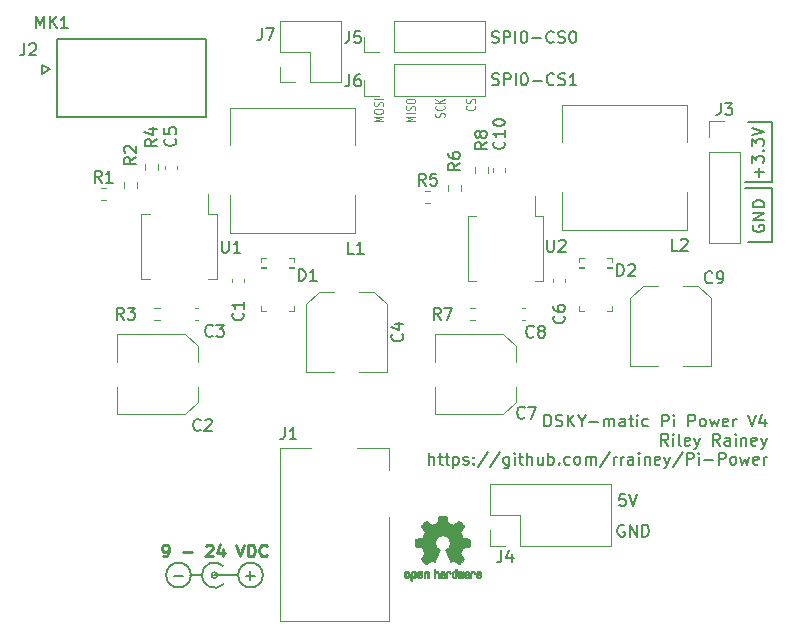
<source format=gto>
G04 #@! TF.GenerationSoftware,KiCad,Pcbnew,9.0.0*
G04 #@! TF.CreationDate,2025-03-30T18:48:23-05:00*
G04 #@! TF.ProjectId,2019-Pi-Power,32303139-2d50-4692-9d50-6f7765722e6b,V2*
G04 #@! TF.SameCoordinates,Original*
G04 #@! TF.FileFunction,Legend,Top*
G04 #@! TF.FilePolarity,Positive*
%FSLAX46Y46*%
G04 Gerber Fmt 4.6, Leading zero omitted, Abs format (unit mm)*
G04 Created by KiCad (PCBNEW 9.0.0) date 2025-03-30 18:48:23*
%MOMM*%
%LPD*%
G01*
G04 APERTURE LIST*
%ADD10C,0.150000*%
%ADD11C,0.120000*%
%ADD12C,0.250000*%
%ADD13C,0.200000*%
%ADD14C,0.100000*%
%ADD15C,0.010000*%
%ADD16C,0.127000*%
G04 APERTURE END LIST*
D10*
X221367269Y-147968000D02*
G75*
G02*
X219272731Y-147968000I-1047269J0D01*
G01*
X219272731Y-147968000D02*
G75*
G02*
X221367269Y-147968000I1047269J0D01*
G01*
X215240000Y-147968000D02*
X216224732Y-147968000D01*
X264516000Y-115202000D02*
X264516000Y-119774000D01*
X264518000Y-114675000D02*
X264518000Y-109595000D01*
X217272000Y-147968000D02*
X219304000Y-147968000D01*
X217526000Y-147968000D02*
G75*
G02*
X217018000Y-147968000I-254000J0D01*
G01*
X217018000Y-147968000D02*
G75*
G02*
X217526000Y-147968000I254000J0D01*
G01*
X264516000Y-119774000D02*
X262484000Y-119774000D01*
X262230000Y-115202000D02*
X264516000Y-115202000D01*
X264518000Y-109595000D02*
X262486000Y-109595000D01*
X215271269Y-147968000D02*
G75*
G02*
X213176731Y-147968000I-1047269J0D01*
G01*
X213176731Y-147968000D02*
G75*
G02*
X215271269Y-147968000I1047269J0D01*
G01*
X262232000Y-114675000D02*
X264518000Y-114675000D01*
X218033999Y-148729999D02*
G75*
G02*
X218033999Y-147206001I-761999J761999D01*
G01*
D11*
X234263855Y-109542856D02*
X233463855Y-109542856D01*
X233463855Y-109542856D02*
X234035283Y-109342856D01*
X234035283Y-109342856D02*
X233463855Y-109142856D01*
X233463855Y-109142856D02*
X234263855Y-109142856D01*
X234263855Y-108857142D02*
X233463855Y-108857142D01*
X234225760Y-108600000D02*
X234263855Y-108514286D01*
X234263855Y-108514286D02*
X234263855Y-108371428D01*
X234263855Y-108371428D02*
X234225760Y-108314286D01*
X234225760Y-108314286D02*
X234187664Y-108285714D01*
X234187664Y-108285714D02*
X234111474Y-108257143D01*
X234111474Y-108257143D02*
X234035283Y-108257143D01*
X234035283Y-108257143D02*
X233959093Y-108285714D01*
X233959093Y-108285714D02*
X233920998Y-108314286D01*
X233920998Y-108314286D02*
X233882902Y-108371428D01*
X233882902Y-108371428D02*
X233844807Y-108485714D01*
X233844807Y-108485714D02*
X233806712Y-108542857D01*
X233806712Y-108542857D02*
X233768617Y-108571428D01*
X233768617Y-108571428D02*
X233692426Y-108600000D01*
X233692426Y-108600000D02*
X233616236Y-108600000D01*
X233616236Y-108600000D02*
X233540045Y-108571428D01*
X233540045Y-108571428D02*
X233501950Y-108542857D01*
X233501950Y-108542857D02*
X233463855Y-108485714D01*
X233463855Y-108485714D02*
X233463855Y-108342857D01*
X233463855Y-108342857D02*
X233501950Y-108257143D01*
X233463855Y-107885714D02*
X233463855Y-107771428D01*
X233463855Y-107771428D02*
X233501950Y-107714285D01*
X233501950Y-107714285D02*
X233578140Y-107657142D01*
X233578140Y-107657142D02*
X233730521Y-107628571D01*
X233730521Y-107628571D02*
X233997188Y-107628571D01*
X233997188Y-107628571D02*
X234149569Y-107657142D01*
X234149569Y-107657142D02*
X234225760Y-107714285D01*
X234225760Y-107714285D02*
X234263855Y-107771428D01*
X234263855Y-107771428D02*
X234263855Y-107885714D01*
X234263855Y-107885714D02*
X234225760Y-107942857D01*
X234225760Y-107942857D02*
X234149569Y-107999999D01*
X234149569Y-107999999D02*
X233997188Y-108028571D01*
X233997188Y-108028571D02*
X233730521Y-108028571D01*
X233730521Y-108028571D02*
X233578140Y-107999999D01*
X233578140Y-107999999D02*
X233501950Y-107942857D01*
X233501950Y-107942857D02*
X233463855Y-107885714D01*
X236725760Y-109171428D02*
X236763855Y-109085714D01*
X236763855Y-109085714D02*
X236763855Y-108942856D01*
X236763855Y-108942856D02*
X236725760Y-108885714D01*
X236725760Y-108885714D02*
X236687664Y-108857142D01*
X236687664Y-108857142D02*
X236611474Y-108828571D01*
X236611474Y-108828571D02*
X236535283Y-108828571D01*
X236535283Y-108828571D02*
X236459093Y-108857142D01*
X236459093Y-108857142D02*
X236420998Y-108885714D01*
X236420998Y-108885714D02*
X236382902Y-108942856D01*
X236382902Y-108942856D02*
X236344807Y-109057142D01*
X236344807Y-109057142D02*
X236306712Y-109114285D01*
X236306712Y-109114285D02*
X236268617Y-109142856D01*
X236268617Y-109142856D02*
X236192426Y-109171428D01*
X236192426Y-109171428D02*
X236116236Y-109171428D01*
X236116236Y-109171428D02*
X236040045Y-109142856D01*
X236040045Y-109142856D02*
X236001950Y-109114285D01*
X236001950Y-109114285D02*
X235963855Y-109057142D01*
X235963855Y-109057142D02*
X235963855Y-108914285D01*
X235963855Y-108914285D02*
X236001950Y-108828571D01*
X236687664Y-108228570D02*
X236725760Y-108257142D01*
X236725760Y-108257142D02*
X236763855Y-108342856D01*
X236763855Y-108342856D02*
X236763855Y-108399999D01*
X236763855Y-108399999D02*
X236725760Y-108485713D01*
X236725760Y-108485713D02*
X236649569Y-108542856D01*
X236649569Y-108542856D02*
X236573379Y-108571427D01*
X236573379Y-108571427D02*
X236420998Y-108599999D01*
X236420998Y-108599999D02*
X236306712Y-108599999D01*
X236306712Y-108599999D02*
X236154331Y-108571427D01*
X236154331Y-108571427D02*
X236078140Y-108542856D01*
X236078140Y-108542856D02*
X236001950Y-108485713D01*
X236001950Y-108485713D02*
X235963855Y-108399999D01*
X235963855Y-108399999D02*
X235963855Y-108342856D01*
X235963855Y-108342856D02*
X236001950Y-108257142D01*
X236001950Y-108257142D02*
X236040045Y-108228570D01*
X236763855Y-107971427D02*
X235963855Y-107971427D01*
X236763855Y-107628570D02*
X236306712Y-107885713D01*
X235963855Y-107628570D02*
X236420998Y-107971427D01*
X239287664Y-108224999D02*
X239325760Y-108253571D01*
X239325760Y-108253571D02*
X239363855Y-108339285D01*
X239363855Y-108339285D02*
X239363855Y-108396428D01*
X239363855Y-108396428D02*
X239325760Y-108482142D01*
X239325760Y-108482142D02*
X239249569Y-108539285D01*
X239249569Y-108539285D02*
X239173379Y-108567856D01*
X239173379Y-108567856D02*
X239020998Y-108596428D01*
X239020998Y-108596428D02*
X238906712Y-108596428D01*
X238906712Y-108596428D02*
X238754331Y-108567856D01*
X238754331Y-108567856D02*
X238678140Y-108539285D01*
X238678140Y-108539285D02*
X238601950Y-108482142D01*
X238601950Y-108482142D02*
X238563855Y-108396428D01*
X238563855Y-108396428D02*
X238563855Y-108339285D01*
X238563855Y-108339285D02*
X238601950Y-108253571D01*
X238601950Y-108253571D02*
X238640045Y-108224999D01*
X239325760Y-107996428D02*
X239363855Y-107910714D01*
X239363855Y-107910714D02*
X239363855Y-107767856D01*
X239363855Y-107767856D02*
X239325760Y-107710714D01*
X239325760Y-107710714D02*
X239287664Y-107682142D01*
X239287664Y-107682142D02*
X239211474Y-107653571D01*
X239211474Y-107653571D02*
X239135283Y-107653571D01*
X239135283Y-107653571D02*
X239059093Y-107682142D01*
X239059093Y-107682142D02*
X239020998Y-107710714D01*
X239020998Y-107710714D02*
X238982902Y-107767856D01*
X238982902Y-107767856D02*
X238944807Y-107882142D01*
X238944807Y-107882142D02*
X238906712Y-107939285D01*
X238906712Y-107939285D02*
X238868617Y-107967856D01*
X238868617Y-107967856D02*
X238792426Y-107996428D01*
X238792426Y-107996428D02*
X238716236Y-107996428D01*
X238716236Y-107996428D02*
X238640045Y-107967856D01*
X238640045Y-107967856D02*
X238601950Y-107939285D01*
X238601950Y-107939285D02*
X238563855Y-107882142D01*
X238563855Y-107882142D02*
X238563855Y-107739285D01*
X238563855Y-107739285D02*
X238601950Y-107653571D01*
D10*
X263396866Y-114221999D02*
X263396866Y-113460095D01*
X263777819Y-113841047D02*
X263015914Y-113841047D01*
X262777819Y-113079142D02*
X262777819Y-112460095D01*
X262777819Y-112460095D02*
X263158771Y-112793428D01*
X263158771Y-112793428D02*
X263158771Y-112650571D01*
X263158771Y-112650571D02*
X263206390Y-112555333D01*
X263206390Y-112555333D02*
X263254009Y-112507714D01*
X263254009Y-112507714D02*
X263349247Y-112460095D01*
X263349247Y-112460095D02*
X263587342Y-112460095D01*
X263587342Y-112460095D02*
X263682580Y-112507714D01*
X263682580Y-112507714D02*
X263730200Y-112555333D01*
X263730200Y-112555333D02*
X263777819Y-112650571D01*
X263777819Y-112650571D02*
X263777819Y-112936285D01*
X263777819Y-112936285D02*
X263730200Y-113031523D01*
X263730200Y-113031523D02*
X263682580Y-113079142D01*
X263682580Y-112031523D02*
X263730200Y-111983904D01*
X263730200Y-111983904D02*
X263777819Y-112031523D01*
X263777819Y-112031523D02*
X263730200Y-112079142D01*
X263730200Y-112079142D02*
X263682580Y-112031523D01*
X263682580Y-112031523D02*
X263777819Y-112031523D01*
X262777819Y-111650571D02*
X262777819Y-111031524D01*
X262777819Y-111031524D02*
X263158771Y-111364857D01*
X263158771Y-111364857D02*
X263158771Y-111222000D01*
X263158771Y-111222000D02*
X263206390Y-111126762D01*
X263206390Y-111126762D02*
X263254009Y-111079143D01*
X263254009Y-111079143D02*
X263349247Y-111031524D01*
X263349247Y-111031524D02*
X263587342Y-111031524D01*
X263587342Y-111031524D02*
X263682580Y-111079143D01*
X263682580Y-111079143D02*
X263730200Y-111126762D01*
X263730200Y-111126762D02*
X263777819Y-111222000D01*
X263777819Y-111222000D02*
X263777819Y-111507714D01*
X263777819Y-111507714D02*
X263730200Y-111602952D01*
X263730200Y-111602952D02*
X263682580Y-111650571D01*
X262777819Y-110745809D02*
X263777819Y-110412476D01*
X263777819Y-110412476D02*
X262777819Y-110079143D01*
D12*
X212938666Y-146385619D02*
X213129142Y-146385619D01*
X213129142Y-146385619D02*
X213224380Y-146338000D01*
X213224380Y-146338000D02*
X213271999Y-146290380D01*
X213271999Y-146290380D02*
X213367237Y-146147523D01*
X213367237Y-146147523D02*
X213414856Y-145957047D01*
X213414856Y-145957047D02*
X213414856Y-145576095D01*
X213414856Y-145576095D02*
X213367237Y-145480857D01*
X213367237Y-145480857D02*
X213319618Y-145433238D01*
X213319618Y-145433238D02*
X213224380Y-145385619D01*
X213224380Y-145385619D02*
X213033904Y-145385619D01*
X213033904Y-145385619D02*
X212938666Y-145433238D01*
X212938666Y-145433238D02*
X212891047Y-145480857D01*
X212891047Y-145480857D02*
X212843428Y-145576095D01*
X212843428Y-145576095D02*
X212843428Y-145814190D01*
X212843428Y-145814190D02*
X212891047Y-145909428D01*
X212891047Y-145909428D02*
X212938666Y-145957047D01*
X212938666Y-145957047D02*
X213033904Y-146004666D01*
X213033904Y-146004666D02*
X213224380Y-146004666D01*
X213224380Y-146004666D02*
X213319618Y-145957047D01*
X213319618Y-145957047D02*
X213367237Y-145909428D01*
X213367237Y-145909428D02*
X213414856Y-145814190D01*
X214605333Y-146004666D02*
X215367238Y-146004666D01*
X216557714Y-145480857D02*
X216605333Y-145433238D01*
X216605333Y-145433238D02*
X216700571Y-145385619D01*
X216700571Y-145385619D02*
X216938666Y-145385619D01*
X216938666Y-145385619D02*
X217033904Y-145433238D01*
X217033904Y-145433238D02*
X217081523Y-145480857D01*
X217081523Y-145480857D02*
X217129142Y-145576095D01*
X217129142Y-145576095D02*
X217129142Y-145671333D01*
X217129142Y-145671333D02*
X217081523Y-145814190D01*
X217081523Y-145814190D02*
X216510095Y-146385619D01*
X216510095Y-146385619D02*
X217129142Y-146385619D01*
X217986285Y-145718952D02*
X217986285Y-146385619D01*
X217748190Y-145338000D02*
X217510095Y-146052285D01*
X217510095Y-146052285D02*
X218129142Y-146052285D01*
X219129143Y-145385619D02*
X219462476Y-146385619D01*
X219462476Y-146385619D02*
X219795809Y-145385619D01*
X220129143Y-146385619D02*
X220129143Y-145385619D01*
X220129143Y-145385619D02*
X220367238Y-145385619D01*
X220367238Y-145385619D02*
X220510095Y-145433238D01*
X220510095Y-145433238D02*
X220605333Y-145528476D01*
X220605333Y-145528476D02*
X220652952Y-145623714D01*
X220652952Y-145623714D02*
X220700571Y-145814190D01*
X220700571Y-145814190D02*
X220700571Y-145957047D01*
X220700571Y-145957047D02*
X220652952Y-146147523D01*
X220652952Y-146147523D02*
X220605333Y-146242761D01*
X220605333Y-146242761D02*
X220510095Y-146338000D01*
X220510095Y-146338000D02*
X220367238Y-146385619D01*
X220367238Y-146385619D02*
X220129143Y-146385619D01*
X221700571Y-146290380D02*
X221652952Y-146338000D01*
X221652952Y-146338000D02*
X221510095Y-146385619D01*
X221510095Y-146385619D02*
X221414857Y-146385619D01*
X221414857Y-146385619D02*
X221272000Y-146338000D01*
X221272000Y-146338000D02*
X221176762Y-146242761D01*
X221176762Y-146242761D02*
X221129143Y-146147523D01*
X221129143Y-146147523D02*
X221081524Y-145957047D01*
X221081524Y-145957047D02*
X221081524Y-145814190D01*
X221081524Y-145814190D02*
X221129143Y-145623714D01*
X221129143Y-145623714D02*
X221176762Y-145528476D01*
X221176762Y-145528476D02*
X221272000Y-145433238D01*
X221272000Y-145433238D02*
X221414857Y-145385619D01*
X221414857Y-145385619D02*
X221510095Y-145385619D01*
X221510095Y-145385619D02*
X221652952Y-145433238D01*
X221652952Y-145433238D02*
X221700571Y-145480857D01*
D10*
X251963095Y-143752438D02*
X251867857Y-143704819D01*
X251867857Y-143704819D02*
X251725000Y-143704819D01*
X251725000Y-143704819D02*
X251582143Y-143752438D01*
X251582143Y-143752438D02*
X251486905Y-143847676D01*
X251486905Y-143847676D02*
X251439286Y-143942914D01*
X251439286Y-143942914D02*
X251391667Y-144133390D01*
X251391667Y-144133390D02*
X251391667Y-144276247D01*
X251391667Y-144276247D02*
X251439286Y-144466723D01*
X251439286Y-144466723D02*
X251486905Y-144561961D01*
X251486905Y-144561961D02*
X251582143Y-144657200D01*
X251582143Y-144657200D02*
X251725000Y-144704819D01*
X251725000Y-144704819D02*
X251820238Y-144704819D01*
X251820238Y-144704819D02*
X251963095Y-144657200D01*
X251963095Y-144657200D02*
X252010714Y-144609580D01*
X252010714Y-144609580D02*
X252010714Y-144276247D01*
X252010714Y-144276247D02*
X251820238Y-144276247D01*
X252439286Y-144704819D02*
X252439286Y-143704819D01*
X252439286Y-143704819D02*
X253010714Y-144704819D01*
X253010714Y-144704819D02*
X253010714Y-143704819D01*
X253486905Y-144704819D02*
X253486905Y-143704819D01*
X253486905Y-143704819D02*
X253725000Y-143704819D01*
X253725000Y-143704819D02*
X253867857Y-143752438D01*
X253867857Y-143752438D02*
X253963095Y-143847676D01*
X253963095Y-143847676D02*
X254010714Y-143942914D01*
X254010714Y-143942914D02*
X254058333Y-144133390D01*
X254058333Y-144133390D02*
X254058333Y-144276247D01*
X254058333Y-144276247D02*
X254010714Y-144466723D01*
X254010714Y-144466723D02*
X253963095Y-144561961D01*
X253963095Y-144561961D02*
X253867857Y-144657200D01*
X253867857Y-144657200D02*
X253725000Y-144704819D01*
X253725000Y-144704819D02*
X253486905Y-144704819D01*
D13*
X213822000Y-148039266D02*
X214622000Y-148039266D01*
X219922000Y-148039266D02*
X220722000Y-148039266D01*
X220322000Y-148420219D02*
X220322000Y-147658314D01*
D10*
X262877438Y-118336904D02*
X262829819Y-118432142D01*
X262829819Y-118432142D02*
X262829819Y-118574999D01*
X262829819Y-118574999D02*
X262877438Y-118717856D01*
X262877438Y-118717856D02*
X262972676Y-118813094D01*
X262972676Y-118813094D02*
X263067914Y-118860713D01*
X263067914Y-118860713D02*
X263258390Y-118908332D01*
X263258390Y-118908332D02*
X263401247Y-118908332D01*
X263401247Y-118908332D02*
X263591723Y-118860713D01*
X263591723Y-118860713D02*
X263686961Y-118813094D01*
X263686961Y-118813094D02*
X263782200Y-118717856D01*
X263782200Y-118717856D02*
X263829819Y-118574999D01*
X263829819Y-118574999D02*
X263829819Y-118479761D01*
X263829819Y-118479761D02*
X263782200Y-118336904D01*
X263782200Y-118336904D02*
X263734580Y-118289285D01*
X263734580Y-118289285D02*
X263401247Y-118289285D01*
X263401247Y-118289285D02*
X263401247Y-118479761D01*
X263829819Y-117860713D02*
X262829819Y-117860713D01*
X262829819Y-117860713D02*
X263829819Y-117289285D01*
X263829819Y-117289285D02*
X262829819Y-117289285D01*
X263829819Y-116813094D02*
X262829819Y-116813094D01*
X262829819Y-116813094D02*
X262829819Y-116574999D01*
X262829819Y-116574999D02*
X262877438Y-116432142D01*
X262877438Y-116432142D02*
X262972676Y-116336904D01*
X262972676Y-116336904D02*
X263067914Y-116289285D01*
X263067914Y-116289285D02*
X263258390Y-116241666D01*
X263258390Y-116241666D02*
X263401247Y-116241666D01*
X263401247Y-116241666D02*
X263591723Y-116289285D01*
X263591723Y-116289285D02*
X263686961Y-116336904D01*
X263686961Y-116336904D02*
X263782200Y-116432142D01*
X263782200Y-116432142D02*
X263829819Y-116574999D01*
X263829819Y-116574999D02*
X263829819Y-116813094D01*
D13*
X240778572Y-106429600D02*
X240921429Y-106477219D01*
X240921429Y-106477219D02*
X241159524Y-106477219D01*
X241159524Y-106477219D02*
X241254762Y-106429600D01*
X241254762Y-106429600D02*
X241302381Y-106381980D01*
X241302381Y-106381980D02*
X241350000Y-106286742D01*
X241350000Y-106286742D02*
X241350000Y-106191504D01*
X241350000Y-106191504D02*
X241302381Y-106096266D01*
X241302381Y-106096266D02*
X241254762Y-106048647D01*
X241254762Y-106048647D02*
X241159524Y-106001028D01*
X241159524Y-106001028D02*
X240969048Y-105953409D01*
X240969048Y-105953409D02*
X240873810Y-105905790D01*
X240873810Y-105905790D02*
X240826191Y-105858171D01*
X240826191Y-105858171D02*
X240778572Y-105762933D01*
X240778572Y-105762933D02*
X240778572Y-105667695D01*
X240778572Y-105667695D02*
X240826191Y-105572457D01*
X240826191Y-105572457D02*
X240873810Y-105524838D01*
X240873810Y-105524838D02*
X240969048Y-105477219D01*
X240969048Y-105477219D02*
X241207143Y-105477219D01*
X241207143Y-105477219D02*
X241350000Y-105524838D01*
X241778572Y-106477219D02*
X241778572Y-105477219D01*
X241778572Y-105477219D02*
X242159524Y-105477219D01*
X242159524Y-105477219D02*
X242254762Y-105524838D01*
X242254762Y-105524838D02*
X242302381Y-105572457D01*
X242302381Y-105572457D02*
X242350000Y-105667695D01*
X242350000Y-105667695D02*
X242350000Y-105810552D01*
X242350000Y-105810552D02*
X242302381Y-105905790D01*
X242302381Y-105905790D02*
X242254762Y-105953409D01*
X242254762Y-105953409D02*
X242159524Y-106001028D01*
X242159524Y-106001028D02*
X241778572Y-106001028D01*
X242778572Y-106477219D02*
X242778572Y-105477219D01*
X243445238Y-105477219D02*
X243540476Y-105477219D01*
X243540476Y-105477219D02*
X243635714Y-105524838D01*
X243635714Y-105524838D02*
X243683333Y-105572457D01*
X243683333Y-105572457D02*
X243730952Y-105667695D01*
X243730952Y-105667695D02*
X243778571Y-105858171D01*
X243778571Y-105858171D02*
X243778571Y-106096266D01*
X243778571Y-106096266D02*
X243730952Y-106286742D01*
X243730952Y-106286742D02*
X243683333Y-106381980D01*
X243683333Y-106381980D02*
X243635714Y-106429600D01*
X243635714Y-106429600D02*
X243540476Y-106477219D01*
X243540476Y-106477219D02*
X243445238Y-106477219D01*
X243445238Y-106477219D02*
X243350000Y-106429600D01*
X243350000Y-106429600D02*
X243302381Y-106381980D01*
X243302381Y-106381980D02*
X243254762Y-106286742D01*
X243254762Y-106286742D02*
X243207143Y-106096266D01*
X243207143Y-106096266D02*
X243207143Y-105858171D01*
X243207143Y-105858171D02*
X243254762Y-105667695D01*
X243254762Y-105667695D02*
X243302381Y-105572457D01*
X243302381Y-105572457D02*
X243350000Y-105524838D01*
X243350000Y-105524838D02*
X243445238Y-105477219D01*
X244207143Y-106096266D02*
X244969048Y-106096266D01*
X246016666Y-106381980D02*
X245969047Y-106429600D01*
X245969047Y-106429600D02*
X245826190Y-106477219D01*
X245826190Y-106477219D02*
X245730952Y-106477219D01*
X245730952Y-106477219D02*
X245588095Y-106429600D01*
X245588095Y-106429600D02*
X245492857Y-106334361D01*
X245492857Y-106334361D02*
X245445238Y-106239123D01*
X245445238Y-106239123D02*
X245397619Y-106048647D01*
X245397619Y-106048647D02*
X245397619Y-105905790D01*
X245397619Y-105905790D02*
X245445238Y-105715314D01*
X245445238Y-105715314D02*
X245492857Y-105620076D01*
X245492857Y-105620076D02*
X245588095Y-105524838D01*
X245588095Y-105524838D02*
X245730952Y-105477219D01*
X245730952Y-105477219D02*
X245826190Y-105477219D01*
X245826190Y-105477219D02*
X245969047Y-105524838D01*
X245969047Y-105524838D02*
X246016666Y-105572457D01*
X246397619Y-106429600D02*
X246540476Y-106477219D01*
X246540476Y-106477219D02*
X246778571Y-106477219D01*
X246778571Y-106477219D02*
X246873809Y-106429600D01*
X246873809Y-106429600D02*
X246921428Y-106381980D01*
X246921428Y-106381980D02*
X246969047Y-106286742D01*
X246969047Y-106286742D02*
X246969047Y-106191504D01*
X246969047Y-106191504D02*
X246921428Y-106096266D01*
X246921428Y-106096266D02*
X246873809Y-106048647D01*
X246873809Y-106048647D02*
X246778571Y-106001028D01*
X246778571Y-106001028D02*
X246588095Y-105953409D01*
X246588095Y-105953409D02*
X246492857Y-105905790D01*
X246492857Y-105905790D02*
X246445238Y-105858171D01*
X246445238Y-105858171D02*
X246397619Y-105762933D01*
X246397619Y-105762933D02*
X246397619Y-105667695D01*
X246397619Y-105667695D02*
X246445238Y-105572457D01*
X246445238Y-105572457D02*
X246492857Y-105524838D01*
X246492857Y-105524838D02*
X246588095Y-105477219D01*
X246588095Y-105477219D02*
X246826190Y-105477219D01*
X246826190Y-105477219D02*
X246969047Y-105524838D01*
X247921428Y-106477219D02*
X247350000Y-106477219D01*
X247635714Y-106477219D02*
X247635714Y-105477219D01*
X247635714Y-105477219D02*
X247540476Y-105620076D01*
X247540476Y-105620076D02*
X247445238Y-105715314D01*
X247445238Y-105715314D02*
X247350000Y-105762933D01*
D11*
X231563855Y-109542856D02*
X230763855Y-109542856D01*
X230763855Y-109542856D02*
X231335283Y-109342856D01*
X231335283Y-109342856D02*
X230763855Y-109142856D01*
X230763855Y-109142856D02*
X231563855Y-109142856D01*
X230763855Y-108742857D02*
X230763855Y-108628571D01*
X230763855Y-108628571D02*
X230801950Y-108571428D01*
X230801950Y-108571428D02*
X230878140Y-108514285D01*
X230878140Y-108514285D02*
X231030521Y-108485714D01*
X231030521Y-108485714D02*
X231297188Y-108485714D01*
X231297188Y-108485714D02*
X231449569Y-108514285D01*
X231449569Y-108514285D02*
X231525760Y-108571428D01*
X231525760Y-108571428D02*
X231563855Y-108628571D01*
X231563855Y-108628571D02*
X231563855Y-108742857D01*
X231563855Y-108742857D02*
X231525760Y-108800000D01*
X231525760Y-108800000D02*
X231449569Y-108857142D01*
X231449569Y-108857142D02*
X231297188Y-108885714D01*
X231297188Y-108885714D02*
X231030521Y-108885714D01*
X231030521Y-108885714D02*
X230878140Y-108857142D01*
X230878140Y-108857142D02*
X230801950Y-108800000D01*
X230801950Y-108800000D02*
X230763855Y-108742857D01*
X231525760Y-108257143D02*
X231563855Y-108171429D01*
X231563855Y-108171429D02*
X231563855Y-108028571D01*
X231563855Y-108028571D02*
X231525760Y-107971429D01*
X231525760Y-107971429D02*
X231487664Y-107942857D01*
X231487664Y-107942857D02*
X231411474Y-107914286D01*
X231411474Y-107914286D02*
X231335283Y-107914286D01*
X231335283Y-107914286D02*
X231259093Y-107942857D01*
X231259093Y-107942857D02*
X231220998Y-107971429D01*
X231220998Y-107971429D02*
X231182902Y-108028571D01*
X231182902Y-108028571D02*
X231144807Y-108142857D01*
X231144807Y-108142857D02*
X231106712Y-108200000D01*
X231106712Y-108200000D02*
X231068617Y-108228571D01*
X231068617Y-108228571D02*
X230992426Y-108257143D01*
X230992426Y-108257143D02*
X230916236Y-108257143D01*
X230916236Y-108257143D02*
X230840045Y-108228571D01*
X230840045Y-108228571D02*
X230801950Y-108200000D01*
X230801950Y-108200000D02*
X230763855Y-108142857D01*
X230763855Y-108142857D02*
X230763855Y-108000000D01*
X230763855Y-108000000D02*
X230801950Y-107914286D01*
X231563855Y-107657142D02*
X230763855Y-107657142D01*
D10*
X245210934Y-135382875D02*
X245210934Y-134382875D01*
X245210934Y-134382875D02*
X245449029Y-134382875D01*
X245449029Y-134382875D02*
X245591886Y-134430494D01*
X245591886Y-134430494D02*
X245687124Y-134525732D01*
X245687124Y-134525732D02*
X245734743Y-134620970D01*
X245734743Y-134620970D02*
X245782362Y-134811446D01*
X245782362Y-134811446D02*
X245782362Y-134954303D01*
X245782362Y-134954303D02*
X245734743Y-135144779D01*
X245734743Y-135144779D02*
X245687124Y-135240017D01*
X245687124Y-135240017D02*
X245591886Y-135335256D01*
X245591886Y-135335256D02*
X245449029Y-135382875D01*
X245449029Y-135382875D02*
X245210934Y-135382875D01*
X246163315Y-135335256D02*
X246306172Y-135382875D01*
X246306172Y-135382875D02*
X246544267Y-135382875D01*
X246544267Y-135382875D02*
X246639505Y-135335256D01*
X246639505Y-135335256D02*
X246687124Y-135287636D01*
X246687124Y-135287636D02*
X246734743Y-135192398D01*
X246734743Y-135192398D02*
X246734743Y-135097160D01*
X246734743Y-135097160D02*
X246687124Y-135001922D01*
X246687124Y-135001922D02*
X246639505Y-134954303D01*
X246639505Y-134954303D02*
X246544267Y-134906684D01*
X246544267Y-134906684D02*
X246353791Y-134859065D01*
X246353791Y-134859065D02*
X246258553Y-134811446D01*
X246258553Y-134811446D02*
X246210934Y-134763827D01*
X246210934Y-134763827D02*
X246163315Y-134668589D01*
X246163315Y-134668589D02*
X246163315Y-134573351D01*
X246163315Y-134573351D02*
X246210934Y-134478113D01*
X246210934Y-134478113D02*
X246258553Y-134430494D01*
X246258553Y-134430494D02*
X246353791Y-134382875D01*
X246353791Y-134382875D02*
X246591886Y-134382875D01*
X246591886Y-134382875D02*
X246734743Y-134430494D01*
X247163315Y-135382875D02*
X247163315Y-134382875D01*
X247734743Y-135382875D02*
X247306172Y-134811446D01*
X247734743Y-134382875D02*
X247163315Y-134954303D01*
X248353791Y-134906684D02*
X248353791Y-135382875D01*
X248020458Y-134382875D02*
X248353791Y-134906684D01*
X248353791Y-134906684D02*
X248687124Y-134382875D01*
X249020458Y-135001922D02*
X249782363Y-135001922D01*
X250258553Y-135382875D02*
X250258553Y-134716208D01*
X250258553Y-134811446D02*
X250306172Y-134763827D01*
X250306172Y-134763827D02*
X250401410Y-134716208D01*
X250401410Y-134716208D02*
X250544267Y-134716208D01*
X250544267Y-134716208D02*
X250639505Y-134763827D01*
X250639505Y-134763827D02*
X250687124Y-134859065D01*
X250687124Y-134859065D02*
X250687124Y-135382875D01*
X250687124Y-134859065D02*
X250734743Y-134763827D01*
X250734743Y-134763827D02*
X250829981Y-134716208D01*
X250829981Y-134716208D02*
X250972838Y-134716208D01*
X250972838Y-134716208D02*
X251068077Y-134763827D01*
X251068077Y-134763827D02*
X251115696Y-134859065D01*
X251115696Y-134859065D02*
X251115696Y-135382875D01*
X252020457Y-135382875D02*
X252020457Y-134859065D01*
X252020457Y-134859065D02*
X251972838Y-134763827D01*
X251972838Y-134763827D02*
X251877600Y-134716208D01*
X251877600Y-134716208D02*
X251687124Y-134716208D01*
X251687124Y-134716208D02*
X251591886Y-134763827D01*
X252020457Y-135335256D02*
X251925219Y-135382875D01*
X251925219Y-135382875D02*
X251687124Y-135382875D01*
X251687124Y-135382875D02*
X251591886Y-135335256D01*
X251591886Y-135335256D02*
X251544267Y-135240017D01*
X251544267Y-135240017D02*
X251544267Y-135144779D01*
X251544267Y-135144779D02*
X251591886Y-135049541D01*
X251591886Y-135049541D02*
X251687124Y-135001922D01*
X251687124Y-135001922D02*
X251925219Y-135001922D01*
X251925219Y-135001922D02*
X252020457Y-134954303D01*
X252353791Y-134716208D02*
X252734743Y-134716208D01*
X252496648Y-134382875D02*
X252496648Y-135240017D01*
X252496648Y-135240017D02*
X252544267Y-135335256D01*
X252544267Y-135335256D02*
X252639505Y-135382875D01*
X252639505Y-135382875D02*
X252734743Y-135382875D01*
X253068077Y-135382875D02*
X253068077Y-134716208D01*
X253068077Y-134382875D02*
X253020458Y-134430494D01*
X253020458Y-134430494D02*
X253068077Y-134478113D01*
X253068077Y-134478113D02*
X253115696Y-134430494D01*
X253115696Y-134430494D02*
X253068077Y-134382875D01*
X253068077Y-134382875D02*
X253068077Y-134478113D01*
X253972838Y-135335256D02*
X253877600Y-135382875D01*
X253877600Y-135382875D02*
X253687124Y-135382875D01*
X253687124Y-135382875D02*
X253591886Y-135335256D01*
X253591886Y-135335256D02*
X253544267Y-135287636D01*
X253544267Y-135287636D02*
X253496648Y-135192398D01*
X253496648Y-135192398D02*
X253496648Y-134906684D01*
X253496648Y-134906684D02*
X253544267Y-134811446D01*
X253544267Y-134811446D02*
X253591886Y-134763827D01*
X253591886Y-134763827D02*
X253687124Y-134716208D01*
X253687124Y-134716208D02*
X253877600Y-134716208D01*
X253877600Y-134716208D02*
X253972838Y-134763827D01*
X255163315Y-135382875D02*
X255163315Y-134382875D01*
X255163315Y-134382875D02*
X255544267Y-134382875D01*
X255544267Y-134382875D02*
X255639505Y-134430494D01*
X255639505Y-134430494D02*
X255687124Y-134478113D01*
X255687124Y-134478113D02*
X255734743Y-134573351D01*
X255734743Y-134573351D02*
X255734743Y-134716208D01*
X255734743Y-134716208D02*
X255687124Y-134811446D01*
X255687124Y-134811446D02*
X255639505Y-134859065D01*
X255639505Y-134859065D02*
X255544267Y-134906684D01*
X255544267Y-134906684D02*
X255163315Y-134906684D01*
X256163315Y-135382875D02*
X256163315Y-134716208D01*
X256163315Y-134382875D02*
X256115696Y-134430494D01*
X256115696Y-134430494D02*
X256163315Y-134478113D01*
X256163315Y-134478113D02*
X256210934Y-134430494D01*
X256210934Y-134430494D02*
X256163315Y-134382875D01*
X256163315Y-134382875D02*
X256163315Y-134478113D01*
X257401410Y-135382875D02*
X257401410Y-134382875D01*
X257401410Y-134382875D02*
X257782362Y-134382875D01*
X257782362Y-134382875D02*
X257877600Y-134430494D01*
X257877600Y-134430494D02*
X257925219Y-134478113D01*
X257925219Y-134478113D02*
X257972838Y-134573351D01*
X257972838Y-134573351D02*
X257972838Y-134716208D01*
X257972838Y-134716208D02*
X257925219Y-134811446D01*
X257925219Y-134811446D02*
X257877600Y-134859065D01*
X257877600Y-134859065D02*
X257782362Y-134906684D01*
X257782362Y-134906684D02*
X257401410Y-134906684D01*
X258544267Y-135382875D02*
X258449029Y-135335256D01*
X258449029Y-135335256D02*
X258401410Y-135287636D01*
X258401410Y-135287636D02*
X258353791Y-135192398D01*
X258353791Y-135192398D02*
X258353791Y-134906684D01*
X258353791Y-134906684D02*
X258401410Y-134811446D01*
X258401410Y-134811446D02*
X258449029Y-134763827D01*
X258449029Y-134763827D02*
X258544267Y-134716208D01*
X258544267Y-134716208D02*
X258687124Y-134716208D01*
X258687124Y-134716208D02*
X258782362Y-134763827D01*
X258782362Y-134763827D02*
X258829981Y-134811446D01*
X258829981Y-134811446D02*
X258877600Y-134906684D01*
X258877600Y-134906684D02*
X258877600Y-135192398D01*
X258877600Y-135192398D02*
X258829981Y-135287636D01*
X258829981Y-135287636D02*
X258782362Y-135335256D01*
X258782362Y-135335256D02*
X258687124Y-135382875D01*
X258687124Y-135382875D02*
X258544267Y-135382875D01*
X259210934Y-134716208D02*
X259401410Y-135382875D01*
X259401410Y-135382875D02*
X259591886Y-134906684D01*
X259591886Y-134906684D02*
X259782362Y-135382875D01*
X259782362Y-135382875D02*
X259972838Y-134716208D01*
X260734743Y-135335256D02*
X260639505Y-135382875D01*
X260639505Y-135382875D02*
X260449029Y-135382875D01*
X260449029Y-135382875D02*
X260353791Y-135335256D01*
X260353791Y-135335256D02*
X260306172Y-135240017D01*
X260306172Y-135240017D02*
X260306172Y-134859065D01*
X260306172Y-134859065D02*
X260353791Y-134763827D01*
X260353791Y-134763827D02*
X260449029Y-134716208D01*
X260449029Y-134716208D02*
X260639505Y-134716208D01*
X260639505Y-134716208D02*
X260734743Y-134763827D01*
X260734743Y-134763827D02*
X260782362Y-134859065D01*
X260782362Y-134859065D02*
X260782362Y-134954303D01*
X260782362Y-134954303D02*
X260306172Y-135049541D01*
X261210934Y-135382875D02*
X261210934Y-134716208D01*
X261210934Y-134906684D02*
X261258553Y-134811446D01*
X261258553Y-134811446D02*
X261306172Y-134763827D01*
X261306172Y-134763827D02*
X261401410Y-134716208D01*
X261401410Y-134716208D02*
X261496648Y-134716208D01*
X262449030Y-134382875D02*
X262782363Y-135382875D01*
X262782363Y-135382875D02*
X263115696Y-134382875D01*
X263877601Y-134716208D02*
X263877601Y-135382875D01*
X263639506Y-134335256D02*
X263401411Y-135049541D01*
X263401411Y-135049541D02*
X264020458Y-135049541D01*
X255687124Y-136992819D02*
X255353791Y-136516628D01*
X255115696Y-136992819D02*
X255115696Y-135992819D01*
X255115696Y-135992819D02*
X255496648Y-135992819D01*
X255496648Y-135992819D02*
X255591886Y-136040438D01*
X255591886Y-136040438D02*
X255639505Y-136088057D01*
X255639505Y-136088057D02*
X255687124Y-136183295D01*
X255687124Y-136183295D02*
X255687124Y-136326152D01*
X255687124Y-136326152D02*
X255639505Y-136421390D01*
X255639505Y-136421390D02*
X255591886Y-136469009D01*
X255591886Y-136469009D02*
X255496648Y-136516628D01*
X255496648Y-136516628D02*
X255115696Y-136516628D01*
X256115696Y-136992819D02*
X256115696Y-136326152D01*
X256115696Y-135992819D02*
X256068077Y-136040438D01*
X256068077Y-136040438D02*
X256115696Y-136088057D01*
X256115696Y-136088057D02*
X256163315Y-136040438D01*
X256163315Y-136040438D02*
X256115696Y-135992819D01*
X256115696Y-135992819D02*
X256115696Y-136088057D01*
X256734743Y-136992819D02*
X256639505Y-136945200D01*
X256639505Y-136945200D02*
X256591886Y-136849961D01*
X256591886Y-136849961D02*
X256591886Y-135992819D01*
X257496648Y-136945200D02*
X257401410Y-136992819D01*
X257401410Y-136992819D02*
X257210934Y-136992819D01*
X257210934Y-136992819D02*
X257115696Y-136945200D01*
X257115696Y-136945200D02*
X257068077Y-136849961D01*
X257068077Y-136849961D02*
X257068077Y-136469009D01*
X257068077Y-136469009D02*
X257115696Y-136373771D01*
X257115696Y-136373771D02*
X257210934Y-136326152D01*
X257210934Y-136326152D02*
X257401410Y-136326152D01*
X257401410Y-136326152D02*
X257496648Y-136373771D01*
X257496648Y-136373771D02*
X257544267Y-136469009D01*
X257544267Y-136469009D02*
X257544267Y-136564247D01*
X257544267Y-136564247D02*
X257068077Y-136659485D01*
X257877601Y-136326152D02*
X258115696Y-136992819D01*
X258353791Y-136326152D02*
X258115696Y-136992819D01*
X258115696Y-136992819D02*
X258020458Y-137230914D01*
X258020458Y-137230914D02*
X257972839Y-137278533D01*
X257972839Y-137278533D02*
X257877601Y-137326152D01*
X260068077Y-136992819D02*
X259734744Y-136516628D01*
X259496649Y-136992819D02*
X259496649Y-135992819D01*
X259496649Y-135992819D02*
X259877601Y-135992819D01*
X259877601Y-135992819D02*
X259972839Y-136040438D01*
X259972839Y-136040438D02*
X260020458Y-136088057D01*
X260020458Y-136088057D02*
X260068077Y-136183295D01*
X260068077Y-136183295D02*
X260068077Y-136326152D01*
X260068077Y-136326152D02*
X260020458Y-136421390D01*
X260020458Y-136421390D02*
X259972839Y-136469009D01*
X259972839Y-136469009D02*
X259877601Y-136516628D01*
X259877601Y-136516628D02*
X259496649Y-136516628D01*
X260925220Y-136992819D02*
X260925220Y-136469009D01*
X260925220Y-136469009D02*
X260877601Y-136373771D01*
X260877601Y-136373771D02*
X260782363Y-136326152D01*
X260782363Y-136326152D02*
X260591887Y-136326152D01*
X260591887Y-136326152D02*
X260496649Y-136373771D01*
X260925220Y-136945200D02*
X260829982Y-136992819D01*
X260829982Y-136992819D02*
X260591887Y-136992819D01*
X260591887Y-136992819D02*
X260496649Y-136945200D01*
X260496649Y-136945200D02*
X260449030Y-136849961D01*
X260449030Y-136849961D02*
X260449030Y-136754723D01*
X260449030Y-136754723D02*
X260496649Y-136659485D01*
X260496649Y-136659485D02*
X260591887Y-136611866D01*
X260591887Y-136611866D02*
X260829982Y-136611866D01*
X260829982Y-136611866D02*
X260925220Y-136564247D01*
X261401411Y-136992819D02*
X261401411Y-136326152D01*
X261401411Y-135992819D02*
X261353792Y-136040438D01*
X261353792Y-136040438D02*
X261401411Y-136088057D01*
X261401411Y-136088057D02*
X261449030Y-136040438D01*
X261449030Y-136040438D02*
X261401411Y-135992819D01*
X261401411Y-135992819D02*
X261401411Y-136088057D01*
X261877601Y-136326152D02*
X261877601Y-136992819D01*
X261877601Y-136421390D02*
X261925220Y-136373771D01*
X261925220Y-136373771D02*
X262020458Y-136326152D01*
X262020458Y-136326152D02*
X262163315Y-136326152D01*
X262163315Y-136326152D02*
X262258553Y-136373771D01*
X262258553Y-136373771D02*
X262306172Y-136469009D01*
X262306172Y-136469009D02*
X262306172Y-136992819D01*
X263163315Y-136945200D02*
X263068077Y-136992819D01*
X263068077Y-136992819D02*
X262877601Y-136992819D01*
X262877601Y-136992819D02*
X262782363Y-136945200D01*
X262782363Y-136945200D02*
X262734744Y-136849961D01*
X262734744Y-136849961D02*
X262734744Y-136469009D01*
X262734744Y-136469009D02*
X262782363Y-136373771D01*
X262782363Y-136373771D02*
X262877601Y-136326152D01*
X262877601Y-136326152D02*
X263068077Y-136326152D01*
X263068077Y-136326152D02*
X263163315Y-136373771D01*
X263163315Y-136373771D02*
X263210934Y-136469009D01*
X263210934Y-136469009D02*
X263210934Y-136564247D01*
X263210934Y-136564247D02*
X262734744Y-136659485D01*
X263544268Y-136326152D02*
X263782363Y-136992819D01*
X264020458Y-136326152D02*
X263782363Y-136992819D01*
X263782363Y-136992819D02*
X263687125Y-137230914D01*
X263687125Y-137230914D02*
X263639506Y-137278533D01*
X263639506Y-137278533D02*
X263544268Y-137326152D01*
X235449029Y-138602763D02*
X235449029Y-137602763D01*
X235877600Y-138602763D02*
X235877600Y-138078953D01*
X235877600Y-138078953D02*
X235829981Y-137983715D01*
X235829981Y-137983715D02*
X235734743Y-137936096D01*
X235734743Y-137936096D02*
X235591886Y-137936096D01*
X235591886Y-137936096D02*
X235496648Y-137983715D01*
X235496648Y-137983715D02*
X235449029Y-138031334D01*
X236210934Y-137936096D02*
X236591886Y-137936096D01*
X236353791Y-137602763D02*
X236353791Y-138459905D01*
X236353791Y-138459905D02*
X236401410Y-138555144D01*
X236401410Y-138555144D02*
X236496648Y-138602763D01*
X236496648Y-138602763D02*
X236591886Y-138602763D01*
X236782363Y-137936096D02*
X237163315Y-137936096D01*
X236925220Y-137602763D02*
X236925220Y-138459905D01*
X236925220Y-138459905D02*
X236972839Y-138555144D01*
X236972839Y-138555144D02*
X237068077Y-138602763D01*
X237068077Y-138602763D02*
X237163315Y-138602763D01*
X237496649Y-137936096D02*
X237496649Y-138936096D01*
X237496649Y-137983715D02*
X237591887Y-137936096D01*
X237591887Y-137936096D02*
X237782363Y-137936096D01*
X237782363Y-137936096D02*
X237877601Y-137983715D01*
X237877601Y-137983715D02*
X237925220Y-138031334D01*
X237925220Y-138031334D02*
X237972839Y-138126572D01*
X237972839Y-138126572D02*
X237972839Y-138412286D01*
X237972839Y-138412286D02*
X237925220Y-138507524D01*
X237925220Y-138507524D02*
X237877601Y-138555144D01*
X237877601Y-138555144D02*
X237782363Y-138602763D01*
X237782363Y-138602763D02*
X237591887Y-138602763D01*
X237591887Y-138602763D02*
X237496649Y-138555144D01*
X238353792Y-138555144D02*
X238449030Y-138602763D01*
X238449030Y-138602763D02*
X238639506Y-138602763D01*
X238639506Y-138602763D02*
X238734744Y-138555144D01*
X238734744Y-138555144D02*
X238782363Y-138459905D01*
X238782363Y-138459905D02*
X238782363Y-138412286D01*
X238782363Y-138412286D02*
X238734744Y-138317048D01*
X238734744Y-138317048D02*
X238639506Y-138269429D01*
X238639506Y-138269429D02*
X238496649Y-138269429D01*
X238496649Y-138269429D02*
X238401411Y-138221810D01*
X238401411Y-138221810D02*
X238353792Y-138126572D01*
X238353792Y-138126572D02*
X238353792Y-138078953D01*
X238353792Y-138078953D02*
X238401411Y-137983715D01*
X238401411Y-137983715D02*
X238496649Y-137936096D01*
X238496649Y-137936096D02*
X238639506Y-137936096D01*
X238639506Y-137936096D02*
X238734744Y-137983715D01*
X239210935Y-138507524D02*
X239258554Y-138555144D01*
X239258554Y-138555144D02*
X239210935Y-138602763D01*
X239210935Y-138602763D02*
X239163316Y-138555144D01*
X239163316Y-138555144D02*
X239210935Y-138507524D01*
X239210935Y-138507524D02*
X239210935Y-138602763D01*
X239210935Y-137983715D02*
X239258554Y-138031334D01*
X239258554Y-138031334D02*
X239210935Y-138078953D01*
X239210935Y-138078953D02*
X239163316Y-138031334D01*
X239163316Y-138031334D02*
X239210935Y-137983715D01*
X239210935Y-137983715D02*
X239210935Y-138078953D01*
X240401410Y-137555144D02*
X239544268Y-138840858D01*
X241449029Y-137555144D02*
X240591887Y-138840858D01*
X242210934Y-137936096D02*
X242210934Y-138745620D01*
X242210934Y-138745620D02*
X242163315Y-138840858D01*
X242163315Y-138840858D02*
X242115696Y-138888477D01*
X242115696Y-138888477D02*
X242020458Y-138936096D01*
X242020458Y-138936096D02*
X241877601Y-138936096D01*
X241877601Y-138936096D02*
X241782363Y-138888477D01*
X242210934Y-138555144D02*
X242115696Y-138602763D01*
X242115696Y-138602763D02*
X241925220Y-138602763D01*
X241925220Y-138602763D02*
X241829982Y-138555144D01*
X241829982Y-138555144D02*
X241782363Y-138507524D01*
X241782363Y-138507524D02*
X241734744Y-138412286D01*
X241734744Y-138412286D02*
X241734744Y-138126572D01*
X241734744Y-138126572D02*
X241782363Y-138031334D01*
X241782363Y-138031334D02*
X241829982Y-137983715D01*
X241829982Y-137983715D02*
X241925220Y-137936096D01*
X241925220Y-137936096D02*
X242115696Y-137936096D01*
X242115696Y-137936096D02*
X242210934Y-137983715D01*
X242687125Y-138602763D02*
X242687125Y-137936096D01*
X242687125Y-137602763D02*
X242639506Y-137650382D01*
X242639506Y-137650382D02*
X242687125Y-137698001D01*
X242687125Y-137698001D02*
X242734744Y-137650382D01*
X242734744Y-137650382D02*
X242687125Y-137602763D01*
X242687125Y-137602763D02*
X242687125Y-137698001D01*
X243020458Y-137936096D02*
X243401410Y-137936096D01*
X243163315Y-137602763D02*
X243163315Y-138459905D01*
X243163315Y-138459905D02*
X243210934Y-138555144D01*
X243210934Y-138555144D02*
X243306172Y-138602763D01*
X243306172Y-138602763D02*
X243401410Y-138602763D01*
X243734744Y-138602763D02*
X243734744Y-137602763D01*
X244163315Y-138602763D02*
X244163315Y-138078953D01*
X244163315Y-138078953D02*
X244115696Y-137983715D01*
X244115696Y-137983715D02*
X244020458Y-137936096D01*
X244020458Y-137936096D02*
X243877601Y-137936096D01*
X243877601Y-137936096D02*
X243782363Y-137983715D01*
X243782363Y-137983715D02*
X243734744Y-138031334D01*
X245068077Y-137936096D02*
X245068077Y-138602763D01*
X244639506Y-137936096D02*
X244639506Y-138459905D01*
X244639506Y-138459905D02*
X244687125Y-138555144D01*
X244687125Y-138555144D02*
X244782363Y-138602763D01*
X244782363Y-138602763D02*
X244925220Y-138602763D01*
X244925220Y-138602763D02*
X245020458Y-138555144D01*
X245020458Y-138555144D02*
X245068077Y-138507524D01*
X245544268Y-138602763D02*
X245544268Y-137602763D01*
X245544268Y-137983715D02*
X245639506Y-137936096D01*
X245639506Y-137936096D02*
X245829982Y-137936096D01*
X245829982Y-137936096D02*
X245925220Y-137983715D01*
X245925220Y-137983715D02*
X245972839Y-138031334D01*
X245972839Y-138031334D02*
X246020458Y-138126572D01*
X246020458Y-138126572D02*
X246020458Y-138412286D01*
X246020458Y-138412286D02*
X245972839Y-138507524D01*
X245972839Y-138507524D02*
X245925220Y-138555144D01*
X245925220Y-138555144D02*
X245829982Y-138602763D01*
X245829982Y-138602763D02*
X245639506Y-138602763D01*
X245639506Y-138602763D02*
X245544268Y-138555144D01*
X246449030Y-138507524D02*
X246496649Y-138555144D01*
X246496649Y-138555144D02*
X246449030Y-138602763D01*
X246449030Y-138602763D02*
X246401411Y-138555144D01*
X246401411Y-138555144D02*
X246449030Y-138507524D01*
X246449030Y-138507524D02*
X246449030Y-138602763D01*
X247353791Y-138555144D02*
X247258553Y-138602763D01*
X247258553Y-138602763D02*
X247068077Y-138602763D01*
X247068077Y-138602763D02*
X246972839Y-138555144D01*
X246972839Y-138555144D02*
X246925220Y-138507524D01*
X246925220Y-138507524D02*
X246877601Y-138412286D01*
X246877601Y-138412286D02*
X246877601Y-138126572D01*
X246877601Y-138126572D02*
X246925220Y-138031334D01*
X246925220Y-138031334D02*
X246972839Y-137983715D01*
X246972839Y-137983715D02*
X247068077Y-137936096D01*
X247068077Y-137936096D02*
X247258553Y-137936096D01*
X247258553Y-137936096D02*
X247353791Y-137983715D01*
X247925220Y-138602763D02*
X247829982Y-138555144D01*
X247829982Y-138555144D02*
X247782363Y-138507524D01*
X247782363Y-138507524D02*
X247734744Y-138412286D01*
X247734744Y-138412286D02*
X247734744Y-138126572D01*
X247734744Y-138126572D02*
X247782363Y-138031334D01*
X247782363Y-138031334D02*
X247829982Y-137983715D01*
X247829982Y-137983715D02*
X247925220Y-137936096D01*
X247925220Y-137936096D02*
X248068077Y-137936096D01*
X248068077Y-137936096D02*
X248163315Y-137983715D01*
X248163315Y-137983715D02*
X248210934Y-138031334D01*
X248210934Y-138031334D02*
X248258553Y-138126572D01*
X248258553Y-138126572D02*
X248258553Y-138412286D01*
X248258553Y-138412286D02*
X248210934Y-138507524D01*
X248210934Y-138507524D02*
X248163315Y-138555144D01*
X248163315Y-138555144D02*
X248068077Y-138602763D01*
X248068077Y-138602763D02*
X247925220Y-138602763D01*
X248687125Y-138602763D02*
X248687125Y-137936096D01*
X248687125Y-138031334D02*
X248734744Y-137983715D01*
X248734744Y-137983715D02*
X248829982Y-137936096D01*
X248829982Y-137936096D02*
X248972839Y-137936096D01*
X248972839Y-137936096D02*
X249068077Y-137983715D01*
X249068077Y-137983715D02*
X249115696Y-138078953D01*
X249115696Y-138078953D02*
X249115696Y-138602763D01*
X249115696Y-138078953D02*
X249163315Y-137983715D01*
X249163315Y-137983715D02*
X249258553Y-137936096D01*
X249258553Y-137936096D02*
X249401410Y-137936096D01*
X249401410Y-137936096D02*
X249496649Y-137983715D01*
X249496649Y-137983715D02*
X249544268Y-138078953D01*
X249544268Y-138078953D02*
X249544268Y-138602763D01*
X250734743Y-137555144D02*
X249877601Y-138840858D01*
X251068077Y-138602763D02*
X251068077Y-137936096D01*
X251068077Y-138126572D02*
X251115696Y-138031334D01*
X251115696Y-138031334D02*
X251163315Y-137983715D01*
X251163315Y-137983715D02*
X251258553Y-137936096D01*
X251258553Y-137936096D02*
X251353791Y-137936096D01*
X251687125Y-138602763D02*
X251687125Y-137936096D01*
X251687125Y-138126572D02*
X251734744Y-138031334D01*
X251734744Y-138031334D02*
X251782363Y-137983715D01*
X251782363Y-137983715D02*
X251877601Y-137936096D01*
X251877601Y-137936096D02*
X251972839Y-137936096D01*
X252734744Y-138602763D02*
X252734744Y-138078953D01*
X252734744Y-138078953D02*
X252687125Y-137983715D01*
X252687125Y-137983715D02*
X252591887Y-137936096D01*
X252591887Y-137936096D02*
X252401411Y-137936096D01*
X252401411Y-137936096D02*
X252306173Y-137983715D01*
X252734744Y-138555144D02*
X252639506Y-138602763D01*
X252639506Y-138602763D02*
X252401411Y-138602763D01*
X252401411Y-138602763D02*
X252306173Y-138555144D01*
X252306173Y-138555144D02*
X252258554Y-138459905D01*
X252258554Y-138459905D02*
X252258554Y-138364667D01*
X252258554Y-138364667D02*
X252306173Y-138269429D01*
X252306173Y-138269429D02*
X252401411Y-138221810D01*
X252401411Y-138221810D02*
X252639506Y-138221810D01*
X252639506Y-138221810D02*
X252734744Y-138174191D01*
X253210935Y-138602763D02*
X253210935Y-137936096D01*
X253210935Y-137602763D02*
X253163316Y-137650382D01*
X253163316Y-137650382D02*
X253210935Y-137698001D01*
X253210935Y-137698001D02*
X253258554Y-137650382D01*
X253258554Y-137650382D02*
X253210935Y-137602763D01*
X253210935Y-137602763D02*
X253210935Y-137698001D01*
X253687125Y-137936096D02*
X253687125Y-138602763D01*
X253687125Y-138031334D02*
X253734744Y-137983715D01*
X253734744Y-137983715D02*
X253829982Y-137936096D01*
X253829982Y-137936096D02*
X253972839Y-137936096D01*
X253972839Y-137936096D02*
X254068077Y-137983715D01*
X254068077Y-137983715D02*
X254115696Y-138078953D01*
X254115696Y-138078953D02*
X254115696Y-138602763D01*
X254972839Y-138555144D02*
X254877601Y-138602763D01*
X254877601Y-138602763D02*
X254687125Y-138602763D01*
X254687125Y-138602763D02*
X254591887Y-138555144D01*
X254591887Y-138555144D02*
X254544268Y-138459905D01*
X254544268Y-138459905D02*
X254544268Y-138078953D01*
X254544268Y-138078953D02*
X254591887Y-137983715D01*
X254591887Y-137983715D02*
X254687125Y-137936096D01*
X254687125Y-137936096D02*
X254877601Y-137936096D01*
X254877601Y-137936096D02*
X254972839Y-137983715D01*
X254972839Y-137983715D02*
X255020458Y-138078953D01*
X255020458Y-138078953D02*
X255020458Y-138174191D01*
X255020458Y-138174191D02*
X254544268Y-138269429D01*
X255353792Y-137936096D02*
X255591887Y-138602763D01*
X255829982Y-137936096D02*
X255591887Y-138602763D01*
X255591887Y-138602763D02*
X255496649Y-138840858D01*
X255496649Y-138840858D02*
X255449030Y-138888477D01*
X255449030Y-138888477D02*
X255353792Y-138936096D01*
X256925220Y-137555144D02*
X256068078Y-138840858D01*
X257258554Y-138602763D02*
X257258554Y-137602763D01*
X257258554Y-137602763D02*
X257639506Y-137602763D01*
X257639506Y-137602763D02*
X257734744Y-137650382D01*
X257734744Y-137650382D02*
X257782363Y-137698001D01*
X257782363Y-137698001D02*
X257829982Y-137793239D01*
X257829982Y-137793239D02*
X257829982Y-137936096D01*
X257829982Y-137936096D02*
X257782363Y-138031334D01*
X257782363Y-138031334D02*
X257734744Y-138078953D01*
X257734744Y-138078953D02*
X257639506Y-138126572D01*
X257639506Y-138126572D02*
X257258554Y-138126572D01*
X258258554Y-138602763D02*
X258258554Y-137936096D01*
X258258554Y-137602763D02*
X258210935Y-137650382D01*
X258210935Y-137650382D02*
X258258554Y-137698001D01*
X258258554Y-137698001D02*
X258306173Y-137650382D01*
X258306173Y-137650382D02*
X258258554Y-137602763D01*
X258258554Y-137602763D02*
X258258554Y-137698001D01*
X258734744Y-138221810D02*
X259496649Y-138221810D01*
X259972839Y-138602763D02*
X259972839Y-137602763D01*
X259972839Y-137602763D02*
X260353791Y-137602763D01*
X260353791Y-137602763D02*
X260449029Y-137650382D01*
X260449029Y-137650382D02*
X260496648Y-137698001D01*
X260496648Y-137698001D02*
X260544267Y-137793239D01*
X260544267Y-137793239D02*
X260544267Y-137936096D01*
X260544267Y-137936096D02*
X260496648Y-138031334D01*
X260496648Y-138031334D02*
X260449029Y-138078953D01*
X260449029Y-138078953D02*
X260353791Y-138126572D01*
X260353791Y-138126572D02*
X259972839Y-138126572D01*
X261115696Y-138602763D02*
X261020458Y-138555144D01*
X261020458Y-138555144D02*
X260972839Y-138507524D01*
X260972839Y-138507524D02*
X260925220Y-138412286D01*
X260925220Y-138412286D02*
X260925220Y-138126572D01*
X260925220Y-138126572D02*
X260972839Y-138031334D01*
X260972839Y-138031334D02*
X261020458Y-137983715D01*
X261020458Y-137983715D02*
X261115696Y-137936096D01*
X261115696Y-137936096D02*
X261258553Y-137936096D01*
X261258553Y-137936096D02*
X261353791Y-137983715D01*
X261353791Y-137983715D02*
X261401410Y-138031334D01*
X261401410Y-138031334D02*
X261449029Y-138126572D01*
X261449029Y-138126572D02*
X261449029Y-138412286D01*
X261449029Y-138412286D02*
X261401410Y-138507524D01*
X261401410Y-138507524D02*
X261353791Y-138555144D01*
X261353791Y-138555144D02*
X261258553Y-138602763D01*
X261258553Y-138602763D02*
X261115696Y-138602763D01*
X261782363Y-137936096D02*
X261972839Y-138602763D01*
X261972839Y-138602763D02*
X262163315Y-138126572D01*
X262163315Y-138126572D02*
X262353791Y-138602763D01*
X262353791Y-138602763D02*
X262544267Y-137936096D01*
X263306172Y-138555144D02*
X263210934Y-138602763D01*
X263210934Y-138602763D02*
X263020458Y-138602763D01*
X263020458Y-138602763D02*
X262925220Y-138555144D01*
X262925220Y-138555144D02*
X262877601Y-138459905D01*
X262877601Y-138459905D02*
X262877601Y-138078953D01*
X262877601Y-138078953D02*
X262925220Y-137983715D01*
X262925220Y-137983715D02*
X263020458Y-137936096D01*
X263020458Y-137936096D02*
X263210934Y-137936096D01*
X263210934Y-137936096D02*
X263306172Y-137983715D01*
X263306172Y-137983715D02*
X263353791Y-138078953D01*
X263353791Y-138078953D02*
X263353791Y-138174191D01*
X263353791Y-138174191D02*
X262877601Y-138269429D01*
X263782363Y-138602763D02*
X263782363Y-137936096D01*
X263782363Y-138126572D02*
X263829982Y-138031334D01*
X263829982Y-138031334D02*
X263877601Y-137983715D01*
X263877601Y-137983715D02*
X263972839Y-137936096D01*
X263972839Y-137936096D02*
X264068077Y-137936096D01*
X252059523Y-141104819D02*
X251583333Y-141104819D01*
X251583333Y-141104819D02*
X251535714Y-141581009D01*
X251535714Y-141581009D02*
X251583333Y-141533390D01*
X251583333Y-141533390D02*
X251678571Y-141485771D01*
X251678571Y-141485771D02*
X251916666Y-141485771D01*
X251916666Y-141485771D02*
X252011904Y-141533390D01*
X252011904Y-141533390D02*
X252059523Y-141581009D01*
X252059523Y-141581009D02*
X252107142Y-141676247D01*
X252107142Y-141676247D02*
X252107142Y-141914342D01*
X252107142Y-141914342D02*
X252059523Y-142009580D01*
X252059523Y-142009580D02*
X252011904Y-142057200D01*
X252011904Y-142057200D02*
X251916666Y-142104819D01*
X251916666Y-142104819D02*
X251678571Y-142104819D01*
X251678571Y-142104819D02*
X251583333Y-142057200D01*
X251583333Y-142057200D02*
X251535714Y-142009580D01*
X252392857Y-141104819D02*
X252726190Y-142104819D01*
X252726190Y-142104819D02*
X253059523Y-141104819D01*
D13*
X240753572Y-102854600D02*
X240896429Y-102902219D01*
X240896429Y-102902219D02*
X241134524Y-102902219D01*
X241134524Y-102902219D02*
X241229762Y-102854600D01*
X241229762Y-102854600D02*
X241277381Y-102806980D01*
X241277381Y-102806980D02*
X241325000Y-102711742D01*
X241325000Y-102711742D02*
X241325000Y-102616504D01*
X241325000Y-102616504D02*
X241277381Y-102521266D01*
X241277381Y-102521266D02*
X241229762Y-102473647D01*
X241229762Y-102473647D02*
X241134524Y-102426028D01*
X241134524Y-102426028D02*
X240944048Y-102378409D01*
X240944048Y-102378409D02*
X240848810Y-102330790D01*
X240848810Y-102330790D02*
X240801191Y-102283171D01*
X240801191Y-102283171D02*
X240753572Y-102187933D01*
X240753572Y-102187933D02*
X240753572Y-102092695D01*
X240753572Y-102092695D02*
X240801191Y-101997457D01*
X240801191Y-101997457D02*
X240848810Y-101949838D01*
X240848810Y-101949838D02*
X240944048Y-101902219D01*
X240944048Y-101902219D02*
X241182143Y-101902219D01*
X241182143Y-101902219D02*
X241325000Y-101949838D01*
X241753572Y-102902219D02*
X241753572Y-101902219D01*
X241753572Y-101902219D02*
X242134524Y-101902219D01*
X242134524Y-101902219D02*
X242229762Y-101949838D01*
X242229762Y-101949838D02*
X242277381Y-101997457D01*
X242277381Y-101997457D02*
X242325000Y-102092695D01*
X242325000Y-102092695D02*
X242325000Y-102235552D01*
X242325000Y-102235552D02*
X242277381Y-102330790D01*
X242277381Y-102330790D02*
X242229762Y-102378409D01*
X242229762Y-102378409D02*
X242134524Y-102426028D01*
X242134524Y-102426028D02*
X241753572Y-102426028D01*
X242753572Y-102902219D02*
X242753572Y-101902219D01*
X243420238Y-101902219D02*
X243515476Y-101902219D01*
X243515476Y-101902219D02*
X243610714Y-101949838D01*
X243610714Y-101949838D02*
X243658333Y-101997457D01*
X243658333Y-101997457D02*
X243705952Y-102092695D01*
X243705952Y-102092695D02*
X243753571Y-102283171D01*
X243753571Y-102283171D02*
X243753571Y-102521266D01*
X243753571Y-102521266D02*
X243705952Y-102711742D01*
X243705952Y-102711742D02*
X243658333Y-102806980D01*
X243658333Y-102806980D02*
X243610714Y-102854600D01*
X243610714Y-102854600D02*
X243515476Y-102902219D01*
X243515476Y-102902219D02*
X243420238Y-102902219D01*
X243420238Y-102902219D02*
X243325000Y-102854600D01*
X243325000Y-102854600D02*
X243277381Y-102806980D01*
X243277381Y-102806980D02*
X243229762Y-102711742D01*
X243229762Y-102711742D02*
X243182143Y-102521266D01*
X243182143Y-102521266D02*
X243182143Y-102283171D01*
X243182143Y-102283171D02*
X243229762Y-102092695D01*
X243229762Y-102092695D02*
X243277381Y-101997457D01*
X243277381Y-101997457D02*
X243325000Y-101949838D01*
X243325000Y-101949838D02*
X243420238Y-101902219D01*
X244182143Y-102521266D02*
X244944048Y-102521266D01*
X245991666Y-102806980D02*
X245944047Y-102854600D01*
X245944047Y-102854600D02*
X245801190Y-102902219D01*
X245801190Y-102902219D02*
X245705952Y-102902219D01*
X245705952Y-102902219D02*
X245563095Y-102854600D01*
X245563095Y-102854600D02*
X245467857Y-102759361D01*
X245467857Y-102759361D02*
X245420238Y-102664123D01*
X245420238Y-102664123D02*
X245372619Y-102473647D01*
X245372619Y-102473647D02*
X245372619Y-102330790D01*
X245372619Y-102330790D02*
X245420238Y-102140314D01*
X245420238Y-102140314D02*
X245467857Y-102045076D01*
X245467857Y-102045076D02*
X245563095Y-101949838D01*
X245563095Y-101949838D02*
X245705952Y-101902219D01*
X245705952Y-101902219D02*
X245801190Y-101902219D01*
X245801190Y-101902219D02*
X245944047Y-101949838D01*
X245944047Y-101949838D02*
X245991666Y-101997457D01*
X246372619Y-102854600D02*
X246515476Y-102902219D01*
X246515476Y-102902219D02*
X246753571Y-102902219D01*
X246753571Y-102902219D02*
X246848809Y-102854600D01*
X246848809Y-102854600D02*
X246896428Y-102806980D01*
X246896428Y-102806980D02*
X246944047Y-102711742D01*
X246944047Y-102711742D02*
X246944047Y-102616504D01*
X246944047Y-102616504D02*
X246896428Y-102521266D01*
X246896428Y-102521266D02*
X246848809Y-102473647D01*
X246848809Y-102473647D02*
X246753571Y-102426028D01*
X246753571Y-102426028D02*
X246563095Y-102378409D01*
X246563095Y-102378409D02*
X246467857Y-102330790D01*
X246467857Y-102330790D02*
X246420238Y-102283171D01*
X246420238Y-102283171D02*
X246372619Y-102187933D01*
X246372619Y-102187933D02*
X246372619Y-102092695D01*
X246372619Y-102092695D02*
X246420238Y-101997457D01*
X246420238Y-101997457D02*
X246467857Y-101949838D01*
X246467857Y-101949838D02*
X246563095Y-101902219D01*
X246563095Y-101902219D02*
X246801190Y-101902219D01*
X246801190Y-101902219D02*
X246944047Y-101949838D01*
X247563095Y-101902219D02*
X247658333Y-101902219D01*
X247658333Y-101902219D02*
X247753571Y-101949838D01*
X247753571Y-101949838D02*
X247801190Y-101997457D01*
X247801190Y-101997457D02*
X247848809Y-102092695D01*
X247848809Y-102092695D02*
X247896428Y-102283171D01*
X247896428Y-102283171D02*
X247896428Y-102521266D01*
X247896428Y-102521266D02*
X247848809Y-102711742D01*
X247848809Y-102711742D02*
X247801190Y-102806980D01*
X247801190Y-102806980D02*
X247753571Y-102854600D01*
X247753571Y-102854600D02*
X247658333Y-102902219D01*
X247658333Y-102902219D02*
X247563095Y-102902219D01*
X247563095Y-102902219D02*
X247467857Y-102854600D01*
X247467857Y-102854600D02*
X247420238Y-102806980D01*
X247420238Y-102806980D02*
X247372619Y-102711742D01*
X247372619Y-102711742D02*
X247325000Y-102521266D01*
X247325000Y-102521266D02*
X247325000Y-102283171D01*
X247325000Y-102283171D02*
X247372619Y-102092695D01*
X247372619Y-102092695D02*
X247420238Y-101997457D01*
X247420238Y-101997457D02*
X247467857Y-101949838D01*
X247467857Y-101949838D02*
X247563095Y-101902219D01*
D10*
X228666666Y-101904819D02*
X228666666Y-102619104D01*
X228666666Y-102619104D02*
X228619047Y-102761961D01*
X228619047Y-102761961D02*
X228523809Y-102857200D01*
X228523809Y-102857200D02*
X228380952Y-102904819D01*
X228380952Y-102904819D02*
X228285714Y-102904819D01*
X229619047Y-101904819D02*
X229142857Y-101904819D01*
X229142857Y-101904819D02*
X229095238Y-102381009D01*
X229095238Y-102381009D02*
X229142857Y-102333390D01*
X229142857Y-102333390D02*
X229238095Y-102285771D01*
X229238095Y-102285771D02*
X229476190Y-102285771D01*
X229476190Y-102285771D02*
X229571428Y-102333390D01*
X229571428Y-102333390D02*
X229619047Y-102381009D01*
X229619047Y-102381009D02*
X229666666Y-102476247D01*
X229666666Y-102476247D02*
X229666666Y-102714342D01*
X229666666Y-102714342D02*
X229619047Y-102809580D01*
X229619047Y-102809580D02*
X229571428Y-102857200D01*
X229571428Y-102857200D02*
X229476190Y-102904819D01*
X229476190Y-102904819D02*
X229238095Y-102904819D01*
X229238095Y-102904819D02*
X229142857Y-102857200D01*
X229142857Y-102857200D02*
X229095238Y-102809580D01*
X228691666Y-105579819D02*
X228691666Y-106294104D01*
X228691666Y-106294104D02*
X228644047Y-106436961D01*
X228644047Y-106436961D02*
X228548809Y-106532200D01*
X228548809Y-106532200D02*
X228405952Y-106579819D01*
X228405952Y-106579819D02*
X228310714Y-106579819D01*
X229596428Y-105579819D02*
X229405952Y-105579819D01*
X229405952Y-105579819D02*
X229310714Y-105627438D01*
X229310714Y-105627438D02*
X229263095Y-105675057D01*
X229263095Y-105675057D02*
X229167857Y-105817914D01*
X229167857Y-105817914D02*
X229120238Y-106008390D01*
X229120238Y-106008390D02*
X229120238Y-106389342D01*
X229120238Y-106389342D02*
X229167857Y-106484580D01*
X229167857Y-106484580D02*
X229215476Y-106532200D01*
X229215476Y-106532200D02*
X229310714Y-106579819D01*
X229310714Y-106579819D02*
X229501190Y-106579819D01*
X229501190Y-106579819D02*
X229596428Y-106532200D01*
X229596428Y-106532200D02*
X229644047Y-106484580D01*
X229644047Y-106484580D02*
X229691666Y-106389342D01*
X229691666Y-106389342D02*
X229691666Y-106151247D01*
X229691666Y-106151247D02*
X229644047Y-106056009D01*
X229644047Y-106056009D02*
X229596428Y-106008390D01*
X229596428Y-106008390D02*
X229501190Y-105960771D01*
X229501190Y-105960771D02*
X229310714Y-105960771D01*
X229310714Y-105960771D02*
X229215476Y-106008390D01*
X229215476Y-106008390D02*
X229167857Y-106056009D01*
X229167857Y-106056009D02*
X229120238Y-106151247D01*
X213934580Y-111016666D02*
X213982200Y-111064285D01*
X213982200Y-111064285D02*
X214029819Y-111207142D01*
X214029819Y-111207142D02*
X214029819Y-111302380D01*
X214029819Y-111302380D02*
X213982200Y-111445237D01*
X213982200Y-111445237D02*
X213886961Y-111540475D01*
X213886961Y-111540475D02*
X213791723Y-111588094D01*
X213791723Y-111588094D02*
X213601247Y-111635713D01*
X213601247Y-111635713D02*
X213458390Y-111635713D01*
X213458390Y-111635713D02*
X213267914Y-111588094D01*
X213267914Y-111588094D02*
X213172676Y-111540475D01*
X213172676Y-111540475D02*
X213077438Y-111445237D01*
X213077438Y-111445237D02*
X213029819Y-111302380D01*
X213029819Y-111302380D02*
X213029819Y-111207142D01*
X213029819Y-111207142D02*
X213077438Y-111064285D01*
X213077438Y-111064285D02*
X213125057Y-111016666D01*
X213029819Y-110111904D02*
X213029819Y-110588094D01*
X213029819Y-110588094D02*
X213506009Y-110635713D01*
X213506009Y-110635713D02*
X213458390Y-110588094D01*
X213458390Y-110588094D02*
X213410771Y-110492856D01*
X213410771Y-110492856D02*
X213410771Y-110254761D01*
X213410771Y-110254761D02*
X213458390Y-110159523D01*
X213458390Y-110159523D02*
X213506009Y-110111904D01*
X213506009Y-110111904D02*
X213601247Y-110064285D01*
X213601247Y-110064285D02*
X213839342Y-110064285D01*
X213839342Y-110064285D02*
X213934580Y-110111904D01*
X213934580Y-110111904D02*
X213982200Y-110159523D01*
X213982200Y-110159523D02*
X214029819Y-110254761D01*
X214029819Y-110254761D02*
X214029819Y-110492856D01*
X214029819Y-110492856D02*
X213982200Y-110588094D01*
X213982200Y-110588094D02*
X213934580Y-110635713D01*
X217108333Y-127684580D02*
X217060714Y-127732200D01*
X217060714Y-127732200D02*
X216917857Y-127779819D01*
X216917857Y-127779819D02*
X216822619Y-127779819D01*
X216822619Y-127779819D02*
X216679762Y-127732200D01*
X216679762Y-127732200D02*
X216584524Y-127636961D01*
X216584524Y-127636961D02*
X216536905Y-127541723D01*
X216536905Y-127541723D02*
X216489286Y-127351247D01*
X216489286Y-127351247D02*
X216489286Y-127208390D01*
X216489286Y-127208390D02*
X216536905Y-127017914D01*
X216536905Y-127017914D02*
X216584524Y-126922676D01*
X216584524Y-126922676D02*
X216679762Y-126827438D01*
X216679762Y-126827438D02*
X216822619Y-126779819D01*
X216822619Y-126779819D02*
X216917857Y-126779819D01*
X216917857Y-126779819D02*
X217060714Y-126827438D01*
X217060714Y-126827438D02*
X217108333Y-126875057D01*
X217441667Y-126779819D02*
X218060714Y-126779819D01*
X218060714Y-126779819D02*
X217727381Y-127160771D01*
X217727381Y-127160771D02*
X217870238Y-127160771D01*
X217870238Y-127160771D02*
X217965476Y-127208390D01*
X217965476Y-127208390D02*
X218013095Y-127256009D01*
X218013095Y-127256009D02*
X218060714Y-127351247D01*
X218060714Y-127351247D02*
X218060714Y-127589342D01*
X218060714Y-127589342D02*
X218013095Y-127684580D01*
X218013095Y-127684580D02*
X217965476Y-127732200D01*
X217965476Y-127732200D02*
X217870238Y-127779819D01*
X217870238Y-127779819D02*
X217584524Y-127779819D01*
X217584524Y-127779819D02*
X217489286Y-127732200D01*
X217489286Y-127732200D02*
X217441667Y-127684580D01*
X219663580Y-125782666D02*
X219711200Y-125830285D01*
X219711200Y-125830285D02*
X219758819Y-125973142D01*
X219758819Y-125973142D02*
X219758819Y-126068380D01*
X219758819Y-126068380D02*
X219711200Y-126211237D01*
X219711200Y-126211237D02*
X219615961Y-126306475D01*
X219615961Y-126306475D02*
X219520723Y-126354094D01*
X219520723Y-126354094D02*
X219330247Y-126401713D01*
X219330247Y-126401713D02*
X219187390Y-126401713D01*
X219187390Y-126401713D02*
X218996914Y-126354094D01*
X218996914Y-126354094D02*
X218901676Y-126306475D01*
X218901676Y-126306475D02*
X218806438Y-126211237D01*
X218806438Y-126211237D02*
X218758819Y-126068380D01*
X218758819Y-126068380D02*
X218758819Y-125973142D01*
X218758819Y-125973142D02*
X218806438Y-125830285D01*
X218806438Y-125830285D02*
X218854057Y-125782666D01*
X219758819Y-124830285D02*
X219758819Y-125401713D01*
X219758819Y-125115999D02*
X218758819Y-125115999D01*
X218758819Y-125115999D02*
X218901676Y-125211237D01*
X218901676Y-125211237D02*
X218996914Y-125306475D01*
X218996914Y-125306475D02*
X219044533Y-125401713D01*
X244283333Y-127753580D02*
X244235714Y-127801200D01*
X244235714Y-127801200D02*
X244092857Y-127848819D01*
X244092857Y-127848819D02*
X243997619Y-127848819D01*
X243997619Y-127848819D02*
X243854762Y-127801200D01*
X243854762Y-127801200D02*
X243759524Y-127705961D01*
X243759524Y-127705961D02*
X243711905Y-127610723D01*
X243711905Y-127610723D02*
X243664286Y-127420247D01*
X243664286Y-127420247D02*
X243664286Y-127277390D01*
X243664286Y-127277390D02*
X243711905Y-127086914D01*
X243711905Y-127086914D02*
X243759524Y-126991676D01*
X243759524Y-126991676D02*
X243854762Y-126896438D01*
X243854762Y-126896438D02*
X243997619Y-126848819D01*
X243997619Y-126848819D02*
X244092857Y-126848819D01*
X244092857Y-126848819D02*
X244235714Y-126896438D01*
X244235714Y-126896438D02*
X244283333Y-126944057D01*
X244854762Y-127277390D02*
X244759524Y-127229771D01*
X244759524Y-127229771D02*
X244711905Y-127182152D01*
X244711905Y-127182152D02*
X244664286Y-127086914D01*
X244664286Y-127086914D02*
X244664286Y-127039295D01*
X244664286Y-127039295D02*
X244711905Y-126944057D01*
X244711905Y-126944057D02*
X244759524Y-126896438D01*
X244759524Y-126896438D02*
X244854762Y-126848819D01*
X244854762Y-126848819D02*
X245045238Y-126848819D01*
X245045238Y-126848819D02*
X245140476Y-126896438D01*
X245140476Y-126896438D02*
X245188095Y-126944057D01*
X245188095Y-126944057D02*
X245235714Y-127039295D01*
X245235714Y-127039295D02*
X245235714Y-127086914D01*
X245235714Y-127086914D02*
X245188095Y-127182152D01*
X245188095Y-127182152D02*
X245140476Y-127229771D01*
X245140476Y-127229771D02*
X245045238Y-127277390D01*
X245045238Y-127277390D02*
X244854762Y-127277390D01*
X244854762Y-127277390D02*
X244759524Y-127325009D01*
X244759524Y-127325009D02*
X244711905Y-127372628D01*
X244711905Y-127372628D02*
X244664286Y-127467866D01*
X244664286Y-127467866D02*
X244664286Y-127658342D01*
X244664286Y-127658342D02*
X244711905Y-127753580D01*
X244711905Y-127753580D02*
X244759524Y-127801200D01*
X244759524Y-127801200D02*
X244854762Y-127848819D01*
X244854762Y-127848819D02*
X245045238Y-127848819D01*
X245045238Y-127848819D02*
X245140476Y-127801200D01*
X245140476Y-127801200D02*
X245188095Y-127753580D01*
X245188095Y-127753580D02*
X245235714Y-127658342D01*
X245235714Y-127658342D02*
X245235714Y-127467866D01*
X245235714Y-127467866D02*
X245188095Y-127372628D01*
X245188095Y-127372628D02*
X245140476Y-127325009D01*
X245140476Y-127325009D02*
X245045238Y-127277390D01*
X246841580Y-126036666D02*
X246889200Y-126084285D01*
X246889200Y-126084285D02*
X246936819Y-126227142D01*
X246936819Y-126227142D02*
X246936819Y-126322380D01*
X246936819Y-126322380D02*
X246889200Y-126465237D01*
X246889200Y-126465237D02*
X246793961Y-126560475D01*
X246793961Y-126560475D02*
X246698723Y-126608094D01*
X246698723Y-126608094D02*
X246508247Y-126655713D01*
X246508247Y-126655713D02*
X246365390Y-126655713D01*
X246365390Y-126655713D02*
X246174914Y-126608094D01*
X246174914Y-126608094D02*
X246079676Y-126560475D01*
X246079676Y-126560475D02*
X245984438Y-126465237D01*
X245984438Y-126465237D02*
X245936819Y-126322380D01*
X245936819Y-126322380D02*
X245936819Y-126227142D01*
X245936819Y-126227142D02*
X245984438Y-126084285D01*
X245984438Y-126084285D02*
X246032057Y-126036666D01*
X245936819Y-125179523D02*
X245936819Y-125369999D01*
X245936819Y-125369999D02*
X245984438Y-125465237D01*
X245984438Y-125465237D02*
X246032057Y-125512856D01*
X246032057Y-125512856D02*
X246174914Y-125608094D01*
X246174914Y-125608094D02*
X246365390Y-125655713D01*
X246365390Y-125655713D02*
X246746342Y-125655713D01*
X246746342Y-125655713D02*
X246841580Y-125608094D01*
X246841580Y-125608094D02*
X246889200Y-125560475D01*
X246889200Y-125560475D02*
X246936819Y-125465237D01*
X246936819Y-125465237D02*
X246936819Y-125274761D01*
X246936819Y-125274761D02*
X246889200Y-125179523D01*
X246889200Y-125179523D02*
X246841580Y-125131904D01*
X246841580Y-125131904D02*
X246746342Y-125084285D01*
X246746342Y-125084285D02*
X246508247Y-125084285D01*
X246508247Y-125084285D02*
X246413009Y-125131904D01*
X246413009Y-125131904D02*
X246365390Y-125179523D01*
X246365390Y-125179523D02*
X246317771Y-125274761D01*
X246317771Y-125274761D02*
X246317771Y-125465237D01*
X246317771Y-125465237D02*
X246365390Y-125560475D01*
X246365390Y-125560475D02*
X246413009Y-125608094D01*
X246413009Y-125608094D02*
X246508247Y-125655713D01*
X241761580Y-111272857D02*
X241809200Y-111320476D01*
X241809200Y-111320476D02*
X241856819Y-111463333D01*
X241856819Y-111463333D02*
X241856819Y-111558571D01*
X241856819Y-111558571D02*
X241809200Y-111701428D01*
X241809200Y-111701428D02*
X241713961Y-111796666D01*
X241713961Y-111796666D02*
X241618723Y-111844285D01*
X241618723Y-111844285D02*
X241428247Y-111891904D01*
X241428247Y-111891904D02*
X241285390Y-111891904D01*
X241285390Y-111891904D02*
X241094914Y-111844285D01*
X241094914Y-111844285D02*
X240999676Y-111796666D01*
X240999676Y-111796666D02*
X240904438Y-111701428D01*
X240904438Y-111701428D02*
X240856819Y-111558571D01*
X240856819Y-111558571D02*
X240856819Y-111463333D01*
X240856819Y-111463333D02*
X240904438Y-111320476D01*
X240904438Y-111320476D02*
X240952057Y-111272857D01*
X241856819Y-110320476D02*
X241856819Y-110891904D01*
X241856819Y-110606190D02*
X240856819Y-110606190D01*
X240856819Y-110606190D02*
X240999676Y-110701428D01*
X240999676Y-110701428D02*
X241094914Y-110796666D01*
X241094914Y-110796666D02*
X241142533Y-110891904D01*
X240856819Y-109701428D02*
X240856819Y-109606190D01*
X240856819Y-109606190D02*
X240904438Y-109510952D01*
X240904438Y-109510952D02*
X240952057Y-109463333D01*
X240952057Y-109463333D02*
X241047295Y-109415714D01*
X241047295Y-109415714D02*
X241237771Y-109368095D01*
X241237771Y-109368095D02*
X241475866Y-109368095D01*
X241475866Y-109368095D02*
X241666342Y-109415714D01*
X241666342Y-109415714D02*
X241761580Y-109463333D01*
X241761580Y-109463333D02*
X241809200Y-109510952D01*
X241809200Y-109510952D02*
X241856819Y-109606190D01*
X241856819Y-109606190D02*
X241856819Y-109701428D01*
X241856819Y-109701428D02*
X241809200Y-109796666D01*
X241809200Y-109796666D02*
X241761580Y-109844285D01*
X241761580Y-109844285D02*
X241666342Y-109891904D01*
X241666342Y-109891904D02*
X241475866Y-109939523D01*
X241475866Y-109939523D02*
X241237771Y-109939523D01*
X241237771Y-109939523D02*
X241047295Y-109891904D01*
X241047295Y-109891904D02*
X240952057Y-109844285D01*
X240952057Y-109844285D02*
X240904438Y-109796666D01*
X240904438Y-109796666D02*
X240856819Y-109701428D01*
X209586833Y-126324819D02*
X209253500Y-125848628D01*
X209015405Y-126324819D02*
X209015405Y-125324819D01*
X209015405Y-125324819D02*
X209396357Y-125324819D01*
X209396357Y-125324819D02*
X209491595Y-125372438D01*
X209491595Y-125372438D02*
X209539214Y-125420057D01*
X209539214Y-125420057D02*
X209586833Y-125515295D01*
X209586833Y-125515295D02*
X209586833Y-125658152D01*
X209586833Y-125658152D02*
X209539214Y-125753390D01*
X209539214Y-125753390D02*
X209491595Y-125801009D01*
X209491595Y-125801009D02*
X209396357Y-125848628D01*
X209396357Y-125848628D02*
X209015405Y-125848628D01*
X209920167Y-125324819D02*
X210539214Y-125324819D01*
X210539214Y-125324819D02*
X210205881Y-125705771D01*
X210205881Y-125705771D02*
X210348738Y-125705771D01*
X210348738Y-125705771D02*
X210443976Y-125753390D01*
X210443976Y-125753390D02*
X210491595Y-125801009D01*
X210491595Y-125801009D02*
X210539214Y-125896247D01*
X210539214Y-125896247D02*
X210539214Y-126134342D01*
X210539214Y-126134342D02*
X210491595Y-126229580D01*
X210491595Y-126229580D02*
X210443976Y-126277200D01*
X210443976Y-126277200D02*
X210348738Y-126324819D01*
X210348738Y-126324819D02*
X210063024Y-126324819D01*
X210063024Y-126324819D02*
X209967786Y-126277200D01*
X209967786Y-126277200D02*
X209920167Y-126229580D01*
X210614819Y-112574666D02*
X210138628Y-112907999D01*
X210614819Y-113146094D02*
X209614819Y-113146094D01*
X209614819Y-113146094D02*
X209614819Y-112765142D01*
X209614819Y-112765142D02*
X209662438Y-112669904D01*
X209662438Y-112669904D02*
X209710057Y-112622285D01*
X209710057Y-112622285D02*
X209805295Y-112574666D01*
X209805295Y-112574666D02*
X209948152Y-112574666D01*
X209948152Y-112574666D02*
X210043390Y-112622285D01*
X210043390Y-112622285D02*
X210091009Y-112669904D01*
X210091009Y-112669904D02*
X210138628Y-112765142D01*
X210138628Y-112765142D02*
X210138628Y-113146094D01*
X209710057Y-112193713D02*
X209662438Y-112146094D01*
X209662438Y-112146094D02*
X209614819Y-112050856D01*
X209614819Y-112050856D02*
X209614819Y-111812761D01*
X209614819Y-111812761D02*
X209662438Y-111717523D01*
X209662438Y-111717523D02*
X209710057Y-111669904D01*
X209710057Y-111669904D02*
X209805295Y-111622285D01*
X209805295Y-111622285D02*
X209900533Y-111622285D01*
X209900533Y-111622285D02*
X210043390Y-111669904D01*
X210043390Y-111669904D02*
X210614819Y-112241332D01*
X210614819Y-112241332D02*
X210614819Y-111622285D01*
X212392819Y-111050666D02*
X211916628Y-111383999D01*
X212392819Y-111622094D02*
X211392819Y-111622094D01*
X211392819Y-111622094D02*
X211392819Y-111241142D01*
X211392819Y-111241142D02*
X211440438Y-111145904D01*
X211440438Y-111145904D02*
X211488057Y-111098285D01*
X211488057Y-111098285D02*
X211583295Y-111050666D01*
X211583295Y-111050666D02*
X211726152Y-111050666D01*
X211726152Y-111050666D02*
X211821390Y-111098285D01*
X211821390Y-111098285D02*
X211869009Y-111145904D01*
X211869009Y-111145904D02*
X211916628Y-111241142D01*
X211916628Y-111241142D02*
X211916628Y-111622094D01*
X211726152Y-110193523D02*
X212392819Y-110193523D01*
X211345200Y-110431618D02*
X212059485Y-110669713D01*
X212059485Y-110669713D02*
X212059485Y-110050666D01*
X207707333Y-114734819D02*
X207374000Y-114258628D01*
X207135905Y-114734819D02*
X207135905Y-113734819D01*
X207135905Y-113734819D02*
X207516857Y-113734819D01*
X207516857Y-113734819D02*
X207612095Y-113782438D01*
X207612095Y-113782438D02*
X207659714Y-113830057D01*
X207659714Y-113830057D02*
X207707333Y-113925295D01*
X207707333Y-113925295D02*
X207707333Y-114068152D01*
X207707333Y-114068152D02*
X207659714Y-114163390D01*
X207659714Y-114163390D02*
X207612095Y-114211009D01*
X207612095Y-114211009D02*
X207516857Y-114258628D01*
X207516857Y-114258628D02*
X207135905Y-114258628D01*
X208659714Y-114734819D02*
X208088286Y-114734819D01*
X208374000Y-114734819D02*
X208374000Y-113734819D01*
X208374000Y-113734819D02*
X208278762Y-113877676D01*
X208278762Y-113877676D02*
X208183524Y-113972914D01*
X208183524Y-113972914D02*
X208088286Y-114020533D01*
X236409333Y-126324819D02*
X236076000Y-125848628D01*
X235837905Y-126324819D02*
X235837905Y-125324819D01*
X235837905Y-125324819D02*
X236218857Y-125324819D01*
X236218857Y-125324819D02*
X236314095Y-125372438D01*
X236314095Y-125372438D02*
X236361714Y-125420057D01*
X236361714Y-125420057D02*
X236409333Y-125515295D01*
X236409333Y-125515295D02*
X236409333Y-125658152D01*
X236409333Y-125658152D02*
X236361714Y-125753390D01*
X236361714Y-125753390D02*
X236314095Y-125801009D01*
X236314095Y-125801009D02*
X236218857Y-125848628D01*
X236218857Y-125848628D02*
X235837905Y-125848628D01*
X236742667Y-125324819D02*
X237409333Y-125324819D01*
X237409333Y-125324819D02*
X236980762Y-126324819D01*
X238046819Y-113082666D02*
X237570628Y-113415999D01*
X238046819Y-113654094D02*
X237046819Y-113654094D01*
X237046819Y-113654094D02*
X237046819Y-113273142D01*
X237046819Y-113273142D02*
X237094438Y-113177904D01*
X237094438Y-113177904D02*
X237142057Y-113130285D01*
X237142057Y-113130285D02*
X237237295Y-113082666D01*
X237237295Y-113082666D02*
X237380152Y-113082666D01*
X237380152Y-113082666D02*
X237475390Y-113130285D01*
X237475390Y-113130285D02*
X237523009Y-113177904D01*
X237523009Y-113177904D02*
X237570628Y-113273142D01*
X237570628Y-113273142D02*
X237570628Y-113654094D01*
X237046819Y-112225523D02*
X237046819Y-112415999D01*
X237046819Y-112415999D02*
X237094438Y-112511237D01*
X237094438Y-112511237D02*
X237142057Y-112558856D01*
X237142057Y-112558856D02*
X237284914Y-112654094D01*
X237284914Y-112654094D02*
X237475390Y-112701713D01*
X237475390Y-112701713D02*
X237856342Y-112701713D01*
X237856342Y-112701713D02*
X237951580Y-112654094D01*
X237951580Y-112654094D02*
X237999200Y-112606475D01*
X237999200Y-112606475D02*
X238046819Y-112511237D01*
X238046819Y-112511237D02*
X238046819Y-112320761D01*
X238046819Y-112320761D02*
X237999200Y-112225523D01*
X237999200Y-112225523D02*
X237951580Y-112177904D01*
X237951580Y-112177904D02*
X237856342Y-112130285D01*
X237856342Y-112130285D02*
X237618247Y-112130285D01*
X237618247Y-112130285D02*
X237523009Y-112177904D01*
X237523009Y-112177904D02*
X237475390Y-112225523D01*
X237475390Y-112225523D02*
X237427771Y-112320761D01*
X237427771Y-112320761D02*
X237427771Y-112511237D01*
X237427771Y-112511237D02*
X237475390Y-112606475D01*
X237475390Y-112606475D02*
X237523009Y-112654094D01*
X237523009Y-112654094D02*
X237618247Y-112701713D01*
X235139333Y-114988819D02*
X234806000Y-114512628D01*
X234567905Y-114988819D02*
X234567905Y-113988819D01*
X234567905Y-113988819D02*
X234948857Y-113988819D01*
X234948857Y-113988819D02*
X235044095Y-114036438D01*
X235044095Y-114036438D02*
X235091714Y-114084057D01*
X235091714Y-114084057D02*
X235139333Y-114179295D01*
X235139333Y-114179295D02*
X235139333Y-114322152D01*
X235139333Y-114322152D02*
X235091714Y-114417390D01*
X235091714Y-114417390D02*
X235044095Y-114465009D01*
X235044095Y-114465009D02*
X234948857Y-114512628D01*
X234948857Y-114512628D02*
X234567905Y-114512628D01*
X236044095Y-113988819D02*
X235567905Y-113988819D01*
X235567905Y-113988819D02*
X235520286Y-114465009D01*
X235520286Y-114465009D02*
X235567905Y-114417390D01*
X235567905Y-114417390D02*
X235663143Y-114369771D01*
X235663143Y-114369771D02*
X235901238Y-114369771D01*
X235901238Y-114369771D02*
X235996476Y-114417390D01*
X235996476Y-114417390D02*
X236044095Y-114465009D01*
X236044095Y-114465009D02*
X236091714Y-114560247D01*
X236091714Y-114560247D02*
X236091714Y-114798342D01*
X236091714Y-114798342D02*
X236044095Y-114893580D01*
X236044095Y-114893580D02*
X235996476Y-114941200D01*
X235996476Y-114941200D02*
X235901238Y-114988819D01*
X235901238Y-114988819D02*
X235663143Y-114988819D01*
X235663143Y-114988819D02*
X235567905Y-114941200D01*
X235567905Y-114941200D02*
X235520286Y-114893580D01*
X240332819Y-111304666D02*
X239856628Y-111637999D01*
X240332819Y-111876094D02*
X239332819Y-111876094D01*
X239332819Y-111876094D02*
X239332819Y-111495142D01*
X239332819Y-111495142D02*
X239380438Y-111399904D01*
X239380438Y-111399904D02*
X239428057Y-111352285D01*
X239428057Y-111352285D02*
X239523295Y-111304666D01*
X239523295Y-111304666D02*
X239666152Y-111304666D01*
X239666152Y-111304666D02*
X239761390Y-111352285D01*
X239761390Y-111352285D02*
X239809009Y-111399904D01*
X239809009Y-111399904D02*
X239856628Y-111495142D01*
X239856628Y-111495142D02*
X239856628Y-111876094D01*
X239761390Y-110733237D02*
X239713771Y-110828475D01*
X239713771Y-110828475D02*
X239666152Y-110876094D01*
X239666152Y-110876094D02*
X239570914Y-110923713D01*
X239570914Y-110923713D02*
X239523295Y-110923713D01*
X239523295Y-110923713D02*
X239428057Y-110876094D01*
X239428057Y-110876094D02*
X239380438Y-110828475D01*
X239380438Y-110828475D02*
X239332819Y-110733237D01*
X239332819Y-110733237D02*
X239332819Y-110542761D01*
X239332819Y-110542761D02*
X239380438Y-110447523D01*
X239380438Y-110447523D02*
X239428057Y-110399904D01*
X239428057Y-110399904D02*
X239523295Y-110352285D01*
X239523295Y-110352285D02*
X239570914Y-110352285D01*
X239570914Y-110352285D02*
X239666152Y-110399904D01*
X239666152Y-110399904D02*
X239713771Y-110447523D01*
X239713771Y-110447523D02*
X239761390Y-110542761D01*
X239761390Y-110542761D02*
X239761390Y-110733237D01*
X239761390Y-110733237D02*
X239809009Y-110828475D01*
X239809009Y-110828475D02*
X239856628Y-110876094D01*
X239856628Y-110876094D02*
X239951866Y-110923713D01*
X239951866Y-110923713D02*
X240142342Y-110923713D01*
X240142342Y-110923713D02*
X240237580Y-110876094D01*
X240237580Y-110876094D02*
X240285200Y-110828475D01*
X240285200Y-110828475D02*
X240332819Y-110733237D01*
X240332819Y-110733237D02*
X240332819Y-110542761D01*
X240332819Y-110542761D02*
X240285200Y-110447523D01*
X240285200Y-110447523D02*
X240237580Y-110399904D01*
X240237580Y-110399904D02*
X240142342Y-110352285D01*
X240142342Y-110352285D02*
X239951866Y-110352285D01*
X239951866Y-110352285D02*
X239856628Y-110399904D01*
X239856628Y-110399904D02*
X239809009Y-110447523D01*
X239809009Y-110447523D02*
X239761390Y-110542761D01*
X202190476Y-101654819D02*
X202190476Y-100654819D01*
X202190476Y-100654819D02*
X202523809Y-101369104D01*
X202523809Y-101369104D02*
X202857142Y-100654819D01*
X202857142Y-100654819D02*
X202857142Y-101654819D01*
X203333333Y-101654819D02*
X203333333Y-100654819D01*
X203904761Y-101654819D02*
X203476190Y-101083390D01*
X203904761Y-100654819D02*
X203333333Y-101226247D01*
X204857142Y-101654819D02*
X204285714Y-101654819D01*
X204571428Y-101654819D02*
X204571428Y-100654819D01*
X204571428Y-100654819D02*
X204476190Y-100797676D01*
X204476190Y-100797676D02*
X204380952Y-100892914D01*
X204380952Y-100892914D02*
X204285714Y-100940533D01*
X223216666Y-135454819D02*
X223216666Y-136169104D01*
X223216666Y-136169104D02*
X223169047Y-136311961D01*
X223169047Y-136311961D02*
X223073809Y-136407200D01*
X223073809Y-136407200D02*
X222930952Y-136454819D01*
X222930952Y-136454819D02*
X222835714Y-136454819D01*
X224216666Y-136454819D02*
X223645238Y-136454819D01*
X223930952Y-136454819D02*
X223930952Y-135454819D01*
X223930952Y-135454819D02*
X223835714Y-135597676D01*
X223835714Y-135597676D02*
X223740476Y-135692914D01*
X223740476Y-135692914D02*
X223645238Y-135740533D01*
X229043333Y-120736819D02*
X228567143Y-120736819D01*
X228567143Y-120736819D02*
X228567143Y-119736819D01*
X229900476Y-120736819D02*
X229329048Y-120736819D01*
X229614762Y-120736819D02*
X229614762Y-119736819D01*
X229614762Y-119736819D02*
X229519524Y-119879676D01*
X229519524Y-119879676D02*
X229424286Y-119974914D01*
X229424286Y-119974914D02*
X229329048Y-120022533D01*
X217888095Y-119654819D02*
X217888095Y-120464342D01*
X217888095Y-120464342D02*
X217935714Y-120559580D01*
X217935714Y-120559580D02*
X217983333Y-120607200D01*
X217983333Y-120607200D02*
X218078571Y-120654819D01*
X218078571Y-120654819D02*
X218269047Y-120654819D01*
X218269047Y-120654819D02*
X218364285Y-120607200D01*
X218364285Y-120607200D02*
X218411904Y-120559580D01*
X218411904Y-120559580D02*
X218459523Y-120464342D01*
X218459523Y-120464342D02*
X218459523Y-119654819D01*
X219459523Y-120654819D02*
X218888095Y-120654819D01*
X219173809Y-120654819D02*
X219173809Y-119654819D01*
X219173809Y-119654819D02*
X219078571Y-119797676D01*
X219078571Y-119797676D02*
X218983333Y-119892914D01*
X218983333Y-119892914D02*
X218888095Y-119940533D01*
X224411905Y-123054819D02*
X224411905Y-122054819D01*
X224411905Y-122054819D02*
X224650000Y-122054819D01*
X224650000Y-122054819D02*
X224792857Y-122102438D01*
X224792857Y-122102438D02*
X224888095Y-122197676D01*
X224888095Y-122197676D02*
X224935714Y-122292914D01*
X224935714Y-122292914D02*
X224983333Y-122483390D01*
X224983333Y-122483390D02*
X224983333Y-122626247D01*
X224983333Y-122626247D02*
X224935714Y-122816723D01*
X224935714Y-122816723D02*
X224888095Y-122911961D01*
X224888095Y-122911961D02*
X224792857Y-123007200D01*
X224792857Y-123007200D02*
X224650000Y-123054819D01*
X224650000Y-123054819D02*
X224411905Y-123054819D01*
X225935714Y-123054819D02*
X225364286Y-123054819D01*
X225650000Y-123054819D02*
X225650000Y-122054819D01*
X225650000Y-122054819D02*
X225554762Y-122197676D01*
X225554762Y-122197676D02*
X225459524Y-122292914D01*
X225459524Y-122292914D02*
X225364286Y-122340533D01*
X216089333Y-135659580D02*
X216041714Y-135707200D01*
X216041714Y-135707200D02*
X215898857Y-135754819D01*
X215898857Y-135754819D02*
X215803619Y-135754819D01*
X215803619Y-135754819D02*
X215660762Y-135707200D01*
X215660762Y-135707200D02*
X215565524Y-135611961D01*
X215565524Y-135611961D02*
X215517905Y-135516723D01*
X215517905Y-135516723D02*
X215470286Y-135326247D01*
X215470286Y-135326247D02*
X215470286Y-135183390D01*
X215470286Y-135183390D02*
X215517905Y-134992914D01*
X215517905Y-134992914D02*
X215565524Y-134897676D01*
X215565524Y-134897676D02*
X215660762Y-134802438D01*
X215660762Y-134802438D02*
X215803619Y-134754819D01*
X215803619Y-134754819D02*
X215898857Y-134754819D01*
X215898857Y-134754819D02*
X216041714Y-134802438D01*
X216041714Y-134802438D02*
X216089333Y-134850057D01*
X216470286Y-134850057D02*
X216517905Y-134802438D01*
X216517905Y-134802438D02*
X216613143Y-134754819D01*
X216613143Y-134754819D02*
X216851238Y-134754819D01*
X216851238Y-134754819D02*
X216946476Y-134802438D01*
X216946476Y-134802438D02*
X216994095Y-134850057D01*
X216994095Y-134850057D02*
X217041714Y-134945295D01*
X217041714Y-134945295D02*
X217041714Y-135040533D01*
X217041714Y-135040533D02*
X216994095Y-135183390D01*
X216994095Y-135183390D02*
X216422667Y-135754819D01*
X216422667Y-135754819D02*
X217041714Y-135754819D01*
X233157580Y-127560666D02*
X233205200Y-127608285D01*
X233205200Y-127608285D02*
X233252819Y-127751142D01*
X233252819Y-127751142D02*
X233252819Y-127846380D01*
X233252819Y-127846380D02*
X233205200Y-127989237D01*
X233205200Y-127989237D02*
X233109961Y-128084475D01*
X233109961Y-128084475D02*
X233014723Y-128132094D01*
X233014723Y-128132094D02*
X232824247Y-128179713D01*
X232824247Y-128179713D02*
X232681390Y-128179713D01*
X232681390Y-128179713D02*
X232490914Y-128132094D01*
X232490914Y-128132094D02*
X232395676Y-128084475D01*
X232395676Y-128084475D02*
X232300438Y-127989237D01*
X232300438Y-127989237D02*
X232252819Y-127846380D01*
X232252819Y-127846380D02*
X232252819Y-127751142D01*
X232252819Y-127751142D02*
X232300438Y-127608285D01*
X232300438Y-127608285D02*
X232348057Y-127560666D01*
X232586152Y-126703523D02*
X233252819Y-126703523D01*
X232205200Y-126941618D02*
X232919485Y-127179713D01*
X232919485Y-127179713D02*
X232919485Y-126560666D01*
X241566666Y-145879819D02*
X241566666Y-146594104D01*
X241566666Y-146594104D02*
X241519047Y-146736961D01*
X241519047Y-146736961D02*
X241423809Y-146832200D01*
X241423809Y-146832200D02*
X241280952Y-146879819D01*
X241280952Y-146879819D02*
X241185714Y-146879819D01*
X242471428Y-146213152D02*
X242471428Y-146879819D01*
X242233333Y-145832200D02*
X241995238Y-146546485D01*
X241995238Y-146546485D02*
X242614285Y-146546485D01*
X221291666Y-101679819D02*
X221291666Y-102394104D01*
X221291666Y-102394104D02*
X221244047Y-102536961D01*
X221244047Y-102536961D02*
X221148809Y-102632200D01*
X221148809Y-102632200D02*
X221005952Y-102679819D01*
X221005952Y-102679819D02*
X220910714Y-102679819D01*
X221672619Y-101679819D02*
X222339285Y-101679819D01*
X222339285Y-101679819D02*
X221910714Y-102679819D01*
X243521333Y-134611580D02*
X243473714Y-134659200D01*
X243473714Y-134659200D02*
X243330857Y-134706819D01*
X243330857Y-134706819D02*
X243235619Y-134706819D01*
X243235619Y-134706819D02*
X243092762Y-134659200D01*
X243092762Y-134659200D02*
X242997524Y-134563961D01*
X242997524Y-134563961D02*
X242949905Y-134468723D01*
X242949905Y-134468723D02*
X242902286Y-134278247D01*
X242902286Y-134278247D02*
X242902286Y-134135390D01*
X242902286Y-134135390D02*
X242949905Y-133944914D01*
X242949905Y-133944914D02*
X242997524Y-133849676D01*
X242997524Y-133849676D02*
X243092762Y-133754438D01*
X243092762Y-133754438D02*
X243235619Y-133706819D01*
X243235619Y-133706819D02*
X243330857Y-133706819D01*
X243330857Y-133706819D02*
X243473714Y-133754438D01*
X243473714Y-133754438D02*
X243521333Y-133802057D01*
X243854667Y-133706819D02*
X244521333Y-133706819D01*
X244521333Y-133706819D02*
X244092762Y-134706819D01*
X259408333Y-123159580D02*
X259360714Y-123207200D01*
X259360714Y-123207200D02*
X259217857Y-123254819D01*
X259217857Y-123254819D02*
X259122619Y-123254819D01*
X259122619Y-123254819D02*
X258979762Y-123207200D01*
X258979762Y-123207200D02*
X258884524Y-123111961D01*
X258884524Y-123111961D02*
X258836905Y-123016723D01*
X258836905Y-123016723D02*
X258789286Y-122826247D01*
X258789286Y-122826247D02*
X258789286Y-122683390D01*
X258789286Y-122683390D02*
X258836905Y-122492914D01*
X258836905Y-122492914D02*
X258884524Y-122397676D01*
X258884524Y-122397676D02*
X258979762Y-122302438D01*
X258979762Y-122302438D02*
X259122619Y-122254819D01*
X259122619Y-122254819D02*
X259217857Y-122254819D01*
X259217857Y-122254819D02*
X259360714Y-122302438D01*
X259360714Y-122302438D02*
X259408333Y-122350057D01*
X259884524Y-123254819D02*
X260075000Y-123254819D01*
X260075000Y-123254819D02*
X260170238Y-123207200D01*
X260170238Y-123207200D02*
X260217857Y-123159580D01*
X260217857Y-123159580D02*
X260313095Y-123016723D01*
X260313095Y-123016723D02*
X260360714Y-122826247D01*
X260360714Y-122826247D02*
X260360714Y-122445295D01*
X260360714Y-122445295D02*
X260313095Y-122350057D01*
X260313095Y-122350057D02*
X260265476Y-122302438D01*
X260265476Y-122302438D02*
X260170238Y-122254819D01*
X260170238Y-122254819D02*
X259979762Y-122254819D01*
X259979762Y-122254819D02*
X259884524Y-122302438D01*
X259884524Y-122302438D02*
X259836905Y-122350057D01*
X259836905Y-122350057D02*
X259789286Y-122445295D01*
X259789286Y-122445295D02*
X259789286Y-122683390D01*
X259789286Y-122683390D02*
X259836905Y-122778628D01*
X259836905Y-122778628D02*
X259884524Y-122826247D01*
X259884524Y-122826247D02*
X259979762Y-122873866D01*
X259979762Y-122873866D02*
X260170238Y-122873866D01*
X260170238Y-122873866D02*
X260265476Y-122826247D01*
X260265476Y-122826247D02*
X260313095Y-122778628D01*
X260313095Y-122778628D02*
X260360714Y-122683390D01*
X251361905Y-122629819D02*
X251361905Y-121629819D01*
X251361905Y-121629819D02*
X251600000Y-121629819D01*
X251600000Y-121629819D02*
X251742857Y-121677438D01*
X251742857Y-121677438D02*
X251838095Y-121772676D01*
X251838095Y-121772676D02*
X251885714Y-121867914D01*
X251885714Y-121867914D02*
X251933333Y-122058390D01*
X251933333Y-122058390D02*
X251933333Y-122201247D01*
X251933333Y-122201247D02*
X251885714Y-122391723D01*
X251885714Y-122391723D02*
X251838095Y-122486961D01*
X251838095Y-122486961D02*
X251742857Y-122582200D01*
X251742857Y-122582200D02*
X251600000Y-122629819D01*
X251600000Y-122629819D02*
X251361905Y-122629819D01*
X252314286Y-121725057D02*
X252361905Y-121677438D01*
X252361905Y-121677438D02*
X252457143Y-121629819D01*
X252457143Y-121629819D02*
X252695238Y-121629819D01*
X252695238Y-121629819D02*
X252790476Y-121677438D01*
X252790476Y-121677438D02*
X252838095Y-121725057D01*
X252838095Y-121725057D02*
X252885714Y-121820295D01*
X252885714Y-121820295D02*
X252885714Y-121915533D01*
X252885714Y-121915533D02*
X252838095Y-122058390D01*
X252838095Y-122058390D02*
X252266667Y-122629819D01*
X252266667Y-122629819D02*
X252885714Y-122629819D01*
X256475333Y-120482819D02*
X255999143Y-120482819D01*
X255999143Y-120482819D02*
X255999143Y-119482819D01*
X256761048Y-119578057D02*
X256808667Y-119530438D01*
X256808667Y-119530438D02*
X256903905Y-119482819D01*
X256903905Y-119482819D02*
X257142000Y-119482819D01*
X257142000Y-119482819D02*
X257237238Y-119530438D01*
X257237238Y-119530438D02*
X257284857Y-119578057D01*
X257284857Y-119578057D02*
X257332476Y-119673295D01*
X257332476Y-119673295D02*
X257332476Y-119768533D01*
X257332476Y-119768533D02*
X257284857Y-119911390D01*
X257284857Y-119911390D02*
X256713429Y-120482819D01*
X256713429Y-120482819D02*
X257332476Y-120482819D01*
X245438095Y-119579819D02*
X245438095Y-120389342D01*
X245438095Y-120389342D02*
X245485714Y-120484580D01*
X245485714Y-120484580D02*
X245533333Y-120532200D01*
X245533333Y-120532200D02*
X245628571Y-120579819D01*
X245628571Y-120579819D02*
X245819047Y-120579819D01*
X245819047Y-120579819D02*
X245914285Y-120532200D01*
X245914285Y-120532200D02*
X245961904Y-120484580D01*
X245961904Y-120484580D02*
X246009523Y-120389342D01*
X246009523Y-120389342D02*
X246009523Y-119579819D01*
X246438095Y-119675057D02*
X246485714Y-119627438D01*
X246485714Y-119627438D02*
X246580952Y-119579819D01*
X246580952Y-119579819D02*
X246819047Y-119579819D01*
X246819047Y-119579819D02*
X246914285Y-119627438D01*
X246914285Y-119627438D02*
X246961904Y-119675057D01*
X246961904Y-119675057D02*
X247009523Y-119770295D01*
X247009523Y-119770295D02*
X247009523Y-119865533D01*
X247009523Y-119865533D02*
X246961904Y-120008390D01*
X246961904Y-120008390D02*
X246390476Y-120579819D01*
X246390476Y-120579819D02*
X247009523Y-120579819D01*
X260118666Y-108008819D02*
X260118666Y-108723104D01*
X260118666Y-108723104D02*
X260071047Y-108865961D01*
X260071047Y-108865961D02*
X259975809Y-108961200D01*
X259975809Y-108961200D02*
X259832952Y-109008819D01*
X259832952Y-109008819D02*
X259737714Y-109008819D01*
X260499619Y-108008819D02*
X261118666Y-108008819D01*
X261118666Y-108008819D02*
X260785333Y-108389771D01*
X260785333Y-108389771D02*
X260928190Y-108389771D01*
X260928190Y-108389771D02*
X261023428Y-108437390D01*
X261023428Y-108437390D02*
X261071047Y-108485009D01*
X261071047Y-108485009D02*
X261118666Y-108580247D01*
X261118666Y-108580247D02*
X261118666Y-108818342D01*
X261118666Y-108818342D02*
X261071047Y-108913580D01*
X261071047Y-108913580D02*
X261023428Y-108961200D01*
X261023428Y-108961200D02*
X260928190Y-109008819D01*
X260928190Y-109008819D02*
X260642476Y-109008819D01*
X260642476Y-109008819D02*
X260547238Y-108961200D01*
X260547238Y-108961200D02*
X260499619Y-108913580D01*
X201166666Y-102954819D02*
X201166666Y-103669104D01*
X201166666Y-103669104D02*
X201119047Y-103811961D01*
X201119047Y-103811961D02*
X201023809Y-103907200D01*
X201023809Y-103907200D02*
X200880952Y-103954819D01*
X200880952Y-103954819D02*
X200785714Y-103954819D01*
X201595238Y-103050057D02*
X201642857Y-103002438D01*
X201642857Y-103002438D02*
X201738095Y-102954819D01*
X201738095Y-102954819D02*
X201976190Y-102954819D01*
X201976190Y-102954819D02*
X202071428Y-103002438D01*
X202071428Y-103002438D02*
X202119047Y-103050057D01*
X202119047Y-103050057D02*
X202166666Y-103145295D01*
X202166666Y-103145295D02*
X202166666Y-103240533D01*
X202166666Y-103240533D02*
X202119047Y-103383390D01*
X202119047Y-103383390D02*
X201547619Y-103954819D01*
X201547619Y-103954819D02*
X202166666Y-103954819D01*
D11*
X229912000Y-103705000D02*
X229912000Y-102375000D01*
X231242000Y-103705000D02*
X229912000Y-103705000D01*
X232512000Y-103705000D02*
X240192000Y-103705000D01*
X232512000Y-103705000D02*
X232512000Y-101045000D01*
X240192000Y-103705000D02*
X240192000Y-101045000D01*
X232512000Y-101045000D02*
X240192000Y-101045000D01*
X229912000Y-107388000D02*
X229912000Y-106058000D01*
X231242000Y-107388000D02*
X229912000Y-107388000D01*
X232512000Y-107388000D02*
X240192000Y-107388000D01*
X232512000Y-107388000D02*
X232512000Y-104728000D01*
X240192000Y-107388000D02*
X240192000Y-104728000D01*
X232512000Y-104728000D02*
X240192000Y-104728000D01*
X213079000Y-113576580D02*
X213079000Y-113295420D01*
X214099000Y-113576580D02*
X214099000Y-113295420D01*
X215607420Y-125360000D02*
X215888580Y-125360000D01*
X215607420Y-126380000D02*
X215888580Y-126380000D01*
X219814000Y-122909920D02*
X219814000Y-123191080D01*
X218794000Y-122909920D02*
X218794000Y-123191080D01*
X243293420Y-125360000D02*
X243574580Y-125360000D01*
X243293420Y-126380000D02*
X243574580Y-126380000D01*
X246992000Y-122909920D02*
X246992000Y-123191080D01*
X245972000Y-122909920D02*
X245972000Y-123191080D01*
X240892000Y-113818580D02*
X240892000Y-113537420D01*
X241912000Y-113818580D02*
X241912000Y-113537420D01*
X212657758Y-126392500D02*
X212183242Y-126392500D01*
X212657758Y-125347500D02*
X212183242Y-125347500D01*
X209637500Y-115185258D02*
X209637500Y-114710742D01*
X210682500Y-115185258D02*
X210682500Y-114710742D01*
X212460500Y-113186742D02*
X212460500Y-113661258D01*
X211415500Y-113186742D02*
X211415500Y-113661258D01*
X207636742Y-115187500D02*
X208111258Y-115187500D01*
X207636742Y-116232500D02*
X208111258Y-116232500D01*
X239353258Y-126392500D02*
X238878742Y-126392500D01*
X239353258Y-125347500D02*
X238878742Y-125347500D01*
X237069500Y-115439258D02*
X237069500Y-114964742D01*
X238114500Y-115439258D02*
X238114500Y-114964742D01*
X235068742Y-115441500D02*
X235543258Y-115441500D01*
X235068742Y-116486500D02*
X235543258Y-116486500D01*
X240400500Y-113440742D02*
X240400500Y-113915258D01*
X239355500Y-113440742D02*
X239355500Y-113915258D01*
X222832000Y-137162000D02*
X225432000Y-137162000D01*
X222832000Y-151862000D02*
X222832000Y-137162000D01*
X229332000Y-137162000D02*
X232032000Y-137162000D01*
X232032000Y-137162000D02*
X232032000Y-139062000D01*
X232032000Y-143062000D02*
X232032000Y-151862000D01*
X232032000Y-151862000D02*
X222832000Y-151862000D01*
X218576000Y-108378000D02*
X229176000Y-108378000D01*
X218576000Y-111578000D02*
X218576000Y-108378000D01*
X218576000Y-118978000D02*
X218576000Y-115778000D01*
X229176000Y-108378000D02*
X229176000Y-111578000D01*
X229176000Y-115778000D02*
X229176000Y-118978000D01*
X229176000Y-118978000D02*
X218576000Y-118978000D01*
X211077500Y-117395000D02*
X211822500Y-117395000D01*
X211077500Y-120155000D02*
X211077500Y-117395000D01*
X211077500Y-120155000D02*
X211077500Y-122915000D01*
X211077500Y-122915000D02*
X211822500Y-122915000D01*
X216752500Y-117395000D02*
X216752500Y-115705000D01*
X217497500Y-117395000D02*
X216752500Y-117395000D01*
X217497500Y-120155000D02*
X217497500Y-117395000D01*
X217497500Y-120155000D02*
X217497500Y-122915000D01*
X217497500Y-122915000D02*
X216752500Y-122915000D01*
D14*
X221203920Y-121889820D02*
X221663660Y-121889820D01*
X221203920Y-121966020D02*
X221203920Y-121889820D01*
X221206000Y-121080000D02*
X221206000Y-121480000D01*
X221206000Y-121080000D02*
X221606000Y-121080000D01*
X221206000Y-125580000D02*
X221206000Y-125180000D01*
X221206000Y-125580000D02*
X221606000Y-125580000D01*
X221663660Y-121889820D02*
X221663660Y-121966020D01*
X221663660Y-121966020D02*
X221203920Y-121966020D01*
X223540720Y-121889820D02*
X223540720Y-121966020D01*
X223540720Y-121966020D02*
X224005540Y-121966020D01*
X224005540Y-121889820D02*
X223540720Y-121889820D01*
X224005540Y-121966020D02*
X224005540Y-121889820D01*
X224006000Y-121080000D02*
X223606000Y-121080000D01*
X224006000Y-121080000D02*
X224006000Y-121480000D01*
X224006000Y-125580000D02*
X223606000Y-125580000D01*
X224006000Y-125580000D02*
X224006000Y-125180000D01*
D11*
X209036000Y-127540000D02*
X209036000Y-129890000D01*
X209036000Y-134360000D02*
X209036000Y-132010000D01*
X214791563Y-127540000D02*
X209036000Y-127540000D01*
X214791563Y-134360000D02*
X209036000Y-134360000D01*
X215856000Y-128604437D02*
X214791563Y-127540000D01*
X215856000Y-128604437D02*
X215856000Y-129890000D01*
X215856000Y-133295563D02*
X214791563Y-134360000D01*
X215856000Y-133295563D02*
X215856000Y-132010000D01*
X225038000Y-125048437D02*
X225038000Y-130804000D01*
X225038000Y-130804000D02*
X227388000Y-130804000D01*
X226102437Y-123984000D02*
X225038000Y-125048437D01*
X226102437Y-123984000D02*
X227388000Y-123984000D01*
X230793563Y-123984000D02*
X229508000Y-123984000D01*
X230793563Y-123984000D02*
X231858000Y-125048437D01*
X231858000Y-125048437D02*
X231858000Y-130804000D01*
X231858000Y-130804000D02*
X229508000Y-130804000D01*
X240580000Y-140288000D02*
X250860000Y-140288000D01*
X240580000Y-142888000D02*
X240580000Y-140288000D01*
X240580000Y-145488000D02*
X240580000Y-144158000D01*
X241910000Y-145488000D02*
X240580000Y-145488000D01*
X243180000Y-142888000D02*
X240580000Y-142888000D01*
X243180000Y-145488000D02*
X243180000Y-142888000D01*
X243180000Y-145488000D02*
X250860000Y-145488000D01*
X250860000Y-145488000D02*
X250860000Y-140288000D01*
X222800000Y-101045000D02*
X228000000Y-101045000D01*
X222800000Y-103645000D02*
X222800000Y-101045000D01*
X222800000Y-106245000D02*
X222800000Y-104915000D01*
X224130000Y-106245000D02*
X222800000Y-106245000D01*
X225400000Y-103645000D02*
X222800000Y-103645000D01*
X225400000Y-106245000D02*
X225400000Y-103645000D01*
X225400000Y-106245000D02*
X228000000Y-106245000D01*
X228000000Y-106245000D02*
X228000000Y-101045000D01*
X235960000Y-127540000D02*
X235960000Y-129890000D01*
X235960000Y-134360000D02*
X235960000Y-132010000D01*
X241715563Y-127540000D02*
X235960000Y-127540000D01*
X241715563Y-134360000D02*
X235960000Y-134360000D01*
X242780000Y-128604437D02*
X241715563Y-127540000D01*
X242780000Y-128604437D02*
X242780000Y-129890000D01*
X242780000Y-133295563D02*
X241715563Y-134360000D01*
X242780000Y-133295563D02*
X242780000Y-132010000D01*
X252470000Y-124540437D02*
X252470000Y-130296000D01*
X252470000Y-130296000D02*
X254820000Y-130296000D01*
X253534437Y-123476000D02*
X252470000Y-124540437D01*
X253534437Y-123476000D02*
X254820000Y-123476000D01*
X258225563Y-123476000D02*
X256940000Y-123476000D01*
X258225563Y-123476000D02*
X259290000Y-124540437D01*
X259290000Y-124540437D02*
X259290000Y-130296000D01*
X259290000Y-130296000D02*
X256940000Y-130296000D01*
D14*
X248127920Y-121889820D02*
X248587660Y-121889820D01*
X248127920Y-121966020D02*
X248127920Y-121889820D01*
X248130000Y-121080000D02*
X248130000Y-121480000D01*
X248130000Y-121080000D02*
X248530000Y-121080000D01*
X248130000Y-125580000D02*
X248130000Y-125180000D01*
X248130000Y-125580000D02*
X248530000Y-125580000D01*
X248587660Y-121889820D02*
X248587660Y-121966020D01*
X248587660Y-121966020D02*
X248127920Y-121966020D01*
X250464720Y-121889820D02*
X250464720Y-121966020D01*
X250464720Y-121966020D02*
X250929540Y-121966020D01*
X250929540Y-121889820D02*
X250464720Y-121889820D01*
X250929540Y-121966020D02*
X250929540Y-121889820D01*
X250930000Y-121080000D02*
X250530000Y-121080000D01*
X250930000Y-121080000D02*
X250930000Y-121480000D01*
X250930000Y-125580000D02*
X250530000Y-125580000D01*
X250930000Y-125580000D02*
X250930000Y-125180000D01*
D11*
X246684000Y-108124000D02*
X257284000Y-108124000D01*
X246684000Y-111324000D02*
X246684000Y-108124000D01*
X246684000Y-118724000D02*
X246684000Y-115524000D01*
X257284000Y-108124000D02*
X257284000Y-111324000D01*
X257284000Y-115524000D02*
X257284000Y-118724000D01*
X257284000Y-118724000D02*
X246684000Y-118724000D01*
X238700000Y-117522000D02*
X239445000Y-117522000D01*
X238700000Y-120282000D02*
X238700000Y-117522000D01*
X238700000Y-120282000D02*
X238700000Y-123042000D01*
X238700000Y-123042000D02*
X239445000Y-123042000D01*
X244375000Y-117522000D02*
X244375000Y-115832000D01*
X245120000Y-117522000D02*
X244375000Y-117522000D01*
X245120000Y-120282000D02*
X245120000Y-117522000D01*
X245120000Y-120282000D02*
X245120000Y-123042000D01*
X245120000Y-123042000D02*
X244375000Y-123042000D01*
X259122000Y-109554000D02*
X260452000Y-109554000D01*
X259122000Y-110884000D02*
X259122000Y-109554000D01*
X259122000Y-112154000D02*
X259122000Y-119834000D01*
X259122000Y-112154000D02*
X261782000Y-112154000D01*
X259122000Y-119834000D02*
X261782000Y-119834000D01*
X261782000Y-112154000D02*
X261782000Y-119834000D01*
D15*
X239228600Y-147640752D02*
X239245948Y-147648334D01*
X239287356Y-147681128D01*
X239322765Y-147728547D01*
X239344664Y-147779151D01*
X239348229Y-147804098D01*
X239336279Y-147838927D01*
X239310067Y-147857357D01*
X239281964Y-147868516D01*
X239269095Y-147870572D01*
X239262829Y-147855649D01*
X239250456Y-147823175D01*
X239245028Y-147808502D01*
X239214590Y-147757744D01*
X239170520Y-147732427D01*
X239114010Y-147733206D01*
X239109825Y-147734203D01*
X239079655Y-147748507D01*
X239057476Y-147776393D01*
X239042327Y-147821287D01*
X239033250Y-147886615D01*
X239029286Y-147975804D01*
X239028914Y-148023261D01*
X239028730Y-148098071D01*
X239027522Y-148149069D01*
X239024309Y-148181471D01*
X239018109Y-148200495D01*
X239007940Y-148211356D01*
X238992819Y-148219272D01*
X238991946Y-148219670D01*
X238962828Y-148231981D01*
X238948403Y-148236514D01*
X238946186Y-148222809D01*
X238944289Y-148184925D01*
X238942847Y-148127715D01*
X238941998Y-148056027D01*
X238941829Y-148003565D01*
X238942692Y-147902047D01*
X238946070Y-147825032D01*
X238953142Y-147768023D01*
X238965088Y-147726526D01*
X238983090Y-147696043D01*
X239008327Y-147672080D01*
X239033247Y-147655355D01*
X239093171Y-147633097D01*
X239162911Y-147628076D01*
X239228600Y-147640752D01*
G36*
X239228600Y-147640752D02*
G01*
X239245948Y-147648334D01*
X239287356Y-147681128D01*
X239322765Y-147728547D01*
X239344664Y-147779151D01*
X239348229Y-147804098D01*
X239336279Y-147838927D01*
X239310067Y-147857357D01*
X239281964Y-147868516D01*
X239269095Y-147870572D01*
X239262829Y-147855649D01*
X239250456Y-147823175D01*
X239245028Y-147808502D01*
X239214590Y-147757744D01*
X239170520Y-147732427D01*
X239114010Y-147733206D01*
X239109825Y-147734203D01*
X239079655Y-147748507D01*
X239057476Y-147776393D01*
X239042327Y-147821287D01*
X239033250Y-147886615D01*
X239029286Y-147975804D01*
X239028914Y-148023261D01*
X239028730Y-148098071D01*
X239027522Y-148149069D01*
X239024309Y-148181471D01*
X239018109Y-148200495D01*
X239007940Y-148211356D01*
X238992819Y-148219272D01*
X238991946Y-148219670D01*
X238962828Y-148231981D01*
X238948403Y-148236514D01*
X238946186Y-148222809D01*
X238944289Y-148184925D01*
X238942847Y-148127715D01*
X238941998Y-148056027D01*
X238941829Y-148003565D01*
X238942692Y-147902047D01*
X238946070Y-147825032D01*
X238953142Y-147768023D01*
X238965088Y-147726526D01*
X238983090Y-147696043D01*
X239008327Y-147672080D01*
X239033247Y-147655355D01*
X239093171Y-147633097D01*
X239162911Y-147628076D01*
X239228600Y-147640752D01*
G37*
X235292093Y-147609780D02*
X235338672Y-147636723D01*
X235371057Y-147663466D01*
X235394742Y-147691484D01*
X235411059Y-147725748D01*
X235421339Y-147771227D01*
X235426914Y-147832892D01*
X235429116Y-147915711D01*
X235429371Y-147975246D01*
X235429371Y-148194391D01*
X235367686Y-148222044D01*
X235306000Y-148249697D01*
X235298743Y-148009670D01*
X235295744Y-147920028D01*
X235292598Y-147854962D01*
X235288701Y-147810026D01*
X235283447Y-147780770D01*
X235276231Y-147762748D01*
X235266450Y-147751511D01*
X235263312Y-147749079D01*
X235215761Y-147730083D01*
X235167697Y-147737600D01*
X235139086Y-147757543D01*
X235127447Y-147771675D01*
X235119391Y-147790220D01*
X235114271Y-147818334D01*
X235111441Y-147861173D01*
X235110256Y-147923895D01*
X235110057Y-147989261D01*
X235110018Y-148071268D01*
X235108614Y-148129316D01*
X235103914Y-148168465D01*
X235093987Y-148193780D01*
X235076903Y-148210323D01*
X235050732Y-148223156D01*
X235015775Y-148236491D01*
X234977596Y-148251007D01*
X234982141Y-147993389D01*
X234983971Y-147900519D01*
X234986112Y-147831889D01*
X234989181Y-147782711D01*
X234993794Y-147748198D01*
X235000568Y-147723562D01*
X235010119Y-147704016D01*
X235021634Y-147686770D01*
X235077190Y-147631680D01*
X235144980Y-147599822D01*
X235218713Y-147592191D01*
X235292093Y-147609780D01*
G36*
X235292093Y-147609780D02*
G01*
X235338672Y-147636723D01*
X235371057Y-147663466D01*
X235394742Y-147691484D01*
X235411059Y-147725748D01*
X235421339Y-147771227D01*
X235426914Y-147832892D01*
X235429116Y-147915711D01*
X235429371Y-147975246D01*
X235429371Y-148194391D01*
X235367686Y-148222044D01*
X235306000Y-148249697D01*
X235298743Y-148009670D01*
X235295744Y-147920028D01*
X235292598Y-147854962D01*
X235288701Y-147810026D01*
X235283447Y-147780770D01*
X235276231Y-147762748D01*
X235266450Y-147751511D01*
X235263312Y-147749079D01*
X235215761Y-147730083D01*
X235167697Y-147737600D01*
X235139086Y-147757543D01*
X235127447Y-147771675D01*
X235119391Y-147790220D01*
X235114271Y-147818334D01*
X235111441Y-147861173D01*
X235110256Y-147923895D01*
X235110057Y-147989261D01*
X235110018Y-148071268D01*
X235108614Y-148129316D01*
X235103914Y-148168465D01*
X235093987Y-148193780D01*
X235076903Y-148210323D01*
X235050732Y-148223156D01*
X235015775Y-148236491D01*
X234977596Y-148251007D01*
X234982141Y-147993389D01*
X234983971Y-147900519D01*
X234986112Y-147831889D01*
X234989181Y-147782711D01*
X234993794Y-147748198D01*
X235000568Y-147723562D01*
X235010119Y-147704016D01*
X235021634Y-147686770D01*
X235077190Y-147631680D01*
X235144980Y-147599822D01*
X235218713Y-147592191D01*
X235292093Y-147609780D01*
G37*
X237105926Y-147631755D02*
X237171858Y-147656084D01*
X237225273Y-147699117D01*
X237246164Y-147729409D01*
X237268939Y-147784994D01*
X237268466Y-147825186D01*
X237244562Y-147852217D01*
X237235717Y-147856813D01*
X237197530Y-147871144D01*
X237178028Y-147867472D01*
X237171422Y-147843407D01*
X237171086Y-147830114D01*
X237158992Y-147781210D01*
X237127471Y-147746999D01*
X237083659Y-147730476D01*
X237034695Y-147734634D01*
X236994894Y-147756227D01*
X236981450Y-147768544D01*
X236971921Y-147783487D01*
X236965485Y-147806075D01*
X236961317Y-147841328D01*
X236958597Y-147894266D01*
X236956502Y-147969907D01*
X236955960Y-147993857D01*
X236953981Y-148075790D01*
X236951731Y-148133455D01*
X236948357Y-148171608D01*
X236943006Y-148195004D01*
X236934824Y-148208398D01*
X236922959Y-148216545D01*
X236915362Y-148220144D01*
X236883102Y-148232452D01*
X236864111Y-148236514D01*
X236857836Y-148222948D01*
X236854006Y-148181934D01*
X236852600Y-148112999D01*
X236853598Y-148015669D01*
X236853908Y-148000657D01*
X236856101Y-147911859D01*
X236858693Y-147847019D01*
X236862382Y-147801067D01*
X236867864Y-147768935D01*
X236875835Y-147745553D01*
X236886993Y-147725852D01*
X236892830Y-147717410D01*
X236926296Y-147680057D01*
X236963727Y-147651003D01*
X236968309Y-147648467D01*
X237035426Y-147628443D01*
X237105926Y-147631755D01*
G36*
X237105926Y-147631755D02*
G01*
X237171858Y-147656084D01*
X237225273Y-147699117D01*
X237246164Y-147729409D01*
X237268939Y-147784994D01*
X237268466Y-147825186D01*
X237244562Y-147852217D01*
X237235717Y-147856813D01*
X237197530Y-147871144D01*
X237178028Y-147867472D01*
X237171422Y-147843407D01*
X237171086Y-147830114D01*
X237158992Y-147781210D01*
X237127471Y-147746999D01*
X237083659Y-147730476D01*
X237034695Y-147734634D01*
X236994894Y-147756227D01*
X236981450Y-147768544D01*
X236971921Y-147783487D01*
X236965485Y-147806075D01*
X236961317Y-147841328D01*
X236958597Y-147894266D01*
X236956502Y-147969907D01*
X236955960Y-147993857D01*
X236953981Y-148075790D01*
X236951731Y-148133455D01*
X236948357Y-148171608D01*
X236943006Y-148195004D01*
X236934824Y-148208398D01*
X236922959Y-148216545D01*
X236915362Y-148220144D01*
X236883102Y-148232452D01*
X236864111Y-148236514D01*
X236857836Y-148222948D01*
X236854006Y-148181934D01*
X236852600Y-148112999D01*
X236853598Y-148015669D01*
X236853908Y-148000657D01*
X236856101Y-147911859D01*
X236858693Y-147847019D01*
X236862382Y-147801067D01*
X236867864Y-147768935D01*
X236875835Y-147745553D01*
X236886993Y-147725852D01*
X236892830Y-147717410D01*
X236926296Y-147680057D01*
X236963727Y-147651003D01*
X236968309Y-147648467D01*
X237035426Y-147628443D01*
X237105926Y-147631755D01*
G37*
X235951886Y-147533289D02*
X235956139Y-147592613D01*
X235961025Y-147627572D01*
X235967795Y-147642820D01*
X235977702Y-147643015D01*
X235980914Y-147641195D01*
X236023644Y-147628015D01*
X236079227Y-147628785D01*
X236135737Y-147642333D01*
X236171082Y-147659861D01*
X236207321Y-147687861D01*
X236233813Y-147719549D01*
X236251999Y-147759813D01*
X236263322Y-147813543D01*
X236269222Y-147885626D01*
X236271143Y-147980951D01*
X236271177Y-147999237D01*
X236271200Y-148204646D01*
X236225491Y-148220580D01*
X236193027Y-148231420D01*
X236175215Y-148236468D01*
X236174691Y-148236514D01*
X236172937Y-148222828D01*
X236171444Y-148185076D01*
X236170326Y-148128224D01*
X236169697Y-148057234D01*
X236169600Y-148014073D01*
X236169398Y-147928973D01*
X236168358Y-147867981D01*
X236165831Y-147826177D01*
X236161164Y-147798642D01*
X236153707Y-147780456D01*
X236142811Y-147766698D01*
X236136007Y-147760073D01*
X236089272Y-147733375D01*
X236038272Y-147731375D01*
X235992001Y-147753955D01*
X235983444Y-147762107D01*
X235970893Y-147777436D01*
X235962188Y-147795618D01*
X235956631Y-147821909D01*
X235953526Y-147861562D01*
X235952176Y-147919832D01*
X235951886Y-148000173D01*
X235951886Y-148204646D01*
X235906177Y-148220580D01*
X235873713Y-148231420D01*
X235855901Y-148236468D01*
X235855377Y-148236514D01*
X235854037Y-148222623D01*
X235852828Y-148183439D01*
X235851801Y-148122700D01*
X235851002Y-148044141D01*
X235850481Y-147951498D01*
X235850286Y-147848509D01*
X235850286Y-147451342D01*
X235897457Y-147431444D01*
X235944629Y-147411547D01*
X235951886Y-147533289D01*
G36*
X235951886Y-147533289D02*
G01*
X235956139Y-147592613D01*
X235961025Y-147627572D01*
X235967795Y-147642820D01*
X235977702Y-147643015D01*
X235980914Y-147641195D01*
X236023644Y-147628015D01*
X236079227Y-147628785D01*
X236135737Y-147642333D01*
X236171082Y-147659861D01*
X236207321Y-147687861D01*
X236233813Y-147719549D01*
X236251999Y-147759813D01*
X236263322Y-147813543D01*
X236269222Y-147885626D01*
X236271143Y-147980951D01*
X236271177Y-147999237D01*
X236271200Y-148204646D01*
X236225491Y-148220580D01*
X236193027Y-148231420D01*
X236175215Y-148236468D01*
X236174691Y-148236514D01*
X236172937Y-148222828D01*
X236171444Y-148185076D01*
X236170326Y-148128224D01*
X236169697Y-148057234D01*
X236169600Y-148014073D01*
X236169398Y-147928973D01*
X236168358Y-147867981D01*
X236165831Y-147826177D01*
X236161164Y-147798642D01*
X236153707Y-147780456D01*
X236142811Y-147766698D01*
X236136007Y-147760073D01*
X236089272Y-147733375D01*
X236038272Y-147731375D01*
X235992001Y-147753955D01*
X235983444Y-147762107D01*
X235970893Y-147777436D01*
X235962188Y-147795618D01*
X235956631Y-147821909D01*
X235953526Y-147861562D01*
X235952176Y-147919832D01*
X235951886Y-148000173D01*
X235951886Y-148204646D01*
X235906177Y-148220580D01*
X235873713Y-148231420D01*
X235855901Y-148236468D01*
X235855377Y-148236514D01*
X235854037Y-148222623D01*
X235852828Y-148183439D01*
X235851801Y-148122700D01*
X235851002Y-148044141D01*
X235850481Y-147951498D01*
X235850286Y-147848509D01*
X235850286Y-147451342D01*
X235897457Y-147431444D01*
X235944629Y-147411547D01*
X235951886Y-147533289D01*
G37*
X238355833Y-147640663D02*
X238358048Y-147678850D01*
X238359784Y-147736886D01*
X238360899Y-147810180D01*
X238361257Y-147887055D01*
X238361257Y-148147196D01*
X238315326Y-148193127D01*
X238283675Y-148221429D01*
X238255890Y-148232893D01*
X238217915Y-148232168D01*
X238202840Y-148230321D01*
X238155726Y-148224948D01*
X238116756Y-148221869D01*
X238107257Y-148221585D01*
X238075233Y-148223445D01*
X238029432Y-148228114D01*
X238011674Y-148230321D01*
X237968057Y-148233735D01*
X237938745Y-148226320D01*
X237909680Y-148203427D01*
X237899188Y-148193127D01*
X237853257Y-148147196D01*
X237853257Y-147660602D01*
X237890226Y-147643758D01*
X237922059Y-147631282D01*
X237940683Y-147626914D01*
X237945458Y-147640718D01*
X237949921Y-147679286D01*
X237953775Y-147738356D01*
X237956722Y-147813663D01*
X237958143Y-147877286D01*
X237962114Y-148127657D01*
X237996759Y-148132556D01*
X238028268Y-148129131D01*
X238043708Y-148118041D01*
X238048023Y-148097308D01*
X238051708Y-148053145D01*
X238054469Y-147991146D01*
X238056012Y-147916909D01*
X238056235Y-147878706D01*
X238056457Y-147658783D01*
X238102166Y-147642849D01*
X238134518Y-147632015D01*
X238152115Y-147626962D01*
X238152623Y-147626914D01*
X238154388Y-147640648D01*
X238156329Y-147678730D01*
X238158282Y-147736482D01*
X238160084Y-147809227D01*
X238161343Y-147877286D01*
X238165314Y-148127657D01*
X238252400Y-148127657D01*
X238256396Y-147899240D01*
X238260392Y-147670822D01*
X238302847Y-147648868D01*
X238334192Y-147633793D01*
X238352744Y-147626951D01*
X238353279Y-147626914D01*
X238355833Y-147640663D01*
G36*
X238355833Y-147640663D02*
G01*
X238358048Y-147678850D01*
X238359784Y-147736886D01*
X238360899Y-147810180D01*
X238361257Y-147887055D01*
X238361257Y-148147196D01*
X238315326Y-148193127D01*
X238283675Y-148221429D01*
X238255890Y-148232893D01*
X238217915Y-148232168D01*
X238202840Y-148230321D01*
X238155726Y-148224948D01*
X238116756Y-148221869D01*
X238107257Y-148221585D01*
X238075233Y-148223445D01*
X238029432Y-148228114D01*
X238011674Y-148230321D01*
X237968057Y-148233735D01*
X237938745Y-148226320D01*
X237909680Y-148203427D01*
X237899188Y-148193127D01*
X237853257Y-148147196D01*
X237853257Y-147660602D01*
X237890226Y-147643758D01*
X237922059Y-147631282D01*
X237940683Y-147626914D01*
X237945458Y-147640718D01*
X237949921Y-147679286D01*
X237953775Y-147738356D01*
X237956722Y-147813663D01*
X237958143Y-147877286D01*
X237962114Y-148127657D01*
X237996759Y-148132556D01*
X238028268Y-148129131D01*
X238043708Y-148118041D01*
X238048023Y-148097308D01*
X238051708Y-148053145D01*
X238054469Y-147991146D01*
X238056012Y-147916909D01*
X238056235Y-147878706D01*
X238056457Y-147658783D01*
X238102166Y-147642849D01*
X238134518Y-147632015D01*
X238152115Y-147626962D01*
X238152623Y-147626914D01*
X238154388Y-147640648D01*
X238156329Y-147678730D01*
X238158282Y-147736482D01*
X238160084Y-147809227D01*
X238161343Y-147877286D01*
X238165314Y-148127657D01*
X238252400Y-148127657D01*
X238256396Y-147899240D01*
X238260392Y-147670822D01*
X238302847Y-147648868D01*
X238334192Y-147633793D01*
X238352744Y-147626951D01*
X238353279Y-147626914D01*
X238355833Y-147640663D01*
G37*
X233617115Y-147603962D02*
X233685145Y-147639733D01*
X233735351Y-147697301D01*
X233753185Y-147734312D01*
X233767063Y-147789882D01*
X233774167Y-147860096D01*
X233774840Y-147936727D01*
X233769427Y-148011552D01*
X233758270Y-148076342D01*
X233741714Y-148122873D01*
X233736626Y-148130887D01*
X233676355Y-148190707D01*
X233604769Y-148226535D01*
X233527092Y-148237020D01*
X233448548Y-148220810D01*
X233426689Y-148211092D01*
X233384122Y-148181143D01*
X233346763Y-148141433D01*
X233343232Y-148136397D01*
X233328881Y-148112124D01*
X233319394Y-148086178D01*
X233313790Y-148052022D01*
X233311086Y-148003119D01*
X233310299Y-147932935D01*
X233310286Y-147917200D01*
X233310322Y-147912192D01*
X233455429Y-147912192D01*
X233456273Y-147978430D01*
X233459596Y-148022386D01*
X233466583Y-148050779D01*
X233478416Y-148070325D01*
X233484457Y-148076857D01*
X233519186Y-148101680D01*
X233552903Y-148100548D01*
X233586995Y-148079016D01*
X233607329Y-148056029D01*
X233619371Y-148022478D01*
X233626134Y-147969569D01*
X233626598Y-147963399D01*
X233627752Y-147867513D01*
X233615688Y-147796299D01*
X233590570Y-147750194D01*
X233552560Y-147729635D01*
X233538992Y-147728514D01*
X233503364Y-147734152D01*
X233478994Y-147753686D01*
X233464093Y-147791042D01*
X233456875Y-147850150D01*
X233455429Y-147912192D01*
X233310322Y-147912192D01*
X233310826Y-147842413D01*
X233313096Y-147790159D01*
X233318068Y-147753949D01*
X233326713Y-147727299D01*
X233340005Y-147703722D01*
X233342943Y-147699338D01*
X233392313Y-147640249D01*
X233446109Y-147605947D01*
X233511602Y-147592331D01*
X233533842Y-147591665D01*
X233617115Y-147603962D01*
G36*
X233617115Y-147603962D02*
G01*
X233685145Y-147639733D01*
X233735351Y-147697301D01*
X233753185Y-147734312D01*
X233767063Y-147789882D01*
X233774167Y-147860096D01*
X233774840Y-147936727D01*
X233769427Y-148011552D01*
X233758270Y-148076342D01*
X233741714Y-148122873D01*
X233736626Y-148130887D01*
X233676355Y-148190707D01*
X233604769Y-148226535D01*
X233527092Y-148237020D01*
X233448548Y-148220810D01*
X233426689Y-148211092D01*
X233384122Y-148181143D01*
X233346763Y-148141433D01*
X233343232Y-148136397D01*
X233328881Y-148112124D01*
X233319394Y-148086178D01*
X233313790Y-148052022D01*
X233311086Y-148003119D01*
X233310299Y-147932935D01*
X233310286Y-147917200D01*
X233310322Y-147912192D01*
X233455429Y-147912192D01*
X233456273Y-147978430D01*
X233459596Y-148022386D01*
X233466583Y-148050779D01*
X233478416Y-148070325D01*
X233484457Y-148076857D01*
X233519186Y-148101680D01*
X233552903Y-148100548D01*
X233586995Y-148079016D01*
X233607329Y-148056029D01*
X233619371Y-148022478D01*
X233626134Y-147969569D01*
X233626598Y-147963399D01*
X233627752Y-147867513D01*
X233615688Y-147796299D01*
X233590570Y-147750194D01*
X233552560Y-147729635D01*
X233538992Y-147728514D01*
X233503364Y-147734152D01*
X233478994Y-147753686D01*
X233464093Y-147791042D01*
X233456875Y-147850150D01*
X233455429Y-147912192D01*
X233310322Y-147912192D01*
X233310826Y-147842413D01*
X233313096Y-147790159D01*
X233318068Y-147753949D01*
X233326713Y-147727299D01*
X233340005Y-147703722D01*
X233342943Y-147699338D01*
X233392313Y-147640249D01*
X233446109Y-147605947D01*
X233511602Y-147592331D01*
X233533842Y-147591665D01*
X233617115Y-147603962D01*
G37*
X239729595Y-147648966D02*
X239787021Y-147686497D01*
X239814719Y-147720096D01*
X239836662Y-147781064D01*
X239838405Y-147829308D01*
X239834457Y-147893816D01*
X239685686Y-147958934D01*
X239613349Y-147992202D01*
X239566084Y-148018964D01*
X239541507Y-148042144D01*
X239537237Y-148064667D01*
X239550889Y-148089455D01*
X239565943Y-148105886D01*
X239609746Y-148132235D01*
X239657389Y-148134081D01*
X239701145Y-148113546D01*
X239733289Y-148072752D01*
X239739038Y-148058347D01*
X239766576Y-148013356D01*
X239798258Y-147994182D01*
X239841714Y-147977779D01*
X239841714Y-148039966D01*
X239837872Y-148082283D01*
X239822823Y-148117969D01*
X239791280Y-148158943D01*
X239786592Y-148164267D01*
X239751506Y-148200720D01*
X239721347Y-148220283D01*
X239683615Y-148229283D01*
X239652335Y-148232230D01*
X239596385Y-148232965D01*
X239556555Y-148223660D01*
X239531708Y-148209846D01*
X239492656Y-148179467D01*
X239465625Y-148146613D01*
X239448517Y-148105294D01*
X239439238Y-148049521D01*
X239435693Y-147973305D01*
X239435410Y-147934622D01*
X239436372Y-147888247D01*
X239524007Y-147888247D01*
X239525023Y-147913126D01*
X239527556Y-147917200D01*
X239544274Y-147911665D01*
X239580249Y-147897017D01*
X239628331Y-147876190D01*
X239638386Y-147871714D01*
X239699152Y-147840814D01*
X239732632Y-147813657D01*
X239739990Y-147788220D01*
X239722391Y-147762481D01*
X239707856Y-147751109D01*
X239655410Y-147728364D01*
X239606322Y-147732122D01*
X239565227Y-147759884D01*
X239536758Y-147809152D01*
X239527631Y-147848257D01*
X239524007Y-147888247D01*
X239436372Y-147888247D01*
X239437285Y-147844249D01*
X239444196Y-147777384D01*
X239457884Y-147728695D01*
X239480096Y-147692849D01*
X239512574Y-147664513D01*
X239526733Y-147655355D01*
X239591053Y-147631507D01*
X239661473Y-147630006D01*
X239729595Y-147648966D01*
G36*
X239729595Y-147648966D02*
G01*
X239787021Y-147686497D01*
X239814719Y-147720096D01*
X239836662Y-147781064D01*
X239838405Y-147829308D01*
X239834457Y-147893816D01*
X239685686Y-147958934D01*
X239613349Y-147992202D01*
X239566084Y-148018964D01*
X239541507Y-148042144D01*
X239537237Y-148064667D01*
X239550889Y-148089455D01*
X239565943Y-148105886D01*
X239609746Y-148132235D01*
X239657389Y-148134081D01*
X239701145Y-148113546D01*
X239733289Y-148072752D01*
X239739038Y-148058347D01*
X239766576Y-148013356D01*
X239798258Y-147994182D01*
X239841714Y-147977779D01*
X239841714Y-148039966D01*
X239837872Y-148082283D01*
X239822823Y-148117969D01*
X239791280Y-148158943D01*
X239786592Y-148164267D01*
X239751506Y-148200720D01*
X239721347Y-148220283D01*
X239683615Y-148229283D01*
X239652335Y-148232230D01*
X239596385Y-148232965D01*
X239556555Y-148223660D01*
X239531708Y-148209846D01*
X239492656Y-148179467D01*
X239465625Y-148146613D01*
X239448517Y-148105294D01*
X239439238Y-148049521D01*
X239435693Y-147973305D01*
X239435410Y-147934622D01*
X239436372Y-147888247D01*
X239524007Y-147888247D01*
X239525023Y-147913126D01*
X239527556Y-147917200D01*
X239544274Y-147911665D01*
X239580249Y-147897017D01*
X239628331Y-147876190D01*
X239638386Y-147871714D01*
X239699152Y-147840814D01*
X239732632Y-147813657D01*
X239739990Y-147788220D01*
X239722391Y-147762481D01*
X239707856Y-147751109D01*
X239655410Y-147728364D01*
X239606322Y-147732122D01*
X239565227Y-147759884D01*
X239536758Y-147809152D01*
X239527631Y-147848257D01*
X239524007Y-147888247D01*
X239436372Y-147888247D01*
X239437285Y-147844249D01*
X239444196Y-147777384D01*
X239457884Y-147728695D01*
X239480096Y-147692849D01*
X239512574Y-147664513D01*
X239526733Y-147655355D01*
X239591053Y-147631507D01*
X239661473Y-147630006D01*
X239729595Y-147648966D01*
G37*
X237766117Y-147747358D02*
X237765933Y-147855837D01*
X237765219Y-147939287D01*
X237763675Y-148001704D01*
X237761001Y-148047085D01*
X237756894Y-148079429D01*
X237751055Y-148102733D01*
X237743182Y-148120995D01*
X237737221Y-148131418D01*
X237687855Y-148187945D01*
X237625264Y-148223377D01*
X237556013Y-148236090D01*
X237486668Y-148224463D01*
X237445375Y-148203568D01*
X237402025Y-148167422D01*
X237372481Y-148123276D01*
X237354655Y-148065462D01*
X237346463Y-147988313D01*
X237345302Y-147931714D01*
X237345458Y-147927647D01*
X237446857Y-147927647D01*
X237447476Y-147992550D01*
X237450314Y-148035514D01*
X237456840Y-148063622D01*
X237468523Y-148083953D01*
X237482483Y-148099288D01*
X237529365Y-148128890D01*
X237579701Y-148131419D01*
X237627276Y-148106705D01*
X237630979Y-148103356D01*
X237646783Y-148085935D01*
X237656693Y-148065209D01*
X237662058Y-148034362D01*
X237664228Y-147986577D01*
X237664571Y-147933748D01*
X237663827Y-147867381D01*
X237660748Y-147823106D01*
X237654061Y-147794009D01*
X237642496Y-147773173D01*
X237633013Y-147762107D01*
X237588960Y-147734198D01*
X237538224Y-147730843D01*
X237489796Y-147752159D01*
X237480450Y-147760073D01*
X237464540Y-147777647D01*
X237454610Y-147798587D01*
X237449278Y-147829782D01*
X237447163Y-147878122D01*
X237446857Y-147927647D01*
X237345458Y-147927647D01*
X237348810Y-147840568D01*
X237360726Y-147772086D01*
X237383135Y-147720600D01*
X237418124Y-147680443D01*
X237445375Y-147659861D01*
X237494907Y-147637625D01*
X237552316Y-147627304D01*
X237605682Y-147630067D01*
X237635543Y-147641212D01*
X237647261Y-147644383D01*
X237655037Y-147632557D01*
X237660465Y-147600866D01*
X237664571Y-147552593D01*
X237669067Y-147498829D01*
X237675313Y-147466482D01*
X237686676Y-147447985D01*
X237706528Y-147435770D01*
X237719000Y-147430362D01*
X237766171Y-147410601D01*
X237766117Y-147747358D01*
G36*
X237766117Y-147747358D02*
G01*
X237765933Y-147855837D01*
X237765219Y-147939287D01*
X237763675Y-148001704D01*
X237761001Y-148047085D01*
X237756894Y-148079429D01*
X237751055Y-148102733D01*
X237743182Y-148120995D01*
X237737221Y-148131418D01*
X237687855Y-148187945D01*
X237625264Y-148223377D01*
X237556013Y-148236090D01*
X237486668Y-148224463D01*
X237445375Y-148203568D01*
X237402025Y-148167422D01*
X237372481Y-148123276D01*
X237354655Y-148065462D01*
X237346463Y-147988313D01*
X237345302Y-147931714D01*
X237345458Y-147927647D01*
X237446857Y-147927647D01*
X237447476Y-147992550D01*
X237450314Y-148035514D01*
X237456840Y-148063622D01*
X237468523Y-148083953D01*
X237482483Y-148099288D01*
X237529365Y-148128890D01*
X237579701Y-148131419D01*
X237627276Y-148106705D01*
X237630979Y-148103356D01*
X237646783Y-148085935D01*
X237656693Y-148065209D01*
X237662058Y-148034362D01*
X237664228Y-147986577D01*
X237664571Y-147933748D01*
X237663827Y-147867381D01*
X237660748Y-147823106D01*
X237654061Y-147794009D01*
X237642496Y-147773173D01*
X237633013Y-147762107D01*
X237588960Y-147734198D01*
X237538224Y-147730843D01*
X237489796Y-147752159D01*
X237480450Y-147760073D01*
X237464540Y-147777647D01*
X237454610Y-147798587D01*
X237449278Y-147829782D01*
X237447163Y-147878122D01*
X237446857Y-147927647D01*
X237345458Y-147927647D01*
X237348810Y-147840568D01*
X237360726Y-147772086D01*
X237383135Y-147720600D01*
X237418124Y-147680443D01*
X237445375Y-147659861D01*
X237494907Y-147637625D01*
X237552316Y-147627304D01*
X237605682Y-147630067D01*
X237635543Y-147641212D01*
X237647261Y-147644383D01*
X237655037Y-147632557D01*
X237660465Y-147600866D01*
X237664571Y-147552593D01*
X237669067Y-147498829D01*
X237675313Y-147466482D01*
X237686676Y-147447985D01*
X237706528Y-147435770D01*
X237719000Y-147430362D01*
X237766171Y-147410601D01*
X237766117Y-147747358D01*
G37*
X234744303Y-147613239D02*
X234801527Y-147651735D01*
X234845749Y-147707335D01*
X234872167Y-147778086D01*
X234877510Y-147830162D01*
X234876903Y-147851893D01*
X234871822Y-147868531D01*
X234857855Y-147883437D01*
X234830589Y-147899973D01*
X234785612Y-147921498D01*
X234718511Y-147951374D01*
X234718171Y-147951524D01*
X234656407Y-147979813D01*
X234605759Y-148004933D01*
X234571404Y-148024179D01*
X234558518Y-148034848D01*
X234558514Y-148034934D01*
X234569872Y-148058166D01*
X234596431Y-148083774D01*
X234626923Y-148102221D01*
X234642370Y-148105886D01*
X234684515Y-148093212D01*
X234720808Y-148061471D01*
X234738517Y-148026572D01*
X234755552Y-148000845D01*
X234788922Y-147971546D01*
X234828149Y-147946235D01*
X234862756Y-147932471D01*
X234869993Y-147931714D01*
X234878139Y-147944160D01*
X234878630Y-147975972D01*
X234872643Y-148018866D01*
X234861357Y-148064558D01*
X234845950Y-148104761D01*
X234845171Y-148106322D01*
X234798804Y-148171062D01*
X234738711Y-148215097D01*
X234670465Y-148236711D01*
X234599638Y-148234185D01*
X234531804Y-148205804D01*
X234528788Y-148203808D01*
X234475427Y-148155448D01*
X234440340Y-148092352D01*
X234420922Y-148009387D01*
X234418316Y-147986078D01*
X234413701Y-147876055D01*
X234419233Y-147824748D01*
X234558514Y-147824748D01*
X234560324Y-147856753D01*
X234570222Y-147866093D01*
X234594898Y-147859105D01*
X234633795Y-147842587D01*
X234677275Y-147821881D01*
X234678356Y-147821333D01*
X234715209Y-147801949D01*
X234730000Y-147789013D01*
X234726353Y-147775451D01*
X234710995Y-147757632D01*
X234671923Y-147731845D01*
X234629846Y-147729950D01*
X234592103Y-147748717D01*
X234566034Y-147784915D01*
X234558514Y-147824748D01*
X234419233Y-147824748D01*
X234423194Y-147788027D01*
X234447550Y-147718212D01*
X234481456Y-147669302D01*
X234542653Y-147619878D01*
X234610063Y-147595359D01*
X234678880Y-147593797D01*
X234744303Y-147613239D01*
G36*
X234744303Y-147613239D02*
G01*
X234801527Y-147651735D01*
X234845749Y-147707335D01*
X234872167Y-147778086D01*
X234877510Y-147830162D01*
X234876903Y-147851893D01*
X234871822Y-147868531D01*
X234857855Y-147883437D01*
X234830589Y-147899973D01*
X234785612Y-147921498D01*
X234718511Y-147951374D01*
X234718171Y-147951524D01*
X234656407Y-147979813D01*
X234605759Y-148004933D01*
X234571404Y-148024179D01*
X234558518Y-148034848D01*
X234558514Y-148034934D01*
X234569872Y-148058166D01*
X234596431Y-148083774D01*
X234626923Y-148102221D01*
X234642370Y-148105886D01*
X234684515Y-148093212D01*
X234720808Y-148061471D01*
X234738517Y-148026572D01*
X234755552Y-148000845D01*
X234788922Y-147971546D01*
X234828149Y-147946235D01*
X234862756Y-147932471D01*
X234869993Y-147931714D01*
X234878139Y-147944160D01*
X234878630Y-147975972D01*
X234872643Y-148018866D01*
X234861357Y-148064558D01*
X234845950Y-148104761D01*
X234845171Y-148106322D01*
X234798804Y-148171062D01*
X234738711Y-148215097D01*
X234670465Y-148236711D01*
X234599638Y-148234185D01*
X234531804Y-148205804D01*
X234528788Y-148203808D01*
X234475427Y-148155448D01*
X234440340Y-148092352D01*
X234420922Y-148009387D01*
X234418316Y-147986078D01*
X234413701Y-147876055D01*
X234419233Y-147824748D01*
X234558514Y-147824748D01*
X234560324Y-147856753D01*
X234570222Y-147866093D01*
X234594898Y-147859105D01*
X234633795Y-147842587D01*
X234677275Y-147821881D01*
X234678356Y-147821333D01*
X234715209Y-147801949D01*
X234730000Y-147789013D01*
X234726353Y-147775451D01*
X234710995Y-147757632D01*
X234671923Y-147731845D01*
X234629846Y-147729950D01*
X234592103Y-147748717D01*
X234566034Y-147784915D01*
X234558514Y-147824748D01*
X234419233Y-147824748D01*
X234423194Y-147788027D01*
X234447550Y-147718212D01*
X234481456Y-147669302D01*
X234542653Y-147619878D01*
X234610063Y-147595359D01*
X234678880Y-147593797D01*
X234744303Y-147613239D01*
G37*
X236615744Y-147632968D02*
X236672616Y-147654087D01*
X236673267Y-147654493D01*
X236708440Y-147680380D01*
X236734407Y-147710633D01*
X236752670Y-147750058D01*
X236764732Y-147803462D01*
X236772096Y-147875651D01*
X236776264Y-147971432D01*
X236776629Y-147985078D01*
X236781876Y-148190842D01*
X236737716Y-148213678D01*
X236705763Y-148229110D01*
X236686470Y-148236423D01*
X236685578Y-148236514D01*
X236682239Y-148223022D01*
X236679587Y-148186626D01*
X236677956Y-148133452D01*
X236677600Y-148090393D01*
X236677592Y-148020641D01*
X236674403Y-147976837D01*
X236663288Y-147955944D01*
X236639501Y-147954925D01*
X236598296Y-147970741D01*
X236536086Y-147999815D01*
X236490341Y-148023963D01*
X236466813Y-148044913D01*
X236459896Y-148067747D01*
X236459886Y-148068877D01*
X236471299Y-148108212D01*
X236505092Y-148129462D01*
X236556809Y-148132539D01*
X236594061Y-148132006D01*
X236613703Y-148142735D01*
X236625952Y-148168505D01*
X236633002Y-148201337D01*
X236622842Y-148219966D01*
X236619017Y-148222632D01*
X236583001Y-148233340D01*
X236532566Y-148234856D01*
X236480626Y-148227759D01*
X236443822Y-148214788D01*
X236392938Y-148171585D01*
X236364014Y-148111446D01*
X236358286Y-148064462D01*
X236362657Y-148022082D01*
X236378475Y-147987488D01*
X236409797Y-147956763D01*
X236460678Y-147925990D01*
X236535176Y-147891252D01*
X236539714Y-147889288D01*
X236606821Y-147858287D01*
X236648232Y-147832862D01*
X236665981Y-147810014D01*
X236662107Y-147786745D01*
X236638643Y-147760056D01*
X236631627Y-147753914D01*
X236584630Y-147730100D01*
X236535933Y-147731103D01*
X236493522Y-147754451D01*
X236465384Y-147797675D01*
X236462769Y-147806160D01*
X236437308Y-147847308D01*
X236405001Y-147867128D01*
X236358286Y-147886770D01*
X236358286Y-147835950D01*
X236372496Y-147762082D01*
X236414675Y-147694327D01*
X236436624Y-147671661D01*
X236486517Y-147642569D01*
X236549967Y-147629400D01*
X236615744Y-147632968D01*
G36*
X236615744Y-147632968D02*
G01*
X236672616Y-147654087D01*
X236673267Y-147654493D01*
X236708440Y-147680380D01*
X236734407Y-147710633D01*
X236752670Y-147750058D01*
X236764732Y-147803462D01*
X236772096Y-147875651D01*
X236776264Y-147971432D01*
X236776629Y-147985078D01*
X236781876Y-148190842D01*
X236737716Y-148213678D01*
X236705763Y-148229110D01*
X236686470Y-148236423D01*
X236685578Y-148236514D01*
X236682239Y-148223022D01*
X236679587Y-148186626D01*
X236677956Y-148133452D01*
X236677600Y-148090393D01*
X236677592Y-148020641D01*
X236674403Y-147976837D01*
X236663288Y-147955944D01*
X236639501Y-147954925D01*
X236598296Y-147970741D01*
X236536086Y-147999815D01*
X236490341Y-148023963D01*
X236466813Y-148044913D01*
X236459896Y-148067747D01*
X236459886Y-148068877D01*
X236471299Y-148108212D01*
X236505092Y-148129462D01*
X236556809Y-148132539D01*
X236594061Y-148132006D01*
X236613703Y-148142735D01*
X236625952Y-148168505D01*
X236633002Y-148201337D01*
X236622842Y-148219966D01*
X236619017Y-148222632D01*
X236583001Y-148233340D01*
X236532566Y-148234856D01*
X236480626Y-148227759D01*
X236443822Y-148214788D01*
X236392938Y-148171585D01*
X236364014Y-148111446D01*
X236358286Y-148064462D01*
X236362657Y-148022082D01*
X236378475Y-147987488D01*
X236409797Y-147956763D01*
X236460678Y-147925990D01*
X236535176Y-147891252D01*
X236539714Y-147889288D01*
X236606821Y-147858287D01*
X236648232Y-147832862D01*
X236665981Y-147810014D01*
X236662107Y-147786745D01*
X236638643Y-147760056D01*
X236631627Y-147753914D01*
X236584630Y-147730100D01*
X236535933Y-147731103D01*
X236493522Y-147754451D01*
X236465384Y-147797675D01*
X236462769Y-147806160D01*
X236437308Y-147847308D01*
X236405001Y-147867128D01*
X236358286Y-147886770D01*
X236358286Y-147835950D01*
X236372496Y-147762082D01*
X236414675Y-147694327D01*
X236436624Y-147671661D01*
X236486517Y-147642569D01*
X236549967Y-147629400D01*
X236615744Y-147632968D01*
G37*
X234175744Y-147601918D02*
X234231201Y-147629568D01*
X234280148Y-147680480D01*
X234293629Y-147699338D01*
X234308314Y-147724015D01*
X234317842Y-147750816D01*
X234323293Y-147786587D01*
X234325747Y-147838169D01*
X234326286Y-147906267D01*
X234323852Y-147999588D01*
X234315394Y-148069657D01*
X234299174Y-148121931D01*
X234273454Y-148161869D01*
X234236497Y-148194929D01*
X234233782Y-148196886D01*
X234197360Y-148216908D01*
X234153502Y-148226815D01*
X234097724Y-148229257D01*
X234007048Y-148229257D01*
X234007010Y-148317283D01*
X234006166Y-148366308D01*
X234001024Y-148395065D01*
X233987587Y-148412311D01*
X233961858Y-148426808D01*
X233955679Y-148429769D01*
X233926764Y-148443648D01*
X233904376Y-148452414D01*
X233887729Y-148453171D01*
X233876036Y-148443023D01*
X233868510Y-148419073D01*
X233864366Y-148378426D01*
X233862815Y-148318186D01*
X233863071Y-148235455D01*
X233864349Y-148127339D01*
X233864748Y-148095000D01*
X233866185Y-147983524D01*
X233867472Y-147910603D01*
X234006971Y-147910603D01*
X234007755Y-147972499D01*
X234011240Y-148012997D01*
X234019124Y-148039708D01*
X234033105Y-148060244D01*
X234042597Y-148070260D01*
X234081404Y-148099567D01*
X234115763Y-148101952D01*
X234151216Y-148077750D01*
X234152114Y-148076857D01*
X234166539Y-148058153D01*
X234175313Y-148032732D01*
X234179739Y-147993584D01*
X234181118Y-147933697D01*
X234181143Y-147920430D01*
X234177812Y-147837901D01*
X234166969Y-147780691D01*
X234147340Y-147745766D01*
X234117650Y-147730094D01*
X234100491Y-147728514D01*
X234059766Y-147735926D01*
X234031832Y-147760330D01*
X234015017Y-147804980D01*
X234007650Y-147873130D01*
X234006971Y-147910603D01*
X233867472Y-147910603D01*
X233867708Y-147897245D01*
X233869677Y-147832333D01*
X233872450Y-147784958D01*
X233876388Y-147751290D01*
X233881849Y-147727498D01*
X233889192Y-147709753D01*
X233898777Y-147694224D01*
X233902887Y-147688381D01*
X233957405Y-147633185D01*
X234026336Y-147601890D01*
X234106072Y-147593165D01*
X234175744Y-147601918D01*
G36*
X234175744Y-147601918D02*
G01*
X234231201Y-147629568D01*
X234280148Y-147680480D01*
X234293629Y-147699338D01*
X234308314Y-147724015D01*
X234317842Y-147750816D01*
X234323293Y-147786587D01*
X234325747Y-147838169D01*
X234326286Y-147906267D01*
X234323852Y-147999588D01*
X234315394Y-148069657D01*
X234299174Y-148121931D01*
X234273454Y-148161869D01*
X234236497Y-148194929D01*
X234233782Y-148196886D01*
X234197360Y-148216908D01*
X234153502Y-148226815D01*
X234097724Y-148229257D01*
X234007048Y-148229257D01*
X234007010Y-148317283D01*
X234006166Y-148366308D01*
X234001024Y-148395065D01*
X233987587Y-148412311D01*
X233961858Y-148426808D01*
X233955679Y-148429769D01*
X233926764Y-148443648D01*
X233904376Y-148452414D01*
X233887729Y-148453171D01*
X233876036Y-148443023D01*
X233868510Y-148419073D01*
X233864366Y-148378426D01*
X233862815Y-148318186D01*
X233863071Y-148235455D01*
X233864349Y-148127339D01*
X233864748Y-148095000D01*
X233866185Y-147983524D01*
X233867472Y-147910603D01*
X234006971Y-147910603D01*
X234007755Y-147972499D01*
X234011240Y-148012997D01*
X234019124Y-148039708D01*
X234033105Y-148060244D01*
X234042597Y-148070260D01*
X234081404Y-148099567D01*
X234115763Y-148101952D01*
X234151216Y-148077750D01*
X234152114Y-148076857D01*
X234166539Y-148058153D01*
X234175313Y-148032732D01*
X234179739Y-147993584D01*
X234181118Y-147933697D01*
X234181143Y-147920430D01*
X234177812Y-147837901D01*
X234166969Y-147780691D01*
X234147340Y-147745766D01*
X234117650Y-147730094D01*
X234100491Y-147728514D01*
X234059766Y-147735926D01*
X234031832Y-147760330D01*
X234015017Y-147804980D01*
X234007650Y-147873130D01*
X234006971Y-147910603D01*
X233867472Y-147910603D01*
X233867708Y-147897245D01*
X233869677Y-147832333D01*
X233872450Y-147784958D01*
X233876388Y-147751290D01*
X233881849Y-147727498D01*
X233889192Y-147709753D01*
X233898777Y-147694224D01*
X233902887Y-147688381D01*
X233957405Y-147633185D01*
X234026336Y-147601890D01*
X234106072Y-147593165D01*
X234175744Y-147601918D01*
G37*
X238720876Y-147638335D02*
X238762667Y-147657344D01*
X238795469Y-147680378D01*
X238819503Y-147706133D01*
X238836097Y-147739358D01*
X238846577Y-147784800D01*
X238852271Y-147847207D01*
X238854507Y-147931327D01*
X238854743Y-147986721D01*
X238854743Y-148202826D01*
X238817774Y-148219670D01*
X238788656Y-148231981D01*
X238774231Y-148236514D01*
X238771472Y-148223025D01*
X238769282Y-148186653D01*
X238767942Y-148133542D01*
X238767657Y-148091372D01*
X238766434Y-148030447D01*
X238763136Y-147982115D01*
X238758321Y-147952518D01*
X238754496Y-147946229D01*
X238728783Y-147952652D01*
X238688418Y-147969125D01*
X238641679Y-147991458D01*
X238596845Y-148015457D01*
X238562193Y-148036930D01*
X238546002Y-148051685D01*
X238545938Y-148051845D01*
X238547330Y-148079152D01*
X238559818Y-148105219D01*
X238581743Y-148126392D01*
X238613743Y-148133474D01*
X238641092Y-148132649D01*
X238679826Y-148132042D01*
X238700158Y-148141116D01*
X238712369Y-148165092D01*
X238713909Y-148169613D01*
X238719203Y-148203806D01*
X238705047Y-148224568D01*
X238668148Y-148234462D01*
X238628289Y-148236292D01*
X238556562Y-148222727D01*
X238519432Y-148203355D01*
X238473576Y-148157845D01*
X238449256Y-148101983D01*
X238447073Y-148042957D01*
X238467629Y-147987953D01*
X238498549Y-147953486D01*
X238529420Y-147934189D01*
X238577942Y-147909759D01*
X238634485Y-147884985D01*
X238643910Y-147881199D01*
X238706019Y-147853791D01*
X238741822Y-147829634D01*
X238753337Y-147805619D01*
X238742580Y-147778635D01*
X238724114Y-147757543D01*
X238680469Y-147731572D01*
X238632446Y-147729624D01*
X238588406Y-147749637D01*
X238556709Y-147789551D01*
X238552549Y-147799848D01*
X238528327Y-147837724D01*
X238492965Y-147865842D01*
X238448343Y-147888917D01*
X238448343Y-147823485D01*
X238450969Y-147783506D01*
X238462230Y-147751997D01*
X238487199Y-147718378D01*
X238511169Y-147692484D01*
X238548441Y-147655817D01*
X238577401Y-147636121D01*
X238608505Y-147628220D01*
X238643713Y-147626914D01*
X238720876Y-147638335D01*
G36*
X238720876Y-147638335D02*
G01*
X238762667Y-147657344D01*
X238795469Y-147680378D01*
X238819503Y-147706133D01*
X238836097Y-147739358D01*
X238846577Y-147784800D01*
X238852271Y-147847207D01*
X238854507Y-147931327D01*
X238854743Y-147986721D01*
X238854743Y-148202826D01*
X238817774Y-148219670D01*
X238788656Y-148231981D01*
X238774231Y-148236514D01*
X238771472Y-148223025D01*
X238769282Y-148186653D01*
X238767942Y-148133542D01*
X238767657Y-148091372D01*
X238766434Y-148030447D01*
X238763136Y-147982115D01*
X238758321Y-147952518D01*
X238754496Y-147946229D01*
X238728783Y-147952652D01*
X238688418Y-147969125D01*
X238641679Y-147991458D01*
X238596845Y-148015457D01*
X238562193Y-148036930D01*
X238546002Y-148051685D01*
X238545938Y-148051845D01*
X238547330Y-148079152D01*
X238559818Y-148105219D01*
X238581743Y-148126392D01*
X238613743Y-148133474D01*
X238641092Y-148132649D01*
X238679826Y-148132042D01*
X238700158Y-148141116D01*
X238712369Y-148165092D01*
X238713909Y-148169613D01*
X238719203Y-148203806D01*
X238705047Y-148224568D01*
X238668148Y-148234462D01*
X238628289Y-148236292D01*
X238556562Y-148222727D01*
X238519432Y-148203355D01*
X238473576Y-148157845D01*
X238449256Y-148101983D01*
X238447073Y-148042957D01*
X238467629Y-147987953D01*
X238498549Y-147953486D01*
X238529420Y-147934189D01*
X238577942Y-147909759D01*
X238634485Y-147884985D01*
X238643910Y-147881199D01*
X238706019Y-147853791D01*
X238741822Y-147829634D01*
X238753337Y-147805619D01*
X238742580Y-147778635D01*
X238724114Y-147757543D01*
X238680469Y-147731572D01*
X238632446Y-147729624D01*
X238588406Y-147749637D01*
X238556709Y-147789551D01*
X238552549Y-147799848D01*
X238528327Y-147837724D01*
X238492965Y-147865842D01*
X238448343Y-147888917D01*
X238448343Y-147823485D01*
X238450969Y-147783506D01*
X238462230Y-147751997D01*
X238487199Y-147718378D01*
X238511169Y-147692484D01*
X238548441Y-147655817D01*
X238577401Y-147636121D01*
X238608505Y-147628220D01*
X238643713Y-147626914D01*
X238720876Y-147638335D01*
G37*
X236679910Y-142924348D02*
X236758454Y-142924778D01*
X236815298Y-142925942D01*
X236854105Y-142928207D01*
X236878538Y-142931940D01*
X236892262Y-142937506D01*
X236898940Y-142945273D01*
X236902236Y-142955605D01*
X236902556Y-142956943D01*
X236907562Y-142981079D01*
X236916829Y-143028701D01*
X236929392Y-143094741D01*
X236944287Y-143174128D01*
X236960551Y-143261796D01*
X236961119Y-143264875D01*
X236977410Y-143350789D01*
X236992652Y-143426696D01*
X237005861Y-143488045D01*
X237016054Y-143530282D01*
X237022248Y-143548855D01*
X237022543Y-143549184D01*
X237040788Y-143558253D01*
X237078405Y-143573367D01*
X237127271Y-143591262D01*
X237127543Y-143591358D01*
X237189093Y-143614493D01*
X237261657Y-143643965D01*
X237330057Y-143673597D01*
X237333294Y-143675062D01*
X237444702Y-143725626D01*
X237691399Y-143557160D01*
X237767077Y-143505803D01*
X237835631Y-143459889D01*
X237893088Y-143422030D01*
X237935476Y-143394837D01*
X237958825Y-143380921D01*
X237961042Y-143379889D01*
X237978010Y-143384484D01*
X238009701Y-143406655D01*
X238057352Y-143447447D01*
X238122198Y-143507905D01*
X238188397Y-143572227D01*
X238252214Y-143635612D01*
X238309329Y-143693451D01*
X238356305Y-143742175D01*
X238389703Y-143778210D01*
X238406085Y-143797984D01*
X238406694Y-143799002D01*
X238408505Y-143812572D01*
X238401683Y-143834733D01*
X238384540Y-143868478D01*
X238355393Y-143916800D01*
X238312555Y-143982692D01*
X238255448Y-144067517D01*
X238204766Y-144142177D01*
X238159461Y-144209140D01*
X238122150Y-144264516D01*
X238095452Y-144304420D01*
X238081985Y-144324962D01*
X238081137Y-144326356D01*
X238082781Y-144346038D01*
X238095245Y-144384293D01*
X238116048Y-144433889D01*
X238123462Y-144449728D01*
X238155814Y-144520290D01*
X238190328Y-144600353D01*
X238218365Y-144669629D01*
X238238568Y-144721045D01*
X238254615Y-144760119D01*
X238263888Y-144780541D01*
X238265041Y-144782114D01*
X238282096Y-144784721D01*
X238322298Y-144791863D01*
X238380302Y-144802523D01*
X238450763Y-144815685D01*
X238528335Y-144830333D01*
X238607672Y-144845449D01*
X238683431Y-144860018D01*
X238750264Y-144873022D01*
X238802828Y-144883445D01*
X238835776Y-144890270D01*
X238843857Y-144892199D01*
X238852205Y-144896962D01*
X238858506Y-144907718D01*
X238863045Y-144928098D01*
X238866104Y-144961734D01*
X238867967Y-145012255D01*
X238868918Y-145083292D01*
X238869240Y-145178476D01*
X238869257Y-145217492D01*
X238869257Y-145534799D01*
X238793057Y-145549839D01*
X238750663Y-145557995D01*
X238687400Y-145569899D01*
X238610962Y-145584116D01*
X238529043Y-145599210D01*
X238506400Y-145603355D01*
X238430806Y-145618053D01*
X238364953Y-145632505D01*
X238314366Y-145645375D01*
X238284574Y-145655322D01*
X238279612Y-145658287D01*
X238267426Y-145679283D01*
X238249953Y-145719967D01*
X238230577Y-145772322D01*
X238226734Y-145783600D01*
X238201339Y-145853523D01*
X238169817Y-145932418D01*
X238138969Y-146003266D01*
X238138817Y-146003595D01*
X238087447Y-146114733D01*
X238256399Y-146363253D01*
X238425352Y-146611772D01*
X238208429Y-146829058D01*
X238142819Y-146893726D01*
X238082979Y-146950733D01*
X238032267Y-146997033D01*
X237994046Y-147029584D01*
X237971675Y-147045343D01*
X237968466Y-147046343D01*
X237949626Y-147038469D01*
X237911180Y-147016578D01*
X237857330Y-146983267D01*
X237792276Y-146941131D01*
X237721940Y-146893943D01*
X237650555Y-146845810D01*
X237586908Y-146803928D01*
X237535041Y-146770871D01*
X237498995Y-146749218D01*
X237482867Y-146741543D01*
X237463189Y-146748037D01*
X237425875Y-146765150D01*
X237378621Y-146789326D01*
X237373612Y-146792013D01*
X237309977Y-146823927D01*
X237266341Y-146839579D01*
X237239202Y-146839745D01*
X237225057Y-146825204D01*
X237224975Y-146825000D01*
X237217905Y-146807779D01*
X237201042Y-146766899D01*
X237175695Y-146705525D01*
X237143171Y-146626819D01*
X237104778Y-146533947D01*
X237061822Y-146430072D01*
X237020222Y-146329502D01*
X236974504Y-146218516D01*
X236932526Y-146115703D01*
X236895548Y-146024215D01*
X236864827Y-145947201D01*
X236841622Y-145887815D01*
X236827190Y-145849209D01*
X236822743Y-145834800D01*
X236833896Y-145818272D01*
X236863069Y-145791930D01*
X236901971Y-145762887D01*
X237012757Y-145671039D01*
X237099351Y-145565759D01*
X237160716Y-145449266D01*
X237195815Y-145323776D01*
X237203608Y-145191507D01*
X237197943Y-145130457D01*
X237167078Y-145003795D01*
X237113920Y-144891941D01*
X237041767Y-144796001D01*
X236953917Y-144717076D01*
X236853665Y-144656270D01*
X236744310Y-144614687D01*
X236629147Y-144593428D01*
X236511475Y-144593599D01*
X236394590Y-144616301D01*
X236281789Y-144662638D01*
X236176369Y-144733713D01*
X236132368Y-144773911D01*
X236047979Y-144877129D01*
X235989222Y-144989925D01*
X235955704Y-145109010D01*
X235947035Y-145231095D01*
X235962823Y-145352893D01*
X236002678Y-145471116D01*
X236066207Y-145582475D01*
X236153021Y-145683684D01*
X236250029Y-145762887D01*
X236290437Y-145793162D01*
X236318982Y-145819219D01*
X236329257Y-145834825D01*
X236323877Y-145851843D01*
X236308575Y-145892500D01*
X236284612Y-145953642D01*
X236253244Y-146032119D01*
X236215732Y-146124780D01*
X236173333Y-146228472D01*
X236131663Y-146329526D01*
X236085690Y-146440607D01*
X236043107Y-146543541D01*
X236005221Y-146635165D01*
X235973340Y-146712316D01*
X235948771Y-146771831D01*
X235932820Y-146810544D01*
X235926910Y-146825000D01*
X235912948Y-146839685D01*
X235885940Y-146839642D01*
X235842413Y-146824099D01*
X235778890Y-146792284D01*
X235778388Y-146792013D01*
X235730560Y-146767323D01*
X235691897Y-146749338D01*
X235670095Y-146741614D01*
X235669133Y-146741543D01*
X235652721Y-146749378D01*
X235616487Y-146771165D01*
X235564474Y-146804328D01*
X235500725Y-146846291D01*
X235430060Y-146893943D01*
X235358116Y-146942191D01*
X235293274Y-146984151D01*
X235239735Y-147017227D01*
X235201697Y-147038821D01*
X235183533Y-147046343D01*
X235166808Y-147036457D01*
X235133180Y-147008826D01*
X235086010Y-146966495D01*
X235028658Y-146912505D01*
X234964484Y-146849899D01*
X234943497Y-146828983D01*
X234726499Y-146611623D01*
X234891668Y-146369220D01*
X234941864Y-146294781D01*
X234985919Y-146227972D01*
X235021362Y-146172665D01*
X235045719Y-146132729D01*
X235056522Y-146112036D01*
X235056838Y-146110563D01*
X235051143Y-146091058D01*
X235035826Y-146051822D01*
X235013537Y-145999430D01*
X234997893Y-145964355D01*
X234968641Y-145897201D01*
X234941094Y-145829358D01*
X234919737Y-145772034D01*
X234913935Y-145754572D01*
X234897452Y-145707938D01*
X234881340Y-145671905D01*
X234872490Y-145658287D01*
X234852960Y-145649952D01*
X234810334Y-145638137D01*
X234750145Y-145624181D01*
X234677922Y-145609422D01*
X234645600Y-145603355D01*
X234563522Y-145588273D01*
X234484795Y-145573669D01*
X234417109Y-145560980D01*
X234368160Y-145551642D01*
X234358943Y-145549839D01*
X234282743Y-145534799D01*
X234282743Y-145217492D01*
X234282914Y-145113154D01*
X234283616Y-145034213D01*
X234285134Y-144977038D01*
X234287749Y-144937999D01*
X234291746Y-144913465D01*
X234297409Y-144899805D01*
X234305020Y-144893389D01*
X234308143Y-144892199D01*
X234326978Y-144887980D01*
X234368588Y-144879562D01*
X234427630Y-144867961D01*
X234498757Y-144854195D01*
X234576625Y-144839280D01*
X234655887Y-144824232D01*
X234731198Y-144810069D01*
X234797213Y-144797806D01*
X234848587Y-144788461D01*
X234879975Y-144783050D01*
X234886959Y-144782114D01*
X234893285Y-144769596D01*
X234907290Y-144736246D01*
X234926355Y-144688377D01*
X234933634Y-144669629D01*
X234962996Y-144597195D01*
X234997571Y-144517170D01*
X235028537Y-144449728D01*
X235051323Y-144398159D01*
X235066482Y-144355785D01*
X235071542Y-144329834D01*
X235070736Y-144326356D01*
X235060041Y-144309936D01*
X235035620Y-144273417D01*
X235000095Y-144220687D01*
X234956087Y-144155635D01*
X234906217Y-144082151D01*
X234896356Y-144067645D01*
X234838492Y-143981704D01*
X234795956Y-143916261D01*
X234767054Y-143868304D01*
X234750090Y-143834820D01*
X234743367Y-143812795D01*
X234745190Y-143799217D01*
X234745236Y-143799131D01*
X234759586Y-143781297D01*
X234791323Y-143746817D01*
X234837010Y-143699268D01*
X234893204Y-143642222D01*
X234956468Y-143579255D01*
X234963602Y-143572227D01*
X235043330Y-143495020D01*
X235104857Y-143438330D01*
X235149421Y-143401110D01*
X235178257Y-143382315D01*
X235190958Y-143379889D01*
X235209494Y-143390471D01*
X235247961Y-143414916D01*
X235302386Y-143450612D01*
X235368798Y-143494947D01*
X235443225Y-143545311D01*
X235460601Y-143557160D01*
X235707297Y-143725626D01*
X235818706Y-143675062D01*
X235886457Y-143645595D01*
X235959183Y-143615959D01*
X236021703Y-143592330D01*
X236024457Y-143591358D01*
X236073360Y-143573457D01*
X236111057Y-143558320D01*
X236129425Y-143549210D01*
X236129456Y-143549184D01*
X236135285Y-143532717D01*
X236145192Y-143492219D01*
X236158195Y-143432242D01*
X236173309Y-143357340D01*
X236189552Y-143272064D01*
X236190881Y-143264875D01*
X236207175Y-143177014D01*
X236222133Y-143097260D01*
X236234791Y-143030681D01*
X236244186Y-142982347D01*
X236249354Y-142957325D01*
X236249444Y-142956943D01*
X236252589Y-142946299D01*
X236258704Y-142938262D01*
X236271453Y-142932467D01*
X236294500Y-142928547D01*
X236331509Y-142926135D01*
X236386144Y-142924865D01*
X236462067Y-142924371D01*
X236562944Y-142924286D01*
X236576000Y-142924286D01*
X236679910Y-142924348D01*
G36*
X236679910Y-142924348D02*
G01*
X236758454Y-142924778D01*
X236815298Y-142925942D01*
X236854105Y-142928207D01*
X236878538Y-142931940D01*
X236892262Y-142937506D01*
X236898940Y-142945273D01*
X236902236Y-142955605D01*
X236902556Y-142956943D01*
X236907562Y-142981079D01*
X236916829Y-143028701D01*
X236929392Y-143094741D01*
X236944287Y-143174128D01*
X236960551Y-143261796D01*
X236961119Y-143264875D01*
X236977410Y-143350789D01*
X236992652Y-143426696D01*
X237005861Y-143488045D01*
X237016054Y-143530282D01*
X237022248Y-143548855D01*
X237022543Y-143549184D01*
X237040788Y-143558253D01*
X237078405Y-143573367D01*
X237127271Y-143591262D01*
X237127543Y-143591358D01*
X237189093Y-143614493D01*
X237261657Y-143643965D01*
X237330057Y-143673597D01*
X237333294Y-143675062D01*
X237444702Y-143725626D01*
X237691399Y-143557160D01*
X237767077Y-143505803D01*
X237835631Y-143459889D01*
X237893088Y-143422030D01*
X237935476Y-143394837D01*
X237958825Y-143380921D01*
X237961042Y-143379889D01*
X237978010Y-143384484D01*
X238009701Y-143406655D01*
X238057352Y-143447447D01*
X238122198Y-143507905D01*
X238188397Y-143572227D01*
X238252214Y-143635612D01*
X238309329Y-143693451D01*
X238356305Y-143742175D01*
X238389703Y-143778210D01*
X238406085Y-143797984D01*
X238406694Y-143799002D01*
X238408505Y-143812572D01*
X238401683Y-143834733D01*
X238384540Y-143868478D01*
X238355393Y-143916800D01*
X238312555Y-143982692D01*
X238255448Y-144067517D01*
X238204766Y-144142177D01*
X238159461Y-144209140D01*
X238122150Y-144264516D01*
X238095452Y-144304420D01*
X238081985Y-144324962D01*
X238081137Y-144326356D01*
X238082781Y-144346038D01*
X238095245Y-144384293D01*
X238116048Y-144433889D01*
X238123462Y-144449728D01*
X238155814Y-144520290D01*
X238190328Y-144600353D01*
X238218365Y-144669629D01*
X238238568Y-144721045D01*
X238254615Y-144760119D01*
X238263888Y-144780541D01*
X238265041Y-144782114D01*
X238282096Y-144784721D01*
X238322298Y-144791863D01*
X238380302Y-144802523D01*
X238450763Y-144815685D01*
X238528335Y-144830333D01*
X238607672Y-144845449D01*
X238683431Y-144860018D01*
X238750264Y-144873022D01*
X238802828Y-144883445D01*
X238835776Y-144890270D01*
X238843857Y-144892199D01*
X238852205Y-144896962D01*
X238858506Y-144907718D01*
X238863045Y-144928098D01*
X238866104Y-144961734D01*
X238867967Y-145012255D01*
X238868918Y-145083292D01*
X238869240Y-145178476D01*
X238869257Y-145217492D01*
X238869257Y-145534799D01*
X238793057Y-145549839D01*
X238750663Y-145557995D01*
X238687400Y-145569899D01*
X238610962Y-145584116D01*
X238529043Y-145599210D01*
X238506400Y-145603355D01*
X238430806Y-145618053D01*
X238364953Y-145632505D01*
X238314366Y-145645375D01*
X238284574Y-145655322D01*
X238279612Y-145658287D01*
X238267426Y-145679283D01*
X238249953Y-145719967D01*
X238230577Y-145772322D01*
X238226734Y-145783600D01*
X238201339Y-145853523D01*
X238169817Y-145932418D01*
X238138969Y-146003266D01*
X238138817Y-146003595D01*
X238087447Y-146114733D01*
X238256399Y-146363253D01*
X238425352Y-146611772D01*
X238208429Y-146829058D01*
X238142819Y-146893726D01*
X238082979Y-146950733D01*
X238032267Y-146997033D01*
X237994046Y-147029584D01*
X237971675Y-147045343D01*
X237968466Y-147046343D01*
X237949626Y-147038469D01*
X237911180Y-147016578D01*
X237857330Y-146983267D01*
X237792276Y-146941131D01*
X237721940Y-146893943D01*
X237650555Y-146845810D01*
X237586908Y-146803928D01*
X237535041Y-146770871D01*
X237498995Y-146749218D01*
X237482867Y-146741543D01*
X237463189Y-146748037D01*
X237425875Y-146765150D01*
X237378621Y-146789326D01*
X237373612Y-146792013D01*
X237309977Y-146823927D01*
X237266341Y-146839579D01*
X237239202Y-146839745D01*
X237225057Y-146825204D01*
X237224975Y-146825000D01*
X237217905Y-146807779D01*
X237201042Y-146766899D01*
X237175695Y-146705525D01*
X237143171Y-146626819D01*
X237104778Y-146533947D01*
X237061822Y-146430072D01*
X237020222Y-146329502D01*
X236974504Y-146218516D01*
X236932526Y-146115703D01*
X236895548Y-146024215D01*
X236864827Y-145947201D01*
X236841622Y-145887815D01*
X236827190Y-145849209D01*
X236822743Y-145834800D01*
X236833896Y-145818272D01*
X236863069Y-145791930D01*
X236901971Y-145762887D01*
X237012757Y-145671039D01*
X237099351Y-145565759D01*
X237160716Y-145449266D01*
X237195815Y-145323776D01*
X237203608Y-145191507D01*
X237197943Y-145130457D01*
X237167078Y-145003795D01*
X237113920Y-144891941D01*
X237041767Y-144796001D01*
X236953917Y-144717076D01*
X236853665Y-144656270D01*
X236744310Y-144614687D01*
X236629147Y-144593428D01*
X236511475Y-144593599D01*
X236394590Y-144616301D01*
X236281789Y-144662638D01*
X236176369Y-144733713D01*
X236132368Y-144773911D01*
X236047979Y-144877129D01*
X235989222Y-144989925D01*
X235955704Y-145109010D01*
X235947035Y-145231095D01*
X235962823Y-145352893D01*
X236002678Y-145471116D01*
X236066207Y-145582475D01*
X236153021Y-145683684D01*
X236250029Y-145762887D01*
X236290437Y-145793162D01*
X236318982Y-145819219D01*
X236329257Y-145834825D01*
X236323877Y-145851843D01*
X236308575Y-145892500D01*
X236284612Y-145953642D01*
X236253244Y-146032119D01*
X236215732Y-146124780D01*
X236173333Y-146228472D01*
X236131663Y-146329526D01*
X236085690Y-146440607D01*
X236043107Y-146543541D01*
X236005221Y-146635165D01*
X235973340Y-146712316D01*
X235948771Y-146771831D01*
X235932820Y-146810544D01*
X235926910Y-146825000D01*
X235912948Y-146839685D01*
X235885940Y-146839642D01*
X235842413Y-146824099D01*
X235778890Y-146792284D01*
X235778388Y-146792013D01*
X235730560Y-146767323D01*
X235691897Y-146749338D01*
X235670095Y-146741614D01*
X235669133Y-146741543D01*
X235652721Y-146749378D01*
X235616487Y-146771165D01*
X235564474Y-146804328D01*
X235500725Y-146846291D01*
X235430060Y-146893943D01*
X235358116Y-146942191D01*
X235293274Y-146984151D01*
X235239735Y-147017227D01*
X235201697Y-147038821D01*
X235183533Y-147046343D01*
X235166808Y-147036457D01*
X235133180Y-147008826D01*
X235086010Y-146966495D01*
X235028658Y-146912505D01*
X234964484Y-146849899D01*
X234943497Y-146828983D01*
X234726499Y-146611623D01*
X234891668Y-146369220D01*
X234941864Y-146294781D01*
X234985919Y-146227972D01*
X235021362Y-146172665D01*
X235045719Y-146132729D01*
X235056522Y-146112036D01*
X235056838Y-146110563D01*
X235051143Y-146091058D01*
X235035826Y-146051822D01*
X235013537Y-145999430D01*
X234997893Y-145964355D01*
X234968641Y-145897201D01*
X234941094Y-145829358D01*
X234919737Y-145772034D01*
X234913935Y-145754572D01*
X234897452Y-145707938D01*
X234881340Y-145671905D01*
X234872490Y-145658287D01*
X234852960Y-145649952D01*
X234810334Y-145638137D01*
X234750145Y-145624181D01*
X234677922Y-145609422D01*
X234645600Y-145603355D01*
X234563522Y-145588273D01*
X234484795Y-145573669D01*
X234417109Y-145560980D01*
X234368160Y-145551642D01*
X234358943Y-145549839D01*
X234282743Y-145534799D01*
X234282743Y-145217492D01*
X234282914Y-145113154D01*
X234283616Y-145034213D01*
X234285134Y-144977038D01*
X234287749Y-144937999D01*
X234291746Y-144913465D01*
X234297409Y-144899805D01*
X234305020Y-144893389D01*
X234308143Y-144892199D01*
X234326978Y-144887980D01*
X234368588Y-144879562D01*
X234427630Y-144867961D01*
X234498757Y-144854195D01*
X234576625Y-144839280D01*
X234655887Y-144824232D01*
X234731198Y-144810069D01*
X234797213Y-144797806D01*
X234848587Y-144788461D01*
X234879975Y-144783050D01*
X234886959Y-144782114D01*
X234893285Y-144769596D01*
X234907290Y-144736246D01*
X234926355Y-144688377D01*
X234933634Y-144669629D01*
X234962996Y-144597195D01*
X234997571Y-144517170D01*
X235028537Y-144449728D01*
X235051323Y-144398159D01*
X235066482Y-144355785D01*
X235071542Y-144329834D01*
X235070736Y-144326356D01*
X235060041Y-144309936D01*
X235035620Y-144273417D01*
X235000095Y-144220687D01*
X234956087Y-144155635D01*
X234906217Y-144082151D01*
X234896356Y-144067645D01*
X234838492Y-143981704D01*
X234795956Y-143916261D01*
X234767054Y-143868304D01*
X234750090Y-143834820D01*
X234743367Y-143812795D01*
X234745190Y-143799217D01*
X234745236Y-143799131D01*
X234759586Y-143781297D01*
X234791323Y-143746817D01*
X234837010Y-143699268D01*
X234893204Y-143642222D01*
X234956468Y-143579255D01*
X234963602Y-143572227D01*
X235043330Y-143495020D01*
X235104857Y-143438330D01*
X235149421Y-143401110D01*
X235178257Y-143382315D01*
X235190958Y-143379889D01*
X235209494Y-143390471D01*
X235247961Y-143414916D01*
X235302386Y-143450612D01*
X235368798Y-143494947D01*
X235443225Y-143545311D01*
X235460601Y-143557160D01*
X235707297Y-143725626D01*
X235818706Y-143675062D01*
X235886457Y-143645595D01*
X235959183Y-143615959D01*
X236021703Y-143592330D01*
X236024457Y-143591358D01*
X236073360Y-143573457D01*
X236111057Y-143558320D01*
X236129425Y-143549210D01*
X236129456Y-143549184D01*
X236135285Y-143532717D01*
X236145192Y-143492219D01*
X236158195Y-143432242D01*
X236173309Y-143357340D01*
X236189552Y-143272064D01*
X236190881Y-143264875D01*
X236207175Y-143177014D01*
X236222133Y-143097260D01*
X236234791Y-143030681D01*
X236244186Y-142982347D01*
X236249354Y-142957325D01*
X236249444Y-142956943D01*
X236252589Y-142946299D01*
X236258704Y-142938262D01*
X236271453Y-142932467D01*
X236294500Y-142928547D01*
X236331509Y-142926135D01*
X236386144Y-142924865D01*
X236462067Y-142924371D01*
X236562944Y-142924286D01*
X236576000Y-142924286D01*
X236679910Y-142924348D01*
G37*
D16*
X202634250Y-104745000D02*
X202634250Y-105545000D01*
X202634250Y-105545000D02*
X203334250Y-105145000D01*
X203334250Y-105145000D02*
X202634250Y-104745000D01*
X203914250Y-102600000D02*
X216534250Y-102600000D01*
X203914250Y-109200000D02*
X203914250Y-102600000D01*
X216534250Y-102600000D02*
X216534250Y-109200000D01*
X216534250Y-109200000D02*
X203914250Y-109200000D01*
M02*

</source>
